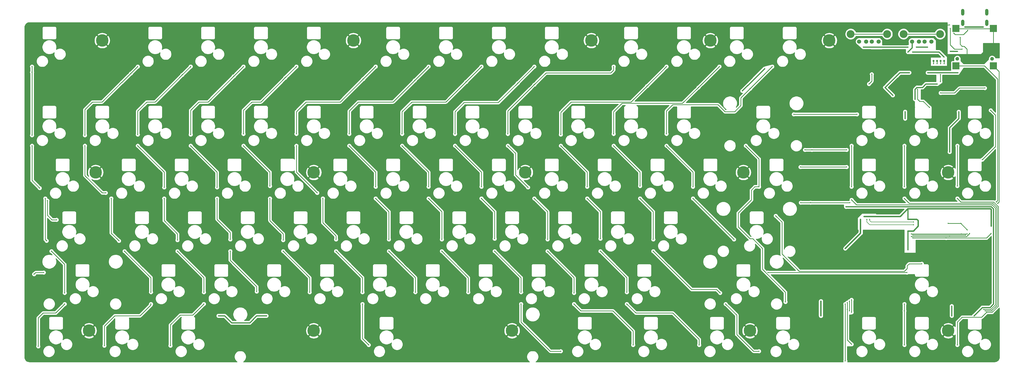
<source format=gtl>
G04 #@! TF.GenerationSoftware,KiCad,Pcbnew,5.1.10-88a1d61d58~90~ubuntu21.04.1*
G04 #@! TF.CreationDate,2021-09-24T17:06:43+02:00*
G04 #@! TF.ProjectId,Keyboard_80_with_USB_HUB_V3,4b657962-6f61-4726-945f-3830255f7769,rev?*
G04 #@! TF.SameCoordinates,Original*
G04 #@! TF.FileFunction,Copper,L1,Top*
G04 #@! TF.FilePolarity,Positive*
%FSLAX46Y46*%
G04 Gerber Fmt 4.6, Leading zero omitted, Abs format (unit mm)*
G04 Created by KiCad (PCBNEW 5.1.10-88a1d61d58~90~ubuntu21.04.1) date 2021-09-24 17:06:43*
%MOMM*%
%LPD*%
G01*
G04 APERTURE LIST*
G04 #@! TA.AperFunction,EtchedComponent*
%ADD10C,0.050000*%
G04 #@! TD*
G04 #@! TA.AperFunction,WasherPad*
%ADD11C,0.100000*%
G04 #@! TD*
G04 #@! TA.AperFunction,SMDPad,CuDef*
%ADD12R,2.500000X2.500000*%
G04 #@! TD*
G04 #@! TA.AperFunction,ComponentPad*
%ADD13C,4.500000*%
G04 #@! TD*
G04 #@! TA.AperFunction,ComponentPad*
%ADD14C,2.819400*%
G04 #@! TD*
G04 #@! TA.AperFunction,ComponentPad*
%ADD15C,1.498600*%
G04 #@! TD*
G04 #@! TA.AperFunction,ComponentPad*
%ADD16O,1.200000X2.400000*%
G04 #@! TD*
G04 #@! TA.AperFunction,ComponentPad*
%ADD17O,1.158000X2.316000*%
G04 #@! TD*
G04 #@! TA.AperFunction,SMDPad,CuDef*
%ADD18C,0.750000*%
G04 #@! TD*
G04 #@! TA.AperFunction,ViaPad*
%ADD19C,0.450000*%
G04 #@! TD*
G04 #@! TA.AperFunction,Conductor*
%ADD20C,0.254000*%
G04 #@! TD*
G04 #@! TA.AperFunction,Conductor*
%ADD21C,0.381000*%
G04 #@! TD*
G04 #@! TA.AperFunction,Conductor*
%ADD22C,0.406400*%
G04 #@! TD*
G04 #@! TA.AperFunction,Conductor*
%ADD23C,0.508000*%
G04 #@! TD*
G04 #@! TA.AperFunction,Conductor*
%ADD24C,0.127000*%
G04 #@! TD*
G04 #@! TA.AperFunction,Conductor*
%ADD25C,0.100000*%
G04 #@! TD*
G04 APERTURE END LIST*
D10*
G36*
X338250000Y6500000D02*
G01*
X326750000Y6500000D01*
X326750000Y6750000D01*
X338250000Y6750000D01*
X338250000Y6500000D01*
G37*
X338250000Y6500000D02*
X326750000Y6500000D01*
X326750000Y6750000D01*
X338250000Y6750000D01*
X338250000Y6500000D01*
G04 #@! TA.AperFunction,WasherPad*
D11*
G36*
X338845375Y-3557035D02*
G01*
X338907937Y-3569480D01*
X338968978Y-3587996D01*
X339027911Y-3612407D01*
X339084167Y-3642476D01*
X339137205Y-3677915D01*
X339186513Y-3718382D01*
X339231618Y-3763487D01*
X339272085Y-3812795D01*
X339307524Y-3865833D01*
X339337593Y-3922089D01*
X339362004Y-3981022D01*
X339380520Y-4042063D01*
X339392965Y-4104625D01*
X339399217Y-4168106D01*
X339399217Y-4231894D01*
X339392965Y-4295375D01*
X339380520Y-4357937D01*
X339362004Y-4418978D01*
X339337593Y-4477911D01*
X339307524Y-4534167D01*
X339272085Y-4587205D01*
X339231618Y-4636513D01*
X339186513Y-4681618D01*
X339137205Y-4722085D01*
X339084167Y-4757524D01*
X339027911Y-4787593D01*
X338968978Y-4812004D01*
X338907937Y-4830520D01*
X338845375Y-4842965D01*
X338781894Y-4849217D01*
X338718106Y-4849217D01*
X338654625Y-4842965D01*
X338592063Y-4830520D01*
X338531022Y-4812004D01*
X338472089Y-4787593D01*
X338415833Y-4757524D01*
X338362795Y-4722085D01*
X338313487Y-4681618D01*
X338268382Y-4636513D01*
X338227915Y-4587205D01*
X338192476Y-4534167D01*
X338162407Y-4477911D01*
X338137996Y-4418978D01*
X338119480Y-4357937D01*
X338107035Y-4295375D01*
X338100783Y-4231894D01*
X338100783Y-4168106D01*
X338107035Y-4104625D01*
X338119480Y-4042063D01*
X338137996Y-3981022D01*
X338162407Y-3922089D01*
X338192476Y-3865833D01*
X338227915Y-3812795D01*
X338268382Y-3763487D01*
X338313487Y-3718382D01*
X338362795Y-3677915D01*
X338415833Y-3642476D01*
X338472089Y-3612407D01*
X338531022Y-3587996D01*
X338592063Y-3569480D01*
X338654625Y-3557035D01*
X338718106Y-3550783D01*
X338781894Y-3550783D01*
X338845375Y-3557035D01*
G37*
G04 #@! TD.AperFunction*
G04 #@! TA.AperFunction,WasherPad*
G36*
X326345375Y-3557035D02*
G01*
X326407937Y-3569480D01*
X326468978Y-3587996D01*
X326527911Y-3612407D01*
X326584167Y-3642476D01*
X326637205Y-3677915D01*
X326686513Y-3718382D01*
X326731618Y-3763487D01*
X326772085Y-3812795D01*
X326807524Y-3865833D01*
X326837593Y-3922089D01*
X326862004Y-3981022D01*
X326880520Y-4042063D01*
X326892965Y-4104625D01*
X326899217Y-4168106D01*
X326899217Y-4231894D01*
X326892965Y-4295375D01*
X326880520Y-4357937D01*
X326862004Y-4418978D01*
X326837593Y-4477911D01*
X326807524Y-4534167D01*
X326772085Y-4587205D01*
X326731618Y-4636513D01*
X326686513Y-4681618D01*
X326637205Y-4722085D01*
X326584167Y-4757524D01*
X326527911Y-4787593D01*
X326468978Y-4812004D01*
X326407937Y-4830520D01*
X326345375Y-4842965D01*
X326281894Y-4849217D01*
X326218106Y-4849217D01*
X326154625Y-4842965D01*
X326092063Y-4830520D01*
X326031022Y-4812004D01*
X325972089Y-4787593D01*
X325915833Y-4757524D01*
X325862795Y-4722085D01*
X325813487Y-4681618D01*
X325768382Y-4636513D01*
X325727915Y-4587205D01*
X325692476Y-4534167D01*
X325662407Y-4477911D01*
X325637996Y-4418978D01*
X325619480Y-4357937D01*
X325607035Y-4295375D01*
X325600783Y-4231894D01*
X325600783Y-4168106D01*
X325607035Y-4104625D01*
X325619480Y-4042063D01*
X325637996Y-3981022D01*
X325662407Y-3922089D01*
X325692476Y-3865833D01*
X325727915Y-3812795D01*
X325768382Y-3763487D01*
X325813487Y-3718382D01*
X325862795Y-3677915D01*
X325915833Y-3642476D01*
X325972089Y-3612407D01*
X326031022Y-3587996D01*
X326092063Y-3569480D01*
X326154625Y-3557035D01*
X326218106Y-3550783D01*
X326281894Y-3550783D01*
X326345375Y-3557035D01*
G37*
G04 #@! TD.AperFunction*
D12*
X325750000Y6750000D03*
X325750000Y-6750000D03*
X339250000Y6750000D03*
X339250000Y-6750000D03*
D13*
X19000000Y2375000D03*
X16625000Y-45125000D03*
X14250000Y-102125000D03*
X109250000Y2375000D03*
X95000000Y-45125000D03*
X95000000Y-102125000D03*
X194750000Y2375000D03*
X171000000Y-45125000D03*
X166250000Y-102125000D03*
X237500000Y2375000D03*
X249375000Y-45125000D03*
X251750000Y-102125000D03*
X280250000Y2375000D03*
X323000000Y-45125000D03*
X323000000Y-102125000D03*
D14*
X301070000Y4710000D03*
X287930000Y4710000D03*
D15*
X298000000Y2000000D03*
X295500000Y2000000D03*
X293500000Y2000000D03*
X291000000Y2000000D03*
D14*
X320070000Y4710000D03*
X306930000Y4710000D03*
D15*
X317000000Y2000000D03*
X314500000Y2000000D03*
X312500000Y2000000D03*
X310000000Y2000000D03*
D16*
X336820000Y12575000D03*
X328180000Y12575000D03*
D17*
X336820000Y8750000D03*
X328180000Y8750000D03*
D18*
X319000000Y-5000000D03*
X317750000Y-5000000D03*
X320250000Y-5000000D03*
X321500000Y-5000000D03*
D19*
X271500000Y-37000000D03*
X286500000Y-37000000D03*
X274000000Y-37000000D03*
X270000000Y-56000000D03*
X287650000Y-56000000D03*
X273500000Y-56000000D03*
X286000000Y-113000000D03*
X286000000Y-92500000D03*
X323750000Y6750000D03*
X328000000Y-750000D03*
X290200000Y-24175000D03*
X267475000Y-24175000D03*
X335250000Y-40500000D03*
X338250000Y-22750000D03*
X269900000Y-43175000D03*
X286475000Y-43175000D03*
X2575000Y-62175000D03*
X-750000Y-55250000D03*
X313500000Y-78000000D03*
X261000000Y-60750000D03*
X258170000Y-81170000D03*
X308170000Y-81170000D03*
X-2025000Y-81175000D03*
X-5500000Y-81750000D03*
X-6250000Y-7000000D03*
X-6250000Y-31750000D03*
X-6250000Y-35500000D03*
X-3500000Y-50750000D03*
X-1500000Y-54500000D03*
X-1000000Y-69750000D03*
X750000Y-73500000D03*
X5500000Y-88500000D03*
X5500000Y-92500000D03*
X-4000000Y-107750000D03*
X-6250000Y-9000000D03*
X31750000Y-7000000D03*
X12750000Y-31750000D03*
X12750000Y-35500000D03*
X20250000Y-52500000D03*
X22250000Y-54500000D03*
X25000000Y-69750000D03*
X27000000Y-73500000D03*
X36500000Y-88250000D03*
X36500000Y-92500000D03*
X19750000Y-107500000D03*
X29250000Y-9500000D03*
X50750000Y-7000000D03*
X31750000Y-31500000D03*
X31750000Y-35500000D03*
X41250000Y-50500000D03*
X41250000Y-54500000D03*
X46000000Y-69500000D03*
X46000000Y-73500000D03*
X55500000Y-88250000D03*
X55500000Y-92500000D03*
X43500000Y-107500000D03*
X47750000Y-10000000D03*
X69750000Y-7000000D03*
X50750000Y-31500000D03*
X50750000Y-35500000D03*
X60250000Y-50500000D03*
X60250000Y-54500000D03*
X65000000Y-69250000D03*
X65000000Y-73500000D03*
X74500000Y-88000000D03*
X66250000Y-10500000D03*
X88750000Y-7000000D03*
X69750000Y-31250000D03*
X69750000Y-35500000D03*
X79250000Y-50000000D03*
X79250000Y-54500000D03*
X84000000Y-69500000D03*
X84000000Y-73500000D03*
X93500000Y-88250000D03*
X84750000Y-11000000D03*
X117250000Y-7000000D03*
X88750000Y-31250000D03*
X88750000Y-35500000D03*
X96250000Y-52500000D03*
X98250000Y-54500000D03*
X103000000Y-69250000D03*
X103000000Y-73500000D03*
X112500000Y-88250000D03*
X112500000Y-92500000D03*
X114750000Y-107250000D03*
X112750000Y-11500000D03*
X136250000Y-7000000D03*
X107750000Y-31250000D03*
X107750000Y-35500000D03*
X117250000Y-50250000D03*
X117250000Y-54500000D03*
X122000000Y-69250000D03*
X122000000Y-73500000D03*
X131500000Y-88250000D03*
X131250000Y-12000000D03*
X155250000Y-7000000D03*
X126750000Y-31250000D03*
X126750000Y-35500000D03*
X136250000Y-50250000D03*
X136250000Y-54500000D03*
X141000000Y-69250000D03*
X141000000Y-73500000D03*
X150500000Y-88250000D03*
X149750000Y-12500000D03*
X174250000Y-7000000D03*
X145750000Y-31250000D03*
X145750000Y-35500000D03*
X155250000Y-50250000D03*
X155250000Y-54500000D03*
X160000000Y-69000000D03*
X160000000Y-73500000D03*
X169500000Y-88250000D03*
X169500000Y-92500000D03*
X183750000Y-109500000D03*
X168250000Y-13000000D03*
X202750000Y-7000000D03*
X164750000Y-31250000D03*
X164750000Y-35500000D03*
X172000000Y-50500000D03*
X174250000Y-54500000D03*
X179000000Y-69250000D03*
X179000000Y-73500000D03*
X188500000Y-88500000D03*
X188500000Y-92500000D03*
X209750000Y-107250000D03*
X174250000Y-13500000D03*
X221750000Y-7000000D03*
X183750000Y-31500000D03*
X183750000Y-35500000D03*
X193250000Y-50250000D03*
X193250000Y-54500000D03*
X198000000Y-69000000D03*
X198000000Y-73500000D03*
X207500000Y-88250000D03*
X207500000Y-92500000D03*
X233500000Y-107250000D03*
X214750000Y-14000000D03*
X240750000Y-7000000D03*
X202750000Y-31250000D03*
X202750000Y-35500000D03*
X212250000Y-50000000D03*
X212250000Y-54500000D03*
X217000000Y-69250000D03*
X217000000Y-73500000D03*
X241000000Y-88500000D03*
X243000000Y-92500000D03*
X255000000Y-109500000D03*
X233250000Y-14500000D03*
X259750000Y-7000000D03*
X221750000Y-31250000D03*
X221750000Y-35500000D03*
X231250000Y-50250000D03*
X231250000Y-54500000D03*
X246000000Y-69250000D03*
X251750000Y-15000000D03*
X250250000Y-35500000D03*
X255000000Y-50250000D03*
X264500000Y-91750000D03*
X288250000Y-35500000D03*
X288250000Y-50250000D03*
X288250000Y-55000000D03*
X288250000Y-107000000D03*
X286750000Y-92000000D03*
X286750000Y-94500000D03*
X335750000Y-94500000D03*
X307250000Y-35500000D03*
X307250000Y-50250000D03*
X307250000Y-54500000D03*
X307250000Y-107250000D03*
X307250000Y-92500000D03*
X336250000Y-95000000D03*
X307250000Y-95000000D03*
X287500000Y-91500000D03*
X287500000Y-95000000D03*
X288250000Y-91000000D03*
X288250000Y-95500000D03*
X336750000Y-95500000D03*
X326250000Y-35500000D03*
X326250000Y-50000000D03*
X326250000Y-54500000D03*
X326250000Y-107250000D03*
X60750000Y-96750000D03*
X78000000Y-96750000D03*
X324250000Y-93250000D03*
X324250000Y-96750000D03*
X326750000Y-23250000D03*
X326750000Y-25750000D03*
X307500000Y-23250000D03*
X307500000Y-25750000D03*
X257000000Y-7750000D03*
X249000000Y-15750000D03*
X286250000Y-57500000D03*
X332250000Y-96750000D03*
X277250000Y-91500000D03*
X277250000Y-96750000D03*
X323500000Y-37750000D03*
X291500000Y-62000000D03*
X286000000Y-72500000D03*
X298250000Y-66500000D03*
X303750000Y-66500000D03*
X305500000Y-13000000D03*
X305500000Y-16000000D03*
X308500000Y-16000000D03*
X308500000Y-13000000D03*
X307000000Y-14500000D03*
X298250000Y-69250000D03*
X303750000Y-69250000D03*
X301000000Y-66500000D03*
X233250000Y-98500000D03*
X257250000Y-98500000D03*
X288250000Y-98500000D03*
X305500000Y-98500000D03*
X209500000Y-98500000D03*
X114500000Y-98500000D03*
X42000000Y-98500000D03*
X19750000Y-98500000D03*
X19000000Y-81250000D03*
X50500000Y-81250000D03*
X68500000Y-81750000D03*
X88250000Y-81250000D03*
X107500000Y-81250000D03*
X126500000Y-81250000D03*
X145500000Y-81250000D03*
X164500000Y-81250000D03*
X183250000Y-81250000D03*
X202500000Y-81250000D03*
X221500000Y-81250000D03*
X254000000Y-83000000D03*
X26750000Y-60500000D03*
X46000000Y-60500000D03*
X65000000Y-60500000D03*
X84000000Y-60500000D03*
X103000000Y-60500000D03*
X120250000Y-60500000D03*
X139250000Y-60500000D03*
X158500000Y-60500000D03*
X177250000Y-60500000D03*
X196250000Y-60500000D03*
X215250000Y-60500000D03*
X36250000Y-43250000D03*
X55250000Y-43250000D03*
X74000000Y-43250000D03*
X112250000Y-43250000D03*
X131250000Y-43250000D03*
X150250000Y-43250000D03*
X188250000Y-43250000D03*
X207000000Y-43250000D03*
X226250000Y-43250000D03*
X250000000Y-22500000D03*
X220500000Y-22500000D03*
X201250000Y-22500000D03*
X182250000Y-22500000D03*
X163000000Y-22500000D03*
X144000000Y-22250000D03*
X125250000Y-22500000D03*
X106250000Y-22500000D03*
X87250000Y-22500000D03*
X68250000Y-22500000D03*
X49000000Y-22500000D03*
X30000000Y-22500000D03*
X11000000Y-22500000D03*
X45500000Y4250000D03*
X64750000Y4250000D03*
X83750000Y4250000D03*
X131000000Y4250000D03*
X150250000Y4250000D03*
X169250000Y4250000D03*
X216750000Y4250000D03*
X254500000Y4250000D03*
X186000000Y-98500000D03*
X268250000Y-43250000D03*
X302000000Y-43250000D03*
X320500000Y-24250000D03*
X301250000Y-24250000D03*
X328500000Y-39750000D03*
X299000000Y-27750000D03*
X247000000Y-57000000D03*
X258750000Y-63500000D03*
X133000000Y-63750000D03*
X57250000Y-63250000D03*
X11000000Y-64000000D03*
X326250000Y-96750000D03*
X305000000Y-75500000D03*
X303500000Y-73750000D03*
X299500000Y-58750000D03*
X295500000Y-58750000D03*
X-4500000Y-20000000D03*
X46250000Y-19000000D03*
X107750000Y-19000000D03*
X216750000Y-19000000D03*
X269750000Y8000000D03*
X175250000Y5750000D03*
X-5250000Y5750000D03*
X326950000Y-21650000D03*
X326050000Y-18900000D03*
X332500000Y-16650000D03*
X338250000Y-19000000D03*
X316000000Y-14250000D03*
X329000000Y7250000D03*
X335600000Y7250000D03*
X328000000Y250000D03*
X327250000Y3500000D03*
X273750000Y4250000D03*
X317000000Y-17750000D03*
X339750000Y-750000D03*
X337900000Y650000D03*
X330250000Y-3000000D03*
X334750000Y-3250000D03*
X336000000Y-3250000D03*
X329000000Y-12250000D03*
X331000000Y-12250000D03*
X337500000Y-24250000D03*
X314000000Y-18250000D03*
X302500000Y-9000000D03*
X309000000Y-7000000D03*
X301790000Y-59710000D03*
X312500000Y-70250000D03*
X317250000Y-70250000D03*
X312500000Y-73750000D03*
X317250000Y-74000000D03*
X337750000Y-44750000D03*
X322900000Y-4020000D03*
X320500000Y1500000D03*
X298000000Y-3500000D03*
X298000000Y-9250000D03*
X312000000Y-4250000D03*
X290000000Y-19750000D03*
X323500000Y8000000D03*
X322000000Y-12250000D03*
X340750000Y-56250000D03*
X340250000Y-55750000D03*
X308500000Y-1750000D03*
X310150000Y-1750000D03*
X321450000Y-3500000D03*
X315500000Y0D03*
X311500000Y0D03*
X292500000Y0D03*
X308500000Y0D03*
X308500000Y-62000000D03*
X308500000Y-58250000D03*
X308500000Y-66250000D03*
X308500000Y-73000000D03*
X338500000Y-64500000D03*
X308500000Y-72000000D03*
X292750000Y-61000000D03*
X323000000Y-63500000D03*
X329850000Y-65850000D03*
X327500000Y-63500000D03*
X338350000Y-67150000D03*
X310250000Y-68750000D03*
X322250000Y-68750000D03*
X330700000Y-67150000D03*
X309750000Y-68250000D03*
X323500000Y-68250000D03*
X329200000Y-67750000D03*
X310250000Y-67750000D03*
X329850000Y-67250000D03*
X309750000Y-67250000D03*
X327750000Y-67250000D03*
X320250000Y-16500000D03*
X336150000Y-14750000D03*
X322400000Y-9200000D03*
X326400000Y-9200000D03*
X315600000Y-9200000D03*
X304525000Y-10275000D03*
X309000000Y-9200000D03*
X300250000Y-14500000D03*
X303055200Y-17344800D03*
X311050000Y-18750000D03*
X311750000Y-14500000D03*
X319010000Y-13240000D03*
X317750000Y-6000000D03*
X319000000Y-6000000D03*
X321500000Y-6000000D03*
X320150000Y-12450000D03*
X320150000Y-9900000D03*
X320250000Y-6000000D03*
X316250000Y-21750000D03*
X312000000Y-15250000D03*
X326250000Y-1500000D03*
X323750000Y-1500000D03*
X295500000Y-9750000D03*
X294500000Y-13250000D03*
X294750000Y-62000000D03*
X310500000Y-63000000D03*
X293750000Y-62000000D03*
X310500000Y-64000000D03*
X330000000Y6000000D03*
X325000000Y5000000D03*
D20*
X286250000Y-37000000D02*
X286500000Y-37000000D01*
X278500000Y-37000000D02*
X286250000Y-37000000D01*
X271500000Y-37000000D02*
X274000000Y-37000000D01*
X274000000Y-37000000D02*
X278500000Y-37000000D01*
X270000000Y-56000000D02*
X273500000Y-56000000D01*
X278000000Y-56000000D02*
X287650000Y-56000000D01*
X273500000Y-56000000D02*
X278000000Y-56000000D01*
X286000000Y-107250000D02*
X286000000Y-113000000D01*
X286000000Y-107250000D02*
X286000000Y-92500000D01*
X323750000Y6750000D02*
X323750000Y750000D01*
X323750000Y750000D02*
X325250000Y-750000D01*
X325250000Y-750000D02*
X328000000Y-750000D01*
X290200000Y-24175000D02*
X267475000Y-24175000D01*
X335250000Y-40500000D02*
X340000000Y-35750000D01*
X340000000Y-24500000D02*
X338250000Y-22750000D01*
X340000000Y-35750000D02*
X340000000Y-24500000D01*
X269900000Y-43175000D02*
X286475000Y-43175000D01*
X2575000Y-62175000D02*
X925000Y-62175000D01*
X925000Y-62175000D02*
X-750000Y-60500000D01*
X-750000Y-60500000D02*
X-750000Y-55250000D01*
X313500000Y-78000000D02*
X309000000Y-78000000D01*
X309000000Y-78000000D02*
X308250000Y-78750000D01*
X308250000Y-78750000D02*
X308250000Y-79750000D01*
X308250000Y-79750000D02*
X307250000Y-80750000D01*
X307250000Y-80750000D02*
X269500000Y-80750000D01*
X269500000Y-80750000D02*
X263250000Y-74500000D01*
X263250000Y-74500000D02*
X263250000Y-63000000D01*
X263250000Y-63000000D02*
X261250000Y-61000000D01*
X261250000Y-61000000D02*
X261000000Y-60750000D01*
X258170000Y-81170000D02*
X308170000Y-81170000D01*
X-4925000Y-81175000D02*
X-5500000Y-81750000D01*
X-2025000Y-81175000D02*
X-4925000Y-81175000D01*
X-6250000Y-7000000D02*
X-6250000Y-9000000D01*
X-6250000Y-18000000D02*
X-6250000Y-31750000D01*
X-6250000Y-35500000D02*
X-6250000Y-39250000D01*
X-6250000Y-48000000D02*
X-3500000Y-50750000D01*
X-6250000Y-39250000D02*
X-6250000Y-48000000D01*
X-1500000Y-54500000D02*
X-1500000Y-67250000D01*
X-1500000Y-69250000D02*
X-1000000Y-69750000D01*
X-1500000Y-67250000D02*
X-1500000Y-69250000D01*
X750000Y-73500000D02*
X2000000Y-74750000D01*
X2000000Y-74750000D02*
X5500000Y-78250000D01*
X5500000Y-78250000D02*
X5500000Y-88500000D01*
X5500000Y-92500000D02*
X2250000Y-95750000D01*
X2250000Y-95750000D02*
X-2250000Y-95750000D01*
X-4000000Y-97500000D02*
X-4000000Y-107750000D01*
X-2250000Y-95750000D02*
X-4000000Y-97500000D01*
X-6250000Y-9000000D02*
X-6250000Y-18000000D01*
X12750000Y-35500000D02*
X12750000Y-40750000D01*
X12750000Y-40750000D02*
X12750000Y-46250000D01*
X19000000Y-52500000D02*
X20250000Y-52500000D01*
X12750000Y-46250000D02*
X19000000Y-52500000D01*
X22250000Y-54500000D02*
X22250000Y-67000000D01*
X22250000Y-67000000D02*
X24250000Y-69000000D01*
X24250000Y-69000000D02*
X25000000Y-69750000D01*
X27000000Y-73500000D02*
X36500000Y-83000000D01*
X36500000Y-83000000D02*
X36500000Y-88250000D01*
X36500000Y-92818198D02*
X32568198Y-96750000D01*
X36500000Y-92500000D02*
X36500000Y-92818198D01*
X32568198Y-96750000D02*
X23500000Y-96750000D01*
X19750000Y-100500000D02*
X19750000Y-107500000D01*
X23500000Y-96750000D02*
X19750000Y-100500000D01*
X31750000Y-7000000D02*
X29250000Y-9500000D01*
X25915726Y-12750000D02*
X18915726Y-19750000D01*
X26000000Y-12750000D02*
X25915726Y-12750000D01*
X18915726Y-19750000D02*
X15500000Y-19750000D01*
X12750000Y-22500000D02*
X12750000Y-31750000D01*
X15500000Y-19750000D02*
X12750000Y-22500000D01*
X29250000Y-9500000D02*
X26000000Y-12750000D01*
X50750000Y-7000000D02*
X47750000Y-10000000D01*
X38000000Y-19750000D02*
X35000000Y-19750000D01*
X31750000Y-23000000D02*
X31750000Y-31500000D01*
X35000000Y-19750000D02*
X31750000Y-23000000D01*
X41250000Y-45000000D02*
X41250000Y-50500000D01*
X31750000Y-35500000D02*
X41250000Y-45000000D01*
X41250000Y-54500000D02*
X41250000Y-57750000D01*
X41250000Y-57750000D02*
X41250000Y-62500000D01*
X46000000Y-67250000D02*
X46000000Y-69500000D01*
X41250000Y-62500000D02*
X46000000Y-67250000D01*
X55500000Y-83000000D02*
X55500000Y-88250000D01*
X46000000Y-73500000D02*
X55500000Y-83000000D01*
X55500000Y-92500000D02*
X51500000Y-96500000D01*
X51500000Y-96500000D02*
X47000000Y-96500000D01*
X43500000Y-100000000D02*
X43500000Y-107500000D01*
X47000000Y-96500000D02*
X43500000Y-100000000D01*
X47750000Y-10000000D02*
X38000000Y-19750000D01*
X69750000Y-7000000D02*
X66250000Y-10500000D01*
X57000000Y-19750000D02*
X53750000Y-19750000D01*
X50750000Y-22750000D02*
X50750000Y-31500000D01*
X53750000Y-19750000D02*
X50750000Y-22750000D01*
X60250000Y-45000000D02*
X60250000Y-50500000D01*
X50750000Y-35500000D02*
X60250000Y-45000000D01*
X60250000Y-54500000D02*
X60250000Y-58500000D01*
X60250000Y-58500000D02*
X60250000Y-62000000D01*
X65000000Y-66750000D02*
X65000000Y-69250000D01*
X60250000Y-62000000D02*
X65000000Y-66750000D01*
X65000000Y-73500000D02*
X65000000Y-75750000D01*
X65000000Y-75750000D02*
X65000000Y-76750000D01*
X74500000Y-86250000D02*
X74500000Y-88000000D01*
X65000000Y-76750000D02*
X74500000Y-86250000D01*
X66250000Y-10500000D02*
X57000000Y-19750000D01*
X88750000Y-7000000D02*
X84750000Y-11000000D01*
X76000000Y-19750000D02*
X75915726Y-19750000D01*
X75915726Y-19750000D02*
X72750000Y-19750000D01*
X72750000Y-19750000D02*
X69750000Y-22750000D01*
X69750000Y-22750000D02*
X69750000Y-31250000D01*
X69750000Y-35500000D02*
X79250000Y-45000000D01*
X79250000Y-45000000D02*
X79250000Y-50000000D01*
X79250000Y-54500000D02*
X79250000Y-59000000D01*
X79250000Y-59000000D02*
X79250000Y-62500000D01*
X84000000Y-67250000D02*
X84000000Y-69500000D01*
X79250000Y-62500000D02*
X84000000Y-67250000D01*
X84000000Y-73500000D02*
X93500000Y-83000000D01*
X93500000Y-83000000D02*
X93500000Y-88250000D01*
X84750000Y-11000000D02*
X76000000Y-19750000D01*
X117250000Y-7000000D02*
X112750000Y-11500000D01*
X104500000Y-19750000D02*
X92250000Y-19750000D01*
X88750000Y-23250000D02*
X88750000Y-31250000D01*
X92250000Y-19750000D02*
X88750000Y-23250000D01*
X88750000Y-35500000D02*
X88750000Y-39250000D01*
X88750000Y-39250000D02*
X88750000Y-42500000D01*
X88750000Y-42500000D02*
X88750000Y-45000000D01*
X88750000Y-45000000D02*
X96250000Y-52500000D01*
X98250000Y-54500000D02*
X98250000Y-57500000D01*
X98250000Y-57500000D02*
X98250000Y-63250000D01*
X98250000Y-63250000D02*
X103000000Y-68000000D01*
X103000000Y-68000000D02*
X103000000Y-69250000D01*
X103000000Y-73500000D02*
X112500000Y-83000000D01*
X112500000Y-83000000D02*
X112500000Y-88250000D01*
X112500000Y-92500000D02*
X112500000Y-101750000D01*
X112500000Y-105000000D02*
X114750000Y-107250000D01*
X112500000Y-101750000D02*
X112500000Y-105000000D01*
X112750000Y-11500000D02*
X104500000Y-19750000D01*
X136250000Y-7000000D02*
X131250000Y-12000000D01*
X123500000Y-19750000D02*
X111000000Y-19750000D01*
X107750000Y-23000000D02*
X107750000Y-31250000D01*
X111000000Y-19750000D02*
X107750000Y-23000000D01*
X107750000Y-35500000D02*
X117250000Y-45000000D01*
X117250000Y-45000000D02*
X117250000Y-50250000D01*
X122000000Y-59250000D02*
X122000000Y-69250000D01*
X117250000Y-54500000D02*
X122000000Y-59250000D01*
X131500000Y-83000000D02*
X131500000Y-88250000D01*
X122000000Y-73500000D02*
X131500000Y-83000000D01*
X131250000Y-12000000D02*
X123500000Y-19750000D01*
X155250000Y-7000000D02*
X149750000Y-12500000D01*
X142500000Y-19750000D02*
X130250000Y-19750000D01*
X126750000Y-23250000D02*
X126750000Y-31250000D01*
X130250000Y-19750000D02*
X126750000Y-23250000D01*
X126750000Y-35500000D02*
X136250000Y-45000000D01*
X136250000Y-45000000D02*
X136250000Y-50250000D01*
X141000000Y-59250000D02*
X141000000Y-69250000D01*
X136250000Y-54500000D02*
X141000000Y-59250000D01*
X150500000Y-83000000D02*
X150500000Y-88250000D01*
X141000000Y-73500000D02*
X150500000Y-83000000D01*
X149750000Y-12500000D02*
X142500000Y-19750000D01*
X174250000Y-7000000D02*
X168250000Y-13000000D01*
X161250000Y-20000000D02*
X149000000Y-20000000D01*
X145750000Y-23250000D02*
X145750000Y-31250000D01*
X149000000Y-20000000D02*
X145750000Y-23250000D01*
X145750000Y-35500000D02*
X155250000Y-45000000D01*
X155250000Y-45000000D02*
X155250000Y-50250000D01*
X160000000Y-59250000D02*
X160000000Y-69000000D01*
X155250000Y-54500000D02*
X160000000Y-59250000D01*
X169500000Y-83000000D02*
X169500000Y-88250000D01*
X160000000Y-73500000D02*
X169500000Y-83000000D01*
X169500000Y-92500000D02*
X169500000Y-95750000D01*
X169500000Y-95750000D02*
X169500000Y-99000000D01*
X180000000Y-109500000D02*
X183750000Y-109500000D01*
X169500000Y-99000000D02*
X180000000Y-109500000D01*
X168250000Y-13000000D02*
X161250000Y-20000000D01*
X164750000Y-35500000D02*
X167500000Y-38250000D01*
X167500000Y-46000000D02*
X172000000Y-50500000D01*
X167500000Y-38250000D02*
X167500000Y-46000000D01*
X179000000Y-59250000D02*
X179000000Y-69250000D01*
X174250000Y-54500000D02*
X179000000Y-59250000D01*
X188500000Y-83000000D02*
X188500000Y-88500000D01*
X179000000Y-73500000D02*
X188500000Y-83000000D01*
X188500000Y-92500000D02*
X191000000Y-95000000D01*
X191000000Y-95000000D02*
X202500000Y-95000000D01*
X209750000Y-102250000D02*
X209750000Y-107250000D01*
X202500000Y-95000000D02*
X209750000Y-102250000D01*
X202750000Y-8250000D02*
X202750000Y-7000000D01*
X201750000Y-9250000D02*
X202750000Y-8250000D01*
X178500000Y-9250000D02*
X201750000Y-9250000D01*
X164750000Y-23000000D02*
X174250000Y-13500000D01*
X164750000Y-31250000D02*
X164750000Y-23000000D01*
X174250000Y-13500000D02*
X178500000Y-9250000D01*
X221750000Y-7000000D02*
X214750000Y-14000000D01*
X209000000Y-19750000D02*
X194250000Y-19750000D01*
X194250000Y-19750000D02*
X187500000Y-19750000D01*
X183750000Y-23500000D02*
X183750000Y-31500000D01*
X187500000Y-19750000D02*
X183750000Y-23500000D01*
X183750000Y-35500000D02*
X193250000Y-45000000D01*
X193250000Y-45000000D02*
X193250000Y-50250000D01*
X198000000Y-59250000D02*
X198000000Y-69000000D01*
X193250000Y-54500000D02*
X198000000Y-59250000D01*
X198000000Y-73500000D02*
X207500000Y-83000000D01*
X207500000Y-83000000D02*
X207500000Y-88250000D01*
X207500000Y-92500000D02*
X210750000Y-95750000D01*
X210750000Y-95750000D02*
X224000000Y-95750000D01*
X233500000Y-105250000D02*
X233500000Y-107250000D01*
X224000000Y-95750000D02*
X233500000Y-105250000D01*
X214750000Y-14000000D02*
X209000000Y-19750000D01*
X240750000Y-7000000D02*
X233250000Y-14500000D01*
X227500000Y-20250000D02*
X205750000Y-20250000D01*
X202750000Y-23250000D02*
X202750000Y-31250000D01*
X205750000Y-20250000D02*
X202750000Y-23250000D01*
X212250000Y-45000000D02*
X212250000Y-50000000D01*
X202750000Y-35500000D02*
X212250000Y-45000000D01*
X217000000Y-59250000D02*
X217000000Y-69250000D01*
X212250000Y-54500000D02*
X217000000Y-59250000D01*
X217000000Y-73500000D02*
X230750000Y-87250000D01*
X230750000Y-87250000D02*
X239750000Y-87250000D01*
X239750000Y-87250000D02*
X241000000Y-88500000D01*
X243000000Y-92500000D02*
X247000000Y-96500000D01*
X247000000Y-96500000D02*
X247000000Y-103500000D01*
X253000000Y-109500000D02*
X255000000Y-109500000D01*
X247000000Y-103500000D02*
X253000000Y-109500000D01*
X233250000Y-14500000D02*
X227500000Y-20250000D01*
X259750000Y-7000000D02*
X251750000Y-15000000D01*
X248500000Y-18250000D02*
X248500000Y-21000000D01*
X248500000Y-21000000D02*
X246250000Y-23250000D01*
X246250000Y-23250000D02*
X242750000Y-23250000D01*
X242750000Y-23250000D02*
X240250000Y-20750000D01*
X240250000Y-20750000D02*
X224000000Y-20750000D01*
X221750000Y-23000000D02*
X221750000Y-31250000D01*
X224000000Y-20750000D02*
X221750000Y-23000000D01*
X221750000Y-35500000D02*
X231250000Y-45000000D01*
X231250000Y-45000000D02*
X231250000Y-50250000D01*
X231250000Y-54500000D02*
X246000000Y-69250000D01*
X251750000Y-15000000D02*
X248500000Y-18250000D01*
X255000000Y-40250000D02*
X255000000Y-50250000D01*
X250250000Y-35500000D02*
X255000000Y-40250000D01*
X255000000Y-50250000D02*
X253500000Y-50250000D01*
X253500000Y-50250000D02*
X252250000Y-51500000D01*
X252250000Y-51500000D02*
X252250000Y-55000000D01*
X252250000Y-55000000D02*
X247500000Y-59750000D01*
X247500000Y-59750000D02*
X247500000Y-64750000D01*
X247500000Y-64750000D02*
X251750000Y-69000000D01*
X251750000Y-69000000D02*
X252750000Y-69000000D01*
X252750000Y-69000000D02*
X256250000Y-72500000D01*
X256250000Y-72500000D02*
X256250000Y-80000000D01*
X256250000Y-80000000D02*
X264500000Y-88250000D01*
X264500000Y-88250000D02*
X264500000Y-91750000D01*
X288250000Y-35500000D02*
X288250000Y-45000000D01*
X288250000Y-45000000D02*
X288250000Y-50250000D01*
X286750000Y-92000000D02*
X286750000Y-94500000D01*
X340000000Y-58000000D02*
X340000000Y-92750000D01*
X338750000Y-56750000D02*
X340000000Y-58000000D01*
X290000000Y-56750000D02*
X338750000Y-56750000D01*
X340000000Y-92750000D02*
X338250000Y-94500000D01*
X288250000Y-55000000D02*
X290000000Y-56750000D01*
X338250000Y-94500000D02*
X335750000Y-94500000D01*
X286750000Y-105500000D02*
X288250000Y-107000000D01*
X286750000Y-94500000D02*
X286750000Y-105500000D01*
X307250000Y-35500000D02*
X307250000Y-39500000D01*
X307250000Y-39500000D02*
X307250000Y-50250000D01*
X307250000Y-54500000D02*
X309000000Y-56250000D01*
X309000000Y-56250000D02*
X320250000Y-56250000D01*
X320250000Y-56250000D02*
X331500000Y-56250000D01*
X331500000Y-56250000D02*
X335500000Y-56250000D01*
X335500000Y-56250000D02*
X339000000Y-56250000D01*
X339000000Y-56250000D02*
X340500000Y-57750000D01*
X340500000Y-57750000D02*
X340500000Y-59750000D01*
X307250000Y-99000000D02*
X307250000Y-107250000D01*
X307250000Y-92500000D02*
X307250000Y-99000000D01*
X340500000Y-59750000D02*
X340500000Y-60250000D01*
X340500000Y-60250000D02*
X340500000Y-68500000D01*
X340500000Y-68500000D02*
X340500000Y-68750000D01*
X340500000Y-68750000D02*
X340500000Y-75250000D01*
X340500000Y-75250000D02*
X340500000Y-88000000D01*
X340500000Y-88000000D02*
X340500000Y-92250000D01*
X340500000Y-92250000D02*
X340500000Y-93000000D01*
X340500000Y-93000000D02*
X339750000Y-93750000D01*
X339750000Y-93750000D02*
X339000000Y-94500000D01*
X338500000Y-95000000D02*
X336250000Y-95000000D01*
X339000000Y-94500000D02*
X338500000Y-95000000D01*
X287500000Y-91500000D02*
X287500000Y-95000000D01*
X288250000Y-91000000D02*
X288250000Y-95500000D01*
X326250000Y-35500000D02*
X326250000Y-39500000D01*
X326250000Y-39500000D02*
X326250000Y-50000000D01*
X326250000Y-54500000D02*
X327500000Y-55750000D01*
X327500000Y-55750000D02*
X335500000Y-55750000D01*
X335500000Y-55750000D02*
X339250000Y-55750000D01*
X339250000Y-55750000D02*
X341000000Y-57500000D01*
X341000000Y-57500000D02*
X341000000Y-59750000D01*
X326250000Y-99000000D02*
X326250000Y-107250000D01*
X328000000Y-97250000D02*
X326250000Y-99000000D01*
X338750000Y-95500000D02*
X336750000Y-95500000D01*
X341000000Y-93250000D02*
X338750000Y-95500000D01*
X341000000Y-59750000D02*
X341000000Y-93250000D01*
X335000000Y-97250000D02*
X336750000Y-95500000D01*
X328000000Y-97250000D02*
X335000000Y-97250000D01*
D21*
X60750000Y-96750000D02*
X63000000Y-96750000D01*
X63000000Y-96750000D02*
X65500000Y-99250000D01*
X65500000Y-99250000D02*
X72000000Y-99250000D01*
X74500000Y-96750000D02*
X78000000Y-96750000D01*
X72000000Y-99250000D02*
X74500000Y-96750000D01*
X324250000Y-93250000D02*
X324250000Y-96750000D01*
D22*
X326750000Y-23250000D02*
X326750000Y-25750000D01*
X307500000Y-23250000D02*
X307500000Y-25750000D01*
X257000000Y-7750000D02*
X252750000Y-12000000D01*
X252750000Y-12000000D02*
X249000000Y-15750000D01*
D21*
X286250000Y-57500000D02*
X328000000Y-57500000D01*
X328000000Y-57500000D02*
X338500000Y-57500000D01*
X338500000Y-57500000D02*
X339250000Y-58250000D01*
X339250000Y-58250000D02*
X339250000Y-91750000D01*
X339250000Y-91750000D02*
X339250000Y-92500000D01*
X339250000Y-92500000D02*
X338000000Y-93750000D01*
X338000000Y-93750000D02*
X335250000Y-93750000D01*
X335250000Y-93750000D02*
X332750000Y-96250000D01*
X332750000Y-96250000D02*
X332250000Y-96750000D01*
D23*
X277250000Y-91500000D02*
X277250000Y-96750000D01*
D21*
X323500000Y-29000000D02*
X326750000Y-25750000D01*
X323500000Y-37750000D02*
X323500000Y-29000000D01*
D23*
X291500000Y-67000000D02*
X286000000Y-72500000D01*
X291500000Y-62000000D02*
X291500000Y-67000000D01*
X329000000Y7250000D02*
X335600000Y7250000D01*
D20*
X328000000Y250000D02*
X328750000Y250000D01*
X328750000Y250000D02*
X329750000Y-750000D01*
X329750000Y-750000D02*
X329750000Y-3000000D01*
X339250000Y6750000D02*
X339250000Y1000000D01*
X327250000Y1000000D02*
X328000000Y250000D01*
X327250000Y3500000D02*
X327250000Y1000000D01*
X323500000Y8000000D02*
X322250000Y8000000D01*
X339250000Y-6750000D02*
X341250000Y-8750000D01*
X341250000Y-8750000D02*
X341250000Y-13250000D01*
X341250000Y-13250000D02*
X341250000Y-22500000D01*
X341250000Y-22500000D02*
X341250000Y-26250000D01*
X341250000Y-26250000D02*
X341250000Y-54000000D01*
X341250000Y-54000000D02*
X341250000Y-54250000D01*
X341250000Y-55750000D02*
X340750000Y-56250000D01*
X341250000Y-54250000D02*
X341250000Y-55750000D01*
X325750000Y-6750000D02*
X336000000Y-6750000D01*
X336000000Y-6750000D02*
X340750000Y-11500000D01*
X340750000Y-11500000D02*
X340750000Y-18000000D01*
X340750000Y-18000000D02*
X340750000Y-18250000D01*
X340750000Y-18250000D02*
X340750000Y-24250000D01*
X340750000Y-24250000D02*
X340750000Y-54250000D01*
X340750000Y-55250000D02*
X340250000Y-55750000D01*
X340750000Y-54250000D02*
X340750000Y-55250000D01*
D21*
X310000000Y2000000D02*
X310000000Y-250000D01*
X310000000Y-250000D02*
X308500000Y-1750000D01*
X319700000Y-1750000D02*
X321450000Y-3500000D01*
X310150000Y-1750000D02*
X319700000Y-1750000D01*
D20*
X306930000Y4710000D02*
X320070000Y4710000D01*
X287930000Y4710000D02*
X301070000Y4710000D01*
D21*
X315500000Y0D02*
X311500000Y0D01*
X296500000Y0D02*
X292500000Y0D01*
X296500000Y0D02*
X302500000Y0D01*
X302500000Y0D02*
X308500000Y0D01*
D23*
X305750000Y-61000000D02*
X308500000Y-58250000D01*
X308500000Y-58250000D02*
X318500000Y-58250000D01*
X318500000Y-58250000D02*
X326000000Y-58250000D01*
X326000000Y-58250000D02*
X338250000Y-58250000D01*
X338250000Y-58250000D02*
X338500000Y-58500000D01*
X338500000Y-58500000D02*
X338500000Y-64500000D01*
D21*
X308500000Y-58250000D02*
X308500000Y-62000000D01*
X308500000Y-72000000D02*
X308500000Y-73000000D01*
X308500000Y-66250000D02*
X308500000Y-72000000D01*
D23*
X292750000Y-61000000D02*
X305750000Y-61000000D01*
X308500000Y-62000000D02*
X311750000Y-62000000D01*
X311750000Y-62000000D02*
X312250000Y-62500000D01*
X312250000Y-62500000D02*
X312250000Y-64500000D01*
X310500000Y-66250000D02*
X308500000Y-66250000D01*
X312250000Y-64500000D02*
X310500000Y-66250000D01*
D20*
X327500000Y-63500000D02*
X329850000Y-65850000D01*
X323000000Y-63500000D02*
X327500000Y-63500000D01*
X336750000Y-68750000D02*
X338350000Y-67150000D01*
X322250000Y-68750000D02*
X336750000Y-68750000D01*
X310250000Y-68750000D02*
X322250000Y-68750000D01*
X329600000Y-68250000D02*
X330700000Y-67150000D01*
X323500000Y-68250000D02*
X329600000Y-68250000D01*
X309750000Y-68250000D02*
X323500000Y-68250000D01*
X327500000Y-67750000D02*
X329200000Y-67750000D01*
X310250000Y-67750000D02*
X327500000Y-67750000D01*
X309750000Y-67250000D02*
X327500000Y-67250000D01*
X327750000Y-67250000D02*
X329850000Y-67250000D01*
X327500000Y-67250000D02*
X327750000Y-67250000D01*
X320250000Y-16500000D02*
X325250000Y-16500000D01*
X325250000Y-16500000D02*
X327000000Y-14750000D01*
X327000000Y-14750000D02*
X334750000Y-14750000D01*
X334750000Y-14750000D02*
X336150000Y-14750000D01*
D21*
X322400000Y-9200000D02*
X326400000Y-9200000D01*
X322400000Y-9200000D02*
X315600000Y-9200000D01*
X304475000Y-10275000D02*
X304525000Y-10275000D01*
X300250000Y-14500000D02*
X304475000Y-10275000D01*
X305600000Y-9200000D02*
X304525000Y-10275000D01*
X309000000Y-9200000D02*
X305600000Y-9200000D01*
X303055200Y-17305200D02*
X303055200Y-17344800D01*
X300250000Y-14500000D02*
X303055200Y-17305200D01*
X311050000Y-15200000D02*
X311750000Y-14500000D01*
X311050000Y-18750000D02*
X311050000Y-15200000D01*
X311750000Y-14500000D02*
X313700000Y-14500000D01*
X314960000Y-13240000D02*
X319010000Y-13240000D01*
X313700000Y-14500000D02*
X314960000Y-13240000D01*
D20*
X317750000Y-6000000D02*
X317750000Y-5000000D01*
X319000000Y-6000000D02*
X319000000Y-5000000D01*
X321500000Y-6000000D02*
X321500000Y-5500000D01*
X321500000Y-5500000D02*
X321500000Y-5000000D01*
X320150000Y-12450000D02*
X320150000Y-9900000D01*
X320250000Y-6000000D02*
X320250000Y-5000000D01*
X316250000Y-21750000D02*
X314000000Y-19500000D01*
X314000000Y-19500000D02*
X312750000Y-19500000D01*
X312000000Y-18750000D02*
X312000000Y-15250000D01*
X312750000Y-19500000D02*
X312000000Y-18750000D01*
D21*
X326250000Y-1500000D02*
X323750000Y-1500000D01*
D20*
X295500000Y-12250000D02*
X294500000Y-13250000D01*
X295500000Y-9750000D02*
X295500000Y-12250000D01*
D24*
X294750000Y-62500000D02*
X294750000Y-62000000D01*
X295250000Y-63000000D02*
X294750000Y-62500000D01*
X310500000Y-63000000D02*
X295250000Y-63000000D01*
X293750000Y-63000000D02*
X293750000Y-62000000D01*
X294750000Y-64000000D02*
X293750000Y-63000000D01*
X294750000Y-64000000D02*
X310500000Y-64000000D01*
D20*
X330000000Y6000000D02*
X328500000Y4500000D01*
X325500000Y4500000D02*
X325000000Y5000000D01*
X328500000Y4500000D02*
X325500000Y4500000D01*
X322623000Y-2500000D02*
X322625440Y-2524776D01*
X322632667Y-2548601D01*
X322644403Y-2570557D01*
X322660197Y-2589803D01*
X322679443Y-2605597D01*
X322701399Y-2617333D01*
X322725224Y-2624560D01*
X322750000Y-2627000D01*
X334750000Y-2627000D01*
X334774776Y-2624560D01*
X334798601Y-2617333D01*
X334820557Y-2605597D01*
X334839803Y-2589803D01*
X335589803Y-1839803D01*
X335605597Y-1820557D01*
X335617333Y-1798601D01*
X335624560Y-1774776D01*
X335627000Y-1750000D01*
X335627000Y1373000D01*
X341340001Y1373000D01*
X341340001Y-3873000D01*
X339993627Y-3873000D01*
X339961513Y-3767137D01*
X339912751Y-3649414D01*
X339853787Y-3539099D01*
X339782995Y-3433151D01*
X339703642Y-3336459D01*
X339613541Y-3246358D01*
X339516849Y-3167005D01*
X339410901Y-3096213D01*
X339300586Y-3037249D01*
X339182863Y-2988487D01*
X339063167Y-2952177D01*
X338938193Y-2927318D01*
X338813711Y-2915058D01*
X338686289Y-2915058D01*
X338561807Y-2927318D01*
X338436833Y-2952177D01*
X338317137Y-2988487D01*
X338199414Y-3037249D01*
X338089099Y-3096213D01*
X337983151Y-3167005D01*
X337886459Y-3246358D01*
X337796358Y-3336459D01*
X337717005Y-3433151D01*
X337646213Y-3539099D01*
X337587249Y-3649414D01*
X337538487Y-3767137D01*
X337502177Y-3886833D01*
X337477318Y-4011807D01*
X337465058Y-4136289D01*
X337465058Y-4263711D01*
X337473273Y-4347121D01*
X335832394Y-5988000D01*
X328517606Y-5988000D01*
X327527000Y-4997394D01*
X327527000Y-4344350D01*
X327534942Y-4263711D01*
X327534942Y-4136289D01*
X327527000Y-4055650D01*
X327527000Y-4000000D01*
X327524560Y-3975224D01*
X327517333Y-3951399D01*
X327506715Y-3931534D01*
X327497823Y-3886833D01*
X327461513Y-3767137D01*
X327412751Y-3649414D01*
X327353787Y-3539099D01*
X327282995Y-3433151D01*
X327203642Y-3336459D01*
X327113541Y-3246358D01*
X327016849Y-3167005D01*
X326910901Y-3096213D01*
X326800586Y-3037249D01*
X326682863Y-2988487D01*
X326563167Y-2952177D01*
X326438193Y-2927318D01*
X326313711Y-2915058D01*
X326186289Y-2915058D01*
X326061807Y-2927318D01*
X325936833Y-2952177D01*
X325817137Y-2988487D01*
X325699414Y-3037249D01*
X325589099Y-3096213D01*
X325483151Y-3167005D01*
X325386459Y-3246358D01*
X325296358Y-3336459D01*
X325217005Y-3433151D01*
X325146213Y-3539099D01*
X325087249Y-3649414D01*
X325038487Y-3767137D01*
X325002177Y-3886833D01*
X324993285Y-3931534D01*
X324982667Y-3951399D01*
X324975440Y-3975224D01*
X324973000Y-4000000D01*
X324973000Y-4055650D01*
X324965058Y-4136289D01*
X324965058Y-4263711D01*
X324973000Y-4344350D01*
X324973000Y-4861928D01*
X324500000Y-4861928D01*
X324375518Y-4874188D01*
X324255820Y-4910498D01*
X324145506Y-4969463D01*
X324048815Y-5048815D01*
X323969463Y-5145506D01*
X323910498Y-5255820D01*
X323874188Y-5375518D01*
X323861928Y-5500000D01*
X323861928Y-8000000D01*
X323873000Y-8112420D01*
X323873000Y-8323000D01*
X315600000Y-8323000D01*
X315575224Y-8325440D01*
X315551399Y-8332667D01*
X315537680Y-8340000D01*
X315515297Y-8340000D01*
X315349147Y-8373049D01*
X315192637Y-8437878D01*
X315051782Y-8531995D01*
X314931995Y-8651782D01*
X314837878Y-8792637D01*
X314773049Y-8949147D01*
X314740000Y-9115297D01*
X314740000Y-9284703D01*
X314773049Y-9450853D01*
X314837878Y-9607363D01*
X314931995Y-9748218D01*
X315051782Y-9868005D01*
X315192637Y-9962122D01*
X315349147Y-10026951D01*
X315515297Y-10060000D01*
X315684703Y-10060000D01*
X315850853Y-10026951D01*
X315854356Y-10025500D01*
X318573000Y-10025500D01*
X318573000Y-12414500D01*
X315000550Y-12414500D01*
X314959999Y-12410506D01*
X314919449Y-12414500D01*
X314919447Y-12414500D01*
X314798174Y-12426444D01*
X314692239Y-12458579D01*
X314642566Y-12473647D01*
X314499157Y-12550301D01*
X314457239Y-12584703D01*
X314373459Y-12653459D01*
X314347606Y-12684961D01*
X313358068Y-13674500D01*
X312004356Y-13674500D01*
X312000853Y-13673049D01*
X311834703Y-13640000D01*
X311665297Y-13640000D01*
X311499147Y-13673049D01*
X311342637Y-13737878D01*
X311201782Y-13831995D01*
X311081995Y-13951782D01*
X310987878Y-14092637D01*
X310986427Y-14096140D01*
X310494961Y-14587607D01*
X310463460Y-14613459D01*
X310423766Y-14661826D01*
X310360301Y-14739158D01*
X310283647Y-14882567D01*
X310236445Y-15038174D01*
X310220506Y-15200000D01*
X310224501Y-15240560D01*
X310224500Y-18495644D01*
X310223049Y-18499147D01*
X310190000Y-18665297D01*
X310190000Y-18834703D01*
X310223049Y-19000853D01*
X310287878Y-19157363D01*
X310381995Y-19298218D01*
X310501782Y-19418005D01*
X310642637Y-19512122D01*
X310799147Y-19576951D01*
X310873000Y-19591641D01*
X310873000Y-21500000D01*
X310875440Y-21524776D01*
X310882667Y-21548601D01*
X310894403Y-21570557D01*
X310910197Y-21589803D01*
X310912320Y-21591545D01*
X310901638Y-21700000D01*
X310905000Y-21734135D01*
X310905001Y-25065855D01*
X310901638Y-25100000D01*
X310915057Y-25236244D01*
X310954798Y-25367252D01*
X311019333Y-25487989D01*
X311106183Y-25593817D01*
X311212011Y-25680667D01*
X311332748Y-25745202D01*
X311463756Y-25784943D01*
X311565865Y-25795000D01*
X311565866Y-25795000D01*
X311600000Y-25798362D01*
X311634135Y-25795000D01*
X315365866Y-25795000D01*
X315400000Y-25798362D01*
X315536244Y-25784943D01*
X315572848Y-25773839D01*
X315575224Y-25774560D01*
X315600000Y-25777000D01*
X316800000Y-25777000D01*
X316824776Y-25774560D01*
X316848601Y-25767333D01*
X316870557Y-25755597D01*
X316889803Y-25739803D01*
X317089803Y-25539803D01*
X317105597Y-25520557D01*
X317117333Y-25498601D01*
X317124560Y-25474776D01*
X317127000Y-25450000D01*
X317127000Y-21750000D01*
X317123208Y-21719198D01*
X317118409Y-21700000D01*
X329901638Y-21700000D01*
X329905000Y-21734135D01*
X329905001Y-25065855D01*
X329901638Y-25100000D01*
X329915057Y-25236244D01*
X329954798Y-25367252D01*
X330019333Y-25487989D01*
X330106183Y-25593817D01*
X330212011Y-25680667D01*
X330332748Y-25745202D01*
X330463756Y-25784943D01*
X330565865Y-25795000D01*
X330565866Y-25795000D01*
X330600000Y-25798362D01*
X330634135Y-25795000D01*
X334365866Y-25795000D01*
X334400000Y-25798362D01*
X334536244Y-25784943D01*
X334667252Y-25745202D01*
X334787989Y-25680667D01*
X334893817Y-25593817D01*
X334980667Y-25487989D01*
X335045202Y-25367252D01*
X335084943Y-25236244D01*
X335095000Y-25134135D01*
X335098362Y-25100000D01*
X335095000Y-25065865D01*
X335095000Y-21734135D01*
X335098362Y-21700000D01*
X335084943Y-21563756D01*
X335045202Y-21432748D01*
X334980667Y-21312011D01*
X334893817Y-21206183D01*
X334787989Y-21119333D01*
X334667252Y-21054798D01*
X334536244Y-21015057D01*
X334434135Y-21005000D01*
X334434134Y-21005000D01*
X334400000Y-21001638D01*
X334365865Y-21005000D01*
X330634134Y-21005000D01*
X330600000Y-21001638D01*
X330565865Y-21005000D01*
X330463756Y-21015057D01*
X330332748Y-21054798D01*
X330212011Y-21119333D01*
X330106183Y-21206183D01*
X330019333Y-21312011D01*
X329954798Y-21432748D01*
X329915057Y-21563756D01*
X329901638Y-21700000D01*
X317118409Y-21700000D01*
X317110000Y-21666366D01*
X317110000Y-21665297D01*
X317076951Y-21499147D01*
X317012122Y-21342637D01*
X316918005Y-21201782D01*
X316798218Y-21081995D01*
X316657363Y-20987878D01*
X316500853Y-20923049D01*
X316500636Y-20923006D01*
X314565284Y-18987654D01*
X314541422Y-18958578D01*
X314425392Y-18863355D01*
X314293015Y-18792598D01*
X314149378Y-18749026D01*
X314037426Y-18738000D01*
X314037423Y-18738000D01*
X314000000Y-18734314D01*
X313962577Y-18738000D01*
X313227000Y-18738000D01*
X313227000Y-16415297D01*
X319390000Y-16415297D01*
X319390000Y-16584703D01*
X319423049Y-16750853D01*
X319487878Y-16907363D01*
X319581995Y-17048218D01*
X319701782Y-17168005D01*
X319842637Y-17262122D01*
X319999147Y-17326951D01*
X320165297Y-17360000D01*
X320334703Y-17360000D01*
X320500853Y-17326951D01*
X320657363Y-17262122D01*
X320657546Y-17262000D01*
X325212577Y-17262000D01*
X325250000Y-17265686D01*
X325287423Y-17262000D01*
X325287426Y-17262000D01*
X325399378Y-17250974D01*
X325543015Y-17207402D01*
X325675392Y-17136645D01*
X325791422Y-17041422D01*
X325815284Y-17012346D01*
X327315631Y-15512000D01*
X335742454Y-15512000D01*
X335742637Y-15512122D01*
X335899147Y-15576951D01*
X336065297Y-15610000D01*
X336234703Y-15610000D01*
X336400853Y-15576951D01*
X336557363Y-15512122D01*
X336698218Y-15418005D01*
X336818005Y-15298218D01*
X336912122Y-15157363D01*
X336976951Y-15000853D01*
X337010000Y-14834703D01*
X337010000Y-14665297D01*
X336976951Y-14499147D01*
X336912122Y-14342637D01*
X336818005Y-14201782D01*
X336698218Y-14081995D01*
X336557363Y-13987878D01*
X336400853Y-13923049D01*
X336234703Y-13890000D01*
X336065297Y-13890000D01*
X335899147Y-13923049D01*
X335742637Y-13987878D01*
X335742454Y-13988000D01*
X327037423Y-13988000D01*
X327000000Y-13984314D01*
X326962577Y-13988000D01*
X326962574Y-13988000D01*
X326850622Y-13999026D01*
X326706985Y-14042598D01*
X326661424Y-14066951D01*
X326574607Y-14113355D01*
X326501870Y-14173049D01*
X326458578Y-14208578D01*
X326434721Y-14237648D01*
X324934370Y-15738000D01*
X320657546Y-15738000D01*
X320657363Y-15737878D01*
X320500853Y-15673049D01*
X320334703Y-15640000D01*
X320165297Y-15640000D01*
X319999147Y-15673049D01*
X319842637Y-15737878D01*
X319701782Y-15831995D01*
X319581995Y-15951782D01*
X319487878Y-16092637D01*
X319423049Y-16249147D01*
X319390000Y-16415297D01*
X313227000Y-16415297D01*
X313227000Y-15325500D01*
X313659450Y-15325500D01*
X313700000Y-15329494D01*
X313740550Y-15325500D01*
X313740553Y-15325500D01*
X313861826Y-15313556D01*
X314017434Y-15266353D01*
X314160842Y-15189699D01*
X314286541Y-15086541D01*
X314312398Y-15055034D01*
X315301933Y-14065500D01*
X318755644Y-14065500D01*
X318759147Y-14066951D01*
X318925297Y-14100000D01*
X319094703Y-14100000D01*
X319260853Y-14066951D01*
X319417363Y-14002122D01*
X319540865Y-13919600D01*
X319552237Y-13915759D01*
X319573817Y-13903344D01*
X320519669Y-13227736D01*
X320557363Y-13212122D01*
X320698218Y-13118005D01*
X320818005Y-12998218D01*
X320912122Y-12857363D01*
X320976951Y-12700853D01*
X321010000Y-12534703D01*
X321010000Y-12365297D01*
X320976951Y-12199147D01*
X320912122Y-12042637D01*
X320912000Y-12042454D01*
X320912000Y-10307546D01*
X320912122Y-10307363D01*
X320976951Y-10150853D01*
X321001885Y-10025500D01*
X322145644Y-10025500D01*
X322149147Y-10026951D01*
X322315297Y-10060000D01*
X322484703Y-10060000D01*
X322650853Y-10026951D01*
X322654356Y-10025500D01*
X326134769Y-10025500D01*
X326149036Y-10026905D01*
X326149147Y-10026951D01*
X326315297Y-10060000D01*
X326484703Y-10060000D01*
X326650607Y-10027000D01*
X326800000Y-10027000D01*
X326824907Y-10024534D01*
X326848724Y-10017282D01*
X326870668Y-10005523D01*
X326889896Y-9989709D01*
X326905670Y-9970447D01*
X327025458Y-9790765D01*
X327068005Y-9748218D01*
X327162122Y-9607363D01*
X327185743Y-9550338D01*
X328544635Y-7512000D01*
X335684370Y-7512000D01*
X339988000Y-11815631D01*
X339988001Y-17962565D01*
X339988000Y-17962575D01*
X339988000Y-18212575D01*
X339988001Y-23410370D01*
X339076994Y-22499364D01*
X339076951Y-22499147D01*
X339012122Y-22342637D01*
X338918005Y-22201782D01*
X338798218Y-22081995D01*
X338657363Y-21987878D01*
X338500853Y-21923049D01*
X338334703Y-21890000D01*
X338165297Y-21890000D01*
X337999147Y-21923049D01*
X337842637Y-21987878D01*
X337701782Y-22081995D01*
X337581995Y-22201782D01*
X337487878Y-22342637D01*
X337423049Y-22499147D01*
X337390000Y-22665297D01*
X337390000Y-22834703D01*
X337423049Y-23000853D01*
X337487878Y-23157363D01*
X337581995Y-23298218D01*
X337701782Y-23418005D01*
X337842637Y-23512122D01*
X337999147Y-23576951D01*
X337999364Y-23576994D01*
X339238001Y-24815632D01*
X339238000Y-35434369D01*
X334999364Y-39673006D01*
X334999147Y-39673049D01*
X334842637Y-39737878D01*
X334701782Y-39831995D01*
X334581995Y-39951782D01*
X334539131Y-40015933D01*
X334536244Y-40015057D01*
X334434135Y-40005000D01*
X334400000Y-40001638D01*
X334365866Y-40005000D01*
X330634135Y-40005000D01*
X330600000Y-40001638D01*
X330565866Y-40005000D01*
X330565865Y-40005000D01*
X330463756Y-40015057D01*
X330332748Y-40054798D01*
X330212011Y-40119333D01*
X330106183Y-40206183D01*
X330019333Y-40312011D01*
X329954798Y-40432748D01*
X329915057Y-40563756D01*
X329901638Y-40700000D01*
X329905001Y-40734145D01*
X329905000Y-44065865D01*
X329901638Y-44100000D01*
X329915057Y-44236244D01*
X329954798Y-44367252D01*
X330019333Y-44487989D01*
X330106183Y-44593817D01*
X330212011Y-44680667D01*
X330332748Y-44745202D01*
X330463756Y-44784943D01*
X330600000Y-44798362D01*
X330634134Y-44795000D01*
X334365865Y-44795000D01*
X334400000Y-44798362D01*
X334434134Y-44795000D01*
X334434135Y-44795000D01*
X334536244Y-44784943D01*
X334667252Y-44745202D01*
X334787989Y-44680667D01*
X334893817Y-44593817D01*
X334980667Y-44487989D01*
X335045202Y-44367252D01*
X335084943Y-44236244D01*
X335098362Y-44100000D01*
X335095000Y-44065865D01*
X335095000Y-41346017D01*
X335165297Y-41360000D01*
X335334703Y-41360000D01*
X335500853Y-41326951D01*
X335657363Y-41262122D01*
X335798218Y-41168005D01*
X335918005Y-41048218D01*
X336012122Y-40907363D01*
X336076951Y-40750853D01*
X336076994Y-40750636D01*
X339988000Y-36839630D01*
X339988001Y-54212565D01*
X339988000Y-54212575D01*
X339988001Y-54927666D01*
X339842637Y-54987878D01*
X339701782Y-55081995D01*
X339672153Y-55111624D01*
X339543015Y-55042598D01*
X339399378Y-54999026D01*
X339287426Y-54988000D01*
X339287423Y-54988000D01*
X339250000Y-54984314D01*
X339212577Y-54988000D01*
X327815631Y-54988000D01*
X327076994Y-54249364D01*
X327076951Y-54249147D01*
X327012122Y-54092637D01*
X326918005Y-53951782D01*
X326798218Y-53831995D01*
X326657363Y-53737878D01*
X326500853Y-53673049D01*
X326334703Y-53640000D01*
X326165297Y-53640000D01*
X325999147Y-53673049D01*
X325842637Y-53737878D01*
X325701782Y-53831995D01*
X325581995Y-53951782D01*
X325487878Y-54092637D01*
X325423049Y-54249147D01*
X325390000Y-54415297D01*
X325390000Y-54584703D01*
X325423049Y-54750853D01*
X325487878Y-54907363D01*
X325581995Y-55048218D01*
X325701782Y-55168005D01*
X325842637Y-55262122D01*
X325999147Y-55326951D01*
X325999364Y-55326994D01*
X326160370Y-55488000D01*
X309315631Y-55488000D01*
X308076994Y-54249364D01*
X308076951Y-54249147D01*
X308012122Y-54092637D01*
X307918005Y-53951782D01*
X307798218Y-53831995D01*
X307657363Y-53737878D01*
X307500853Y-53673049D01*
X307334703Y-53640000D01*
X307165297Y-53640000D01*
X306999147Y-53673049D01*
X306842637Y-53737878D01*
X306701782Y-53831995D01*
X306581995Y-53951782D01*
X306487878Y-54092637D01*
X306423049Y-54249147D01*
X306390000Y-54415297D01*
X306390000Y-54584703D01*
X306423049Y-54750853D01*
X306487878Y-54907363D01*
X306581995Y-55048218D01*
X306701782Y-55168005D01*
X306842637Y-55262122D01*
X306999147Y-55326951D01*
X306999364Y-55326994D01*
X307660369Y-55988000D01*
X290315631Y-55988000D01*
X289076994Y-54749364D01*
X289076951Y-54749147D01*
X289012122Y-54592637D01*
X288918005Y-54451782D01*
X288798218Y-54331995D01*
X288657363Y-54237878D01*
X288500853Y-54173049D01*
X288334703Y-54140000D01*
X288165297Y-54140000D01*
X287999147Y-54173049D01*
X287842637Y-54237878D01*
X287701782Y-54331995D01*
X287581995Y-54451782D01*
X287487878Y-54592637D01*
X287423049Y-54749147D01*
X287390000Y-54915297D01*
X287390000Y-55084703D01*
X287407252Y-55171437D01*
X287399147Y-55173049D01*
X287242637Y-55237878D01*
X287242454Y-55238000D01*
X273907546Y-55238000D01*
X273907363Y-55237878D01*
X273750853Y-55173049D01*
X273584703Y-55140000D01*
X273415297Y-55140000D01*
X273249147Y-55173049D01*
X273092637Y-55237878D01*
X273092454Y-55238000D01*
X270407546Y-55238000D01*
X270407363Y-55237878D01*
X270250853Y-55173049D01*
X270084703Y-55140000D01*
X269915297Y-55140000D01*
X269749147Y-55173049D01*
X269592637Y-55237878D01*
X269451782Y-55331995D01*
X269331995Y-55451782D01*
X269237878Y-55592637D01*
X269173049Y-55749147D01*
X269140000Y-55915297D01*
X269140000Y-56084703D01*
X269173049Y-56250853D01*
X269237878Y-56407363D01*
X269331995Y-56548218D01*
X269451782Y-56668005D01*
X269592637Y-56762122D01*
X269749147Y-56826951D01*
X269915297Y-56860000D01*
X270084703Y-56860000D01*
X270250853Y-56826951D01*
X270407363Y-56762122D01*
X270407546Y-56762000D01*
X273092454Y-56762000D01*
X273092637Y-56762122D01*
X273249147Y-56826951D01*
X273415297Y-56860000D01*
X273584703Y-56860000D01*
X273750853Y-56826951D01*
X273907363Y-56762122D01*
X273907546Y-56762000D01*
X285373000Y-56762000D01*
X285373000Y-57500000D01*
X285375440Y-57524776D01*
X285382667Y-57548601D01*
X285390000Y-57562320D01*
X285390000Y-57584703D01*
X285423049Y-57750853D01*
X285487878Y-57907363D01*
X285581995Y-58048218D01*
X285701782Y-58168005D01*
X285842637Y-58262122D01*
X285999147Y-58326951D01*
X286165297Y-58360000D01*
X286334703Y-58360000D01*
X286500853Y-58326951D01*
X286504356Y-58325500D01*
X307167265Y-58325500D01*
X305381765Y-60111000D01*
X297127000Y-60111000D01*
X297127000Y-60000000D01*
X297124560Y-59975224D01*
X297117333Y-59951399D01*
X297105597Y-59929443D01*
X297089803Y-59910197D01*
X297070557Y-59894403D01*
X297048601Y-59882667D01*
X297024776Y-59875440D01*
X297000000Y-59873000D01*
X292000000Y-59873000D01*
X291975224Y-59875440D01*
X291951399Y-59882667D01*
X291929443Y-59894403D01*
X291910197Y-59910197D01*
X290410197Y-61410197D01*
X290394403Y-61429443D01*
X290382667Y-61451399D01*
X290375440Y-61475224D01*
X290373000Y-61500000D01*
X290373000Y-65750000D01*
X290375440Y-65774776D01*
X290382667Y-65798601D01*
X290394403Y-65820557D01*
X290410197Y-65839803D01*
X290429443Y-65855597D01*
X290451399Y-65867333D01*
X290475224Y-65874560D01*
X290500000Y-65877000D01*
X290611001Y-65877000D01*
X290611001Y-66631763D01*
X285340505Y-71902260D01*
X285257248Y-72003709D01*
X285174698Y-72158148D01*
X285123864Y-72325726D01*
X285106700Y-72500000D01*
X285123864Y-72674274D01*
X285174698Y-72841852D01*
X285257248Y-72996291D01*
X285368341Y-73131659D01*
X285503709Y-73242752D01*
X285658148Y-73325302D01*
X285825726Y-73376136D01*
X286000000Y-73393300D01*
X286174274Y-73376136D01*
X286341852Y-73325302D01*
X286496291Y-73242752D01*
X286597740Y-73159495D01*
X292097742Y-67659494D01*
X292131659Y-67631659D01*
X292177836Y-67575393D01*
X292229573Y-67512351D01*
X292242753Y-67496291D01*
X292325303Y-67341851D01*
X292376136Y-67174274D01*
X292389000Y-67043667D01*
X292393301Y-67000000D01*
X292389000Y-66956332D01*
X292389000Y-65877000D01*
X307123000Y-65877000D01*
X307123000Y-74000000D01*
X307125440Y-74024776D01*
X307132667Y-74048601D01*
X307144403Y-74070557D01*
X307160197Y-74089803D01*
X307179443Y-74105597D01*
X307201399Y-74117333D01*
X307225224Y-74124560D01*
X307250000Y-74127000D01*
X311250000Y-74127000D01*
X311274776Y-74124560D01*
X311298601Y-74117333D01*
X311320557Y-74105597D01*
X311339803Y-74089803D01*
X311355597Y-74070557D01*
X311367333Y-74048601D01*
X311374560Y-74024776D01*
X311377000Y-74000000D01*
X311377000Y-69512000D01*
X321842454Y-69512000D01*
X321842637Y-69512122D01*
X321999147Y-69576951D01*
X322165297Y-69610000D01*
X322334703Y-69610000D01*
X322500853Y-69576951D01*
X322657363Y-69512122D01*
X322657546Y-69512000D01*
X336712577Y-69512000D01*
X336750000Y-69515686D01*
X336787423Y-69512000D01*
X336787426Y-69512000D01*
X336899378Y-69500974D01*
X337043015Y-69457402D01*
X337175392Y-69386645D01*
X337291422Y-69291422D01*
X337315284Y-69262346D01*
X338424500Y-68153130D01*
X338424501Y-91709438D01*
X338424500Y-91709448D01*
X338424500Y-92158067D01*
X337658068Y-92924500D01*
X335290550Y-92924500D01*
X335250000Y-92920506D01*
X335209449Y-92924500D01*
X335209447Y-92924500D01*
X335088174Y-92936444D01*
X334932566Y-92983647D01*
X334789157Y-93060301D01*
X334694958Y-93137608D01*
X334694955Y-93137611D01*
X334663459Y-93163459D01*
X334637611Y-93194955D01*
X332194964Y-95637604D01*
X332194959Y-95637608D01*
X331846141Y-95986427D01*
X331842637Y-95987878D01*
X331701782Y-96081995D01*
X331581995Y-96201782D01*
X331487878Y-96342637D01*
X331427666Y-96488000D01*
X328037423Y-96488000D01*
X328000000Y-96484314D01*
X327962577Y-96488000D01*
X327962574Y-96488000D01*
X327850622Y-96499026D01*
X327706985Y-96542598D01*
X327660522Y-96567433D01*
X327574607Y-96613355D01*
X327530712Y-96649379D01*
X327458578Y-96708578D01*
X327434721Y-96737648D01*
X325737654Y-98434716D01*
X325708578Y-98458578D01*
X325652983Y-98526322D01*
X325613355Y-98574608D01*
X325575535Y-98645365D01*
X325542598Y-98706986D01*
X325499026Y-98850623D01*
X325488000Y-98962574D01*
X325484314Y-99000000D01*
X325488000Y-99037423D01*
X325488000Y-100656931D01*
X325417704Y-100525416D01*
X325025340Y-100279265D01*
X323179605Y-102125000D01*
X325025340Y-103970735D01*
X325417704Y-103724584D01*
X325488001Y-103591616D01*
X325488001Y-106842453D01*
X325487878Y-106842637D01*
X325423049Y-106999147D01*
X325390000Y-107165297D01*
X325390000Y-107334703D01*
X325423049Y-107500853D01*
X325487878Y-107657363D01*
X325581995Y-107798218D01*
X325701782Y-107918005D01*
X325842637Y-108012122D01*
X325999147Y-108076951D01*
X326165297Y-108110000D01*
X326334703Y-108110000D01*
X326500853Y-108076951D01*
X326657363Y-108012122D01*
X326798218Y-107918005D01*
X326918005Y-107798218D01*
X327012122Y-107657363D01*
X327076951Y-107500853D01*
X327110000Y-107334703D01*
X327110000Y-107165297D01*
X327076951Y-106999147D01*
X327012122Y-106842637D01*
X327012000Y-106842454D01*
X327012000Y-104241076D01*
X329871100Y-104241076D01*
X329871100Y-104758924D01*
X329972127Y-105266822D01*
X330170299Y-105745251D01*
X330458000Y-106175826D01*
X330824174Y-106542000D01*
X331254749Y-106829701D01*
X331733178Y-107027873D01*
X332241076Y-107128900D01*
X332758924Y-107128900D01*
X333266822Y-107027873D01*
X333745251Y-106829701D01*
X334175826Y-106542000D01*
X334246237Y-106471589D01*
X334175000Y-106829721D01*
X334175000Y-107250279D01*
X334257047Y-107662756D01*
X334417988Y-108051302D01*
X334651637Y-108400983D01*
X334949017Y-108698363D01*
X335298698Y-108932012D01*
X335687244Y-109092953D01*
X336099721Y-109175000D01*
X336520279Y-109175000D01*
X336932756Y-109092953D01*
X337321302Y-108932012D01*
X337670983Y-108698363D01*
X337968363Y-108400983D01*
X338202012Y-108051302D01*
X338362953Y-107662756D01*
X338445000Y-107250279D01*
X338445000Y-106829721D01*
X338362953Y-106417244D01*
X338202012Y-106028698D01*
X337968363Y-105679017D01*
X337670983Y-105381637D01*
X337321302Y-105147988D01*
X336932756Y-104987047D01*
X336520279Y-104905000D01*
X336099721Y-104905000D01*
X335687244Y-104987047D01*
X335298698Y-105147988D01*
X334992292Y-105352721D01*
X335027873Y-105266822D01*
X335128900Y-104758924D01*
X335128900Y-104241076D01*
X335027873Y-103733178D01*
X334829701Y-103254749D01*
X334542000Y-102824174D01*
X334175826Y-102458000D01*
X333745251Y-102170299D01*
X333266822Y-101972127D01*
X332758924Y-101871100D01*
X332241076Y-101871100D01*
X331733178Y-101972127D01*
X331254749Y-102170299D01*
X330824174Y-102458000D01*
X330458000Y-102824174D01*
X330170299Y-103254749D01*
X329972127Y-103733178D01*
X329871100Y-104241076D01*
X327012000Y-104241076D01*
X327012000Y-99315630D01*
X328315631Y-98012000D01*
X329905000Y-98012000D01*
X329905001Y-101065855D01*
X329901638Y-101100000D01*
X329915057Y-101236244D01*
X329954798Y-101367252D01*
X330019333Y-101487989D01*
X330106183Y-101593817D01*
X330212011Y-101680667D01*
X330332748Y-101745202D01*
X330463756Y-101784943D01*
X330565865Y-101795000D01*
X330565866Y-101795000D01*
X330600000Y-101798362D01*
X330634135Y-101795000D01*
X334365866Y-101795000D01*
X334400000Y-101798362D01*
X334536244Y-101784943D01*
X334667252Y-101745202D01*
X334787989Y-101680667D01*
X334893817Y-101593817D01*
X334980667Y-101487989D01*
X335045202Y-101367252D01*
X335084943Y-101236244D01*
X335095000Y-101134135D01*
X335098362Y-101100000D01*
X335095000Y-101065865D01*
X335095000Y-98006330D01*
X335149378Y-98000974D01*
X335293015Y-97957402D01*
X335425392Y-97886645D01*
X335541422Y-97791422D01*
X335565284Y-97762346D01*
X337000637Y-96326994D01*
X337000853Y-96326951D01*
X337157363Y-96262122D01*
X337157546Y-96262000D01*
X338712577Y-96262000D01*
X338750000Y-96265686D01*
X338787423Y-96262000D01*
X338787426Y-96262000D01*
X338899378Y-96250974D01*
X339043015Y-96207402D01*
X339175392Y-96136645D01*
X339291422Y-96041422D01*
X339315284Y-96012346D01*
X341340000Y-93987630D01*
X341340000Y-109282418D01*
X341340001Y-109282428D01*
X341340000Y-111592721D01*
X341304233Y-111957498D01*
X341207670Y-112277331D01*
X341050826Y-112572312D01*
X340839668Y-112831216D01*
X340582246Y-113044175D01*
X340288362Y-113203078D01*
X339969209Y-113301872D01*
X339606443Y-113340000D01*
X286790025Y-113340000D01*
X286826951Y-113250853D01*
X286860000Y-113084703D01*
X286860000Y-112915297D01*
X286826951Y-112749147D01*
X286762122Y-112592637D01*
X286762000Y-112592454D01*
X286762000Y-109369721D01*
X289825000Y-109369721D01*
X289825000Y-109790279D01*
X289907047Y-110202756D01*
X290067988Y-110591302D01*
X290301637Y-110940983D01*
X290599017Y-111238363D01*
X290948698Y-111472012D01*
X291337244Y-111632953D01*
X291749721Y-111715000D01*
X292170279Y-111715000D01*
X292582756Y-111632953D01*
X292971302Y-111472012D01*
X293320983Y-111238363D01*
X293618363Y-110940983D01*
X293852012Y-110591302D01*
X294012953Y-110202756D01*
X294095000Y-109790279D01*
X294095000Y-109369721D01*
X308825000Y-109369721D01*
X308825000Y-109790279D01*
X308907047Y-110202756D01*
X309067988Y-110591302D01*
X309301637Y-110940983D01*
X309599017Y-111238363D01*
X309948698Y-111472012D01*
X310337244Y-111632953D01*
X310749721Y-111715000D01*
X311170279Y-111715000D01*
X311582756Y-111632953D01*
X311971302Y-111472012D01*
X312320983Y-111238363D01*
X312618363Y-110940983D01*
X312852012Y-110591302D01*
X313012953Y-110202756D01*
X313095000Y-109790279D01*
X313095000Y-109369721D01*
X327825000Y-109369721D01*
X327825000Y-109790279D01*
X327907047Y-110202756D01*
X328067988Y-110591302D01*
X328301637Y-110940983D01*
X328599017Y-111238363D01*
X328948698Y-111472012D01*
X329337244Y-111632953D01*
X329749721Y-111715000D01*
X330170279Y-111715000D01*
X330582756Y-111632953D01*
X330971302Y-111472012D01*
X331320983Y-111238363D01*
X331618363Y-110940983D01*
X331852012Y-110591302D01*
X332012953Y-110202756D01*
X332095000Y-109790279D01*
X332095000Y-109369721D01*
X332012953Y-108957244D01*
X331852012Y-108568698D01*
X331618363Y-108219017D01*
X331320983Y-107921637D01*
X330971302Y-107687988D01*
X330582756Y-107527047D01*
X330170279Y-107445000D01*
X329749721Y-107445000D01*
X329337244Y-107527047D01*
X328948698Y-107687988D01*
X328599017Y-107921637D01*
X328301637Y-108219017D01*
X328067988Y-108568698D01*
X327907047Y-108957244D01*
X327825000Y-109369721D01*
X313095000Y-109369721D01*
X313012953Y-108957244D01*
X312852012Y-108568698D01*
X312618363Y-108219017D01*
X312320983Y-107921637D01*
X311971302Y-107687988D01*
X311582756Y-107527047D01*
X311170279Y-107445000D01*
X310749721Y-107445000D01*
X310337244Y-107527047D01*
X309948698Y-107687988D01*
X309599017Y-107921637D01*
X309301637Y-108219017D01*
X309067988Y-108568698D01*
X308907047Y-108957244D01*
X308825000Y-109369721D01*
X294095000Y-109369721D01*
X294012953Y-108957244D01*
X293852012Y-108568698D01*
X293618363Y-108219017D01*
X293320983Y-107921637D01*
X292971302Y-107687988D01*
X292582756Y-107527047D01*
X292170279Y-107445000D01*
X291749721Y-107445000D01*
X291337244Y-107527047D01*
X290948698Y-107687988D01*
X290599017Y-107921637D01*
X290301637Y-108219017D01*
X290067988Y-108568698D01*
X289907047Y-108957244D01*
X289825000Y-109369721D01*
X286762000Y-109369721D01*
X286762000Y-107877000D01*
X288250000Y-107877000D01*
X288270879Y-107875272D01*
X288294917Y-107868792D01*
X288312676Y-107860000D01*
X288334703Y-107860000D01*
X288500853Y-107826951D01*
X288657363Y-107762122D01*
X288798218Y-107668005D01*
X288918005Y-107548218D01*
X289012122Y-107407363D01*
X289076951Y-107250853D01*
X289110000Y-107084703D01*
X289110000Y-106915297D01*
X289076951Y-106749147D01*
X289012122Y-106592637D01*
X288918005Y-106451782D01*
X288798218Y-106331995D01*
X288657363Y-106237878D01*
X288500853Y-106173049D01*
X288500637Y-106173006D01*
X287512000Y-105184370D01*
X287512000Y-104241076D01*
X291871100Y-104241076D01*
X291871100Y-104758924D01*
X291972127Y-105266822D01*
X292170299Y-105745251D01*
X292458000Y-106175826D01*
X292824174Y-106542000D01*
X293254749Y-106829701D01*
X293733178Y-107027873D01*
X294241076Y-107128900D01*
X294758924Y-107128900D01*
X295266822Y-107027873D01*
X295745251Y-106829701D01*
X296175826Y-106542000D01*
X296246237Y-106471589D01*
X296175000Y-106829721D01*
X296175000Y-107250279D01*
X296257047Y-107662756D01*
X296417988Y-108051302D01*
X296651637Y-108400983D01*
X296949017Y-108698363D01*
X297298698Y-108932012D01*
X297687244Y-109092953D01*
X298099721Y-109175000D01*
X298520279Y-109175000D01*
X298932756Y-109092953D01*
X299321302Y-108932012D01*
X299670983Y-108698363D01*
X299968363Y-108400983D01*
X300202012Y-108051302D01*
X300362953Y-107662756D01*
X300445000Y-107250279D01*
X300445000Y-106829721D01*
X300362953Y-106417244D01*
X300202012Y-106028698D01*
X299968363Y-105679017D01*
X299670983Y-105381637D01*
X299321302Y-105147988D01*
X298932756Y-104987047D01*
X298520279Y-104905000D01*
X298099721Y-104905000D01*
X297687244Y-104987047D01*
X297298698Y-105147988D01*
X296992292Y-105352721D01*
X297027873Y-105266822D01*
X297128900Y-104758924D01*
X297128900Y-104241076D01*
X297027873Y-103733178D01*
X296829701Y-103254749D01*
X296542000Y-102824174D01*
X296175826Y-102458000D01*
X295745251Y-102170299D01*
X295266822Y-101972127D01*
X294758924Y-101871100D01*
X294241076Y-101871100D01*
X293733178Y-101972127D01*
X293254749Y-102170299D01*
X292824174Y-102458000D01*
X292458000Y-102824174D01*
X292170299Y-103254749D01*
X291972127Y-103733178D01*
X291871100Y-104241076D01*
X287512000Y-104241076D01*
X287512000Y-97700000D01*
X291901638Y-97700000D01*
X291905000Y-97734135D01*
X291905001Y-101065855D01*
X291901638Y-101100000D01*
X291915057Y-101236244D01*
X291954798Y-101367252D01*
X292019333Y-101487989D01*
X292106183Y-101593817D01*
X292212011Y-101680667D01*
X292332748Y-101745202D01*
X292463756Y-101784943D01*
X292565865Y-101795000D01*
X292565866Y-101795000D01*
X292600000Y-101798362D01*
X292634135Y-101795000D01*
X296365866Y-101795000D01*
X296400000Y-101798362D01*
X296536244Y-101784943D01*
X296667252Y-101745202D01*
X296787989Y-101680667D01*
X296893817Y-101593817D01*
X296980667Y-101487989D01*
X297045202Y-101367252D01*
X297084943Y-101236244D01*
X297095000Y-101134135D01*
X297098362Y-101100000D01*
X297095000Y-101065865D01*
X297095000Y-97734135D01*
X297098362Y-97700000D01*
X297084943Y-97563756D01*
X297045202Y-97432748D01*
X296980667Y-97312011D01*
X296893817Y-97206183D01*
X296787989Y-97119333D01*
X296667252Y-97054798D01*
X296536244Y-97015057D01*
X296434135Y-97005000D01*
X296434134Y-97005000D01*
X296400000Y-97001638D01*
X296365865Y-97005000D01*
X292634134Y-97005000D01*
X292600000Y-97001638D01*
X292565865Y-97005000D01*
X292463756Y-97015057D01*
X292332748Y-97054798D01*
X292212011Y-97119333D01*
X292106183Y-97206183D01*
X292019333Y-97312011D01*
X291954798Y-97432748D01*
X291915057Y-97563756D01*
X291901638Y-97700000D01*
X287512000Y-97700000D01*
X287512000Y-96377000D01*
X288250000Y-96377000D01*
X288274776Y-96374560D01*
X288298601Y-96367333D01*
X288312320Y-96360000D01*
X288334703Y-96360000D01*
X288500853Y-96326951D01*
X288657363Y-96262122D01*
X288798218Y-96168005D01*
X288918005Y-96048218D01*
X289012122Y-95907363D01*
X289076951Y-95750853D01*
X289110000Y-95584703D01*
X289110000Y-95415297D01*
X289076951Y-95249147D01*
X289012122Y-95092637D01*
X289012000Y-95092454D01*
X289012000Y-92415297D01*
X306390000Y-92415297D01*
X306390000Y-92584703D01*
X306423049Y-92750853D01*
X306487878Y-92907363D01*
X306488000Y-92907546D01*
X306488000Y-94592454D01*
X306487878Y-94592637D01*
X306423049Y-94749147D01*
X306390000Y-94915297D01*
X306390000Y-95084703D01*
X306423049Y-95250853D01*
X306487878Y-95407363D01*
X306488000Y-95407546D01*
X306488001Y-98962565D01*
X306488000Y-98962575D01*
X306488001Y-106842453D01*
X306487878Y-106842637D01*
X306423049Y-106999147D01*
X306390000Y-107165297D01*
X306390000Y-107334703D01*
X306423049Y-107500853D01*
X306487878Y-107657363D01*
X306581995Y-107798218D01*
X306701782Y-107918005D01*
X306842637Y-108012122D01*
X306999147Y-108076951D01*
X307165297Y-108110000D01*
X307334703Y-108110000D01*
X307500853Y-108076951D01*
X307657363Y-108012122D01*
X307798218Y-107918005D01*
X307918005Y-107798218D01*
X308012122Y-107657363D01*
X308076951Y-107500853D01*
X308110000Y-107334703D01*
X308110000Y-107165297D01*
X308076951Y-106999147D01*
X308012122Y-106842637D01*
X308012000Y-106842454D01*
X308012000Y-104241076D01*
X310871100Y-104241076D01*
X310871100Y-104758924D01*
X310972127Y-105266822D01*
X311170299Y-105745251D01*
X311458000Y-106175826D01*
X311824174Y-106542000D01*
X312254749Y-106829701D01*
X312733178Y-107027873D01*
X313241076Y-107128900D01*
X313758924Y-107128900D01*
X314266822Y-107027873D01*
X314745251Y-106829701D01*
X315175826Y-106542000D01*
X315246237Y-106471589D01*
X315175000Y-106829721D01*
X315175000Y-107250279D01*
X315257047Y-107662756D01*
X315417988Y-108051302D01*
X315651637Y-108400983D01*
X315949017Y-108698363D01*
X316298698Y-108932012D01*
X316687244Y-109092953D01*
X317099721Y-109175000D01*
X317520279Y-109175000D01*
X317932756Y-109092953D01*
X318321302Y-108932012D01*
X318670983Y-108698363D01*
X318968363Y-108400983D01*
X319202012Y-108051302D01*
X319362953Y-107662756D01*
X319445000Y-107250279D01*
X319445000Y-106829721D01*
X319362953Y-106417244D01*
X319202012Y-106028698D01*
X318968363Y-105679017D01*
X318670983Y-105381637D01*
X318321302Y-105147988D01*
X317932756Y-104987047D01*
X317520279Y-104905000D01*
X317099721Y-104905000D01*
X316687244Y-104987047D01*
X316298698Y-105147988D01*
X315992292Y-105352721D01*
X316027873Y-105266822D01*
X316128900Y-104758924D01*
X316128900Y-104241076D01*
X316110852Y-104150340D01*
X321154265Y-104150340D01*
X321400416Y-104542704D01*
X321902822Y-104808312D01*
X322447393Y-104970801D01*
X323013199Y-105023928D01*
X323578498Y-104965652D01*
X324121566Y-104798210D01*
X324599584Y-104542704D01*
X324845735Y-104150340D01*
X323000000Y-102304605D01*
X321154265Y-104150340D01*
X316110852Y-104150340D01*
X316027873Y-103733178D01*
X315829701Y-103254749D01*
X315542000Y-102824174D01*
X315175826Y-102458000D01*
X314745251Y-102170299D01*
X314667755Y-102138199D01*
X320101072Y-102138199D01*
X320159348Y-102703498D01*
X320326790Y-103246566D01*
X320582296Y-103724584D01*
X320974660Y-103970735D01*
X322820395Y-102125000D01*
X320974660Y-100279265D01*
X320582296Y-100525416D01*
X320316688Y-101027822D01*
X320154199Y-101572393D01*
X320101072Y-102138199D01*
X314667755Y-102138199D01*
X314266822Y-101972127D01*
X313758924Y-101871100D01*
X313241076Y-101871100D01*
X312733178Y-101972127D01*
X312254749Y-102170299D01*
X311824174Y-102458000D01*
X311458000Y-102824174D01*
X311170299Y-103254749D01*
X310972127Y-103733178D01*
X310871100Y-104241076D01*
X308012000Y-104241076D01*
X308012000Y-97700000D01*
X310901638Y-97700000D01*
X310905000Y-97734135D01*
X310905001Y-101065855D01*
X310901638Y-101100000D01*
X310915057Y-101236244D01*
X310954798Y-101367252D01*
X311019333Y-101487989D01*
X311106183Y-101593817D01*
X311212011Y-101680667D01*
X311332748Y-101745202D01*
X311463756Y-101784943D01*
X311565865Y-101795000D01*
X311565866Y-101795000D01*
X311600000Y-101798362D01*
X311634135Y-101795000D01*
X315365866Y-101795000D01*
X315400000Y-101798362D01*
X315536244Y-101784943D01*
X315667252Y-101745202D01*
X315787989Y-101680667D01*
X315893817Y-101593817D01*
X315980667Y-101487989D01*
X316045202Y-101367252D01*
X316084943Y-101236244D01*
X316095000Y-101134135D01*
X316098362Y-101100000D01*
X316095000Y-101065865D01*
X316095000Y-100099660D01*
X321154265Y-100099660D01*
X323000000Y-101945395D01*
X324845735Y-100099660D01*
X324599584Y-99707296D01*
X324097178Y-99441688D01*
X323552607Y-99279199D01*
X322986801Y-99226072D01*
X322421502Y-99284348D01*
X321878434Y-99451790D01*
X321400416Y-99707296D01*
X321154265Y-100099660D01*
X316095000Y-100099660D01*
X316095000Y-97734135D01*
X316098362Y-97700000D01*
X316084943Y-97563756D01*
X316045202Y-97432748D01*
X315980667Y-97312011D01*
X315893817Y-97206183D01*
X315787989Y-97119333D01*
X315667252Y-97054798D01*
X315536244Y-97015057D01*
X315434135Y-97005000D01*
X315434134Y-97005000D01*
X315400000Y-97001638D01*
X315365865Y-97005000D01*
X311634134Y-97005000D01*
X311600000Y-97001638D01*
X311565865Y-97005000D01*
X311463756Y-97015057D01*
X311332748Y-97054798D01*
X311212011Y-97119333D01*
X311106183Y-97206183D01*
X311019333Y-97312011D01*
X310954798Y-97432748D01*
X310915057Y-97563756D01*
X310901638Y-97700000D01*
X308012000Y-97700000D01*
X308012000Y-95407546D01*
X308012122Y-95407363D01*
X308076951Y-95250853D01*
X308110000Y-95084703D01*
X308110000Y-94915297D01*
X308076951Y-94749147D01*
X308012122Y-94592637D01*
X308012000Y-94592454D01*
X308012000Y-93165297D01*
X323390000Y-93165297D01*
X323390000Y-93334703D01*
X323423049Y-93500853D01*
X323424500Y-93504356D01*
X323424501Y-96495642D01*
X323423049Y-96499147D01*
X323390000Y-96665297D01*
X323390000Y-96834703D01*
X323423049Y-97000853D01*
X323487878Y-97157363D01*
X323581995Y-97298218D01*
X323701782Y-97418005D01*
X323842637Y-97512122D01*
X323999147Y-97576951D01*
X324165297Y-97610000D01*
X324334703Y-97610000D01*
X324500853Y-97576951D01*
X324657363Y-97512122D01*
X324798218Y-97418005D01*
X324918005Y-97298218D01*
X325012122Y-97157363D01*
X325076951Y-97000853D01*
X325110000Y-96834703D01*
X325110000Y-96665297D01*
X325076951Y-96499147D01*
X325075500Y-96495644D01*
X325075500Y-93504356D01*
X325076951Y-93500853D01*
X325110000Y-93334703D01*
X325110000Y-93165297D01*
X325076951Y-92999147D01*
X325012122Y-92842637D01*
X324918005Y-92701782D01*
X324798218Y-92581995D01*
X324657363Y-92487878D01*
X324500853Y-92423049D01*
X324334703Y-92390000D01*
X324165297Y-92390000D01*
X323999147Y-92423049D01*
X323842637Y-92487878D01*
X323701782Y-92581995D01*
X323581995Y-92701782D01*
X323487878Y-92842637D01*
X323423049Y-92999147D01*
X323390000Y-93165297D01*
X308012000Y-93165297D01*
X308012000Y-92907546D01*
X308012122Y-92907363D01*
X308076951Y-92750853D01*
X308110000Y-92584703D01*
X308110000Y-92415297D01*
X308076951Y-92249147D01*
X308012122Y-92092637D01*
X307918005Y-91951782D01*
X307798218Y-91831995D01*
X307657363Y-91737878D01*
X307500853Y-91673049D01*
X307334703Y-91640000D01*
X307165297Y-91640000D01*
X306999147Y-91673049D01*
X306842637Y-91737878D01*
X306701782Y-91831995D01*
X306581995Y-91951782D01*
X306487878Y-92092637D01*
X306423049Y-92249147D01*
X306390000Y-92415297D01*
X289012000Y-92415297D01*
X289012000Y-91407546D01*
X289012122Y-91407363D01*
X289076951Y-91250853D01*
X289110000Y-91084703D01*
X289110000Y-90915297D01*
X289076951Y-90749147D01*
X289012122Y-90592637D01*
X288918005Y-90451782D01*
X288835944Y-90369721D01*
X308825000Y-90369721D01*
X308825000Y-90790279D01*
X308907047Y-91202756D01*
X309067988Y-91591302D01*
X309301637Y-91940983D01*
X309599017Y-92238363D01*
X309948698Y-92472012D01*
X310337244Y-92632953D01*
X310749721Y-92715000D01*
X311170279Y-92715000D01*
X311582756Y-92632953D01*
X311971302Y-92472012D01*
X312320983Y-92238363D01*
X312618363Y-91940983D01*
X312852012Y-91591302D01*
X313012953Y-91202756D01*
X313095000Y-90790279D01*
X313095000Y-90369721D01*
X313012953Y-89957244D01*
X312852012Y-89568698D01*
X312618363Y-89219017D01*
X312320983Y-88921637D01*
X311971302Y-88687988D01*
X311582756Y-88527047D01*
X311170279Y-88445000D01*
X310749721Y-88445000D01*
X310337244Y-88527047D01*
X309948698Y-88687988D01*
X309599017Y-88921637D01*
X309301637Y-89219017D01*
X309067988Y-89568698D01*
X308907047Y-89957244D01*
X308825000Y-90369721D01*
X288835944Y-90369721D01*
X288798218Y-90331995D01*
X288657363Y-90237878D01*
X288500853Y-90173049D01*
X288334703Y-90140000D01*
X288165297Y-90140000D01*
X287999147Y-90173049D01*
X287842637Y-90237878D01*
X287701782Y-90331995D01*
X287581995Y-90451782D01*
X287487878Y-90592637D01*
X287468259Y-90640000D01*
X287415297Y-90640000D01*
X287249147Y-90673049D01*
X287092637Y-90737878D01*
X286951782Y-90831995D01*
X286831995Y-90951782D01*
X286737878Y-91092637D01*
X286718259Y-91140000D01*
X286665297Y-91140000D01*
X286499147Y-91173049D01*
X286342637Y-91237878D01*
X286201782Y-91331995D01*
X286081995Y-91451782D01*
X285987878Y-91592637D01*
X285968259Y-91640000D01*
X285915297Y-91640000D01*
X285749147Y-91673049D01*
X285592637Y-91737878D01*
X285451782Y-91831995D01*
X285331995Y-91951782D01*
X285237878Y-92092637D01*
X285173049Y-92249147D01*
X285140000Y-92415297D01*
X285140000Y-92584703D01*
X285173049Y-92750853D01*
X285237878Y-92907363D01*
X285238001Y-92907547D01*
X285238000Y-107212574D01*
X285238000Y-107212575D01*
X285238001Y-112592453D01*
X285237878Y-112592637D01*
X285173049Y-112749147D01*
X285140000Y-112915297D01*
X285140000Y-113084703D01*
X285173049Y-113250853D01*
X285209975Y-113340000D01*
X174774893Y-113340000D01*
X175041282Y-113162004D01*
X175342004Y-112861282D01*
X175578281Y-112507670D01*
X175741030Y-112114757D01*
X175824000Y-111697643D01*
X175824000Y-111272357D01*
X175741030Y-110855243D01*
X175578281Y-110462330D01*
X175342004Y-110108718D01*
X175041282Y-109807996D01*
X174687670Y-109571719D01*
X174294757Y-109408970D01*
X173877643Y-109326000D01*
X173452357Y-109326000D01*
X173035243Y-109408970D01*
X172642330Y-109571719D01*
X172288718Y-109807996D01*
X171987996Y-110108718D01*
X171751719Y-110462330D01*
X171588970Y-110855243D01*
X171506000Y-111272357D01*
X171506000Y-111697643D01*
X171588970Y-112114757D01*
X171751719Y-112507670D01*
X171987996Y-112861282D01*
X172288718Y-113162004D01*
X172555107Y-113340000D01*
X69694893Y-113340000D01*
X69961282Y-113162004D01*
X70262004Y-112861282D01*
X70498281Y-112507670D01*
X70661030Y-112114757D01*
X70744000Y-111697643D01*
X70744000Y-111272357D01*
X70661030Y-110855243D01*
X70498281Y-110462330D01*
X70262004Y-110108718D01*
X69961282Y-109807996D01*
X69607670Y-109571719D01*
X69214757Y-109408970D01*
X69017442Y-109369721D01*
X116450000Y-109369721D01*
X116450000Y-109790279D01*
X116532047Y-110202756D01*
X116692988Y-110591302D01*
X116926637Y-110940983D01*
X117224017Y-111238363D01*
X117573698Y-111472012D01*
X117962244Y-111632953D01*
X118374721Y-111715000D01*
X118795279Y-111715000D01*
X119207756Y-111632953D01*
X119596302Y-111472012D01*
X119945983Y-111238363D01*
X120243363Y-110940983D01*
X120477012Y-110591302D01*
X120637953Y-110202756D01*
X120720000Y-109790279D01*
X120720000Y-109369721D01*
X120637953Y-108957244D01*
X120477012Y-108568698D01*
X120243363Y-108219017D01*
X119945983Y-107921637D01*
X119596302Y-107687988D01*
X119207756Y-107527047D01*
X118795279Y-107445000D01*
X118374721Y-107445000D01*
X117962244Y-107527047D01*
X117573698Y-107687988D01*
X117224017Y-107921637D01*
X116926637Y-108219017D01*
X116692988Y-108568698D01*
X116532047Y-108957244D01*
X116450000Y-109369721D01*
X69017442Y-109369721D01*
X68797643Y-109326000D01*
X68372357Y-109326000D01*
X67955243Y-109408970D01*
X67562330Y-109571719D01*
X67208718Y-109807996D01*
X66907996Y-110108718D01*
X66671719Y-110462330D01*
X66508970Y-110855243D01*
X66426000Y-111272357D01*
X66426000Y-111697643D01*
X66508970Y-112114757D01*
X66671719Y-112507670D01*
X66907996Y-112861282D01*
X67208718Y-113162004D01*
X67475107Y-113340000D01*
X-7092721Y-113340000D01*
X-7457498Y-113304233D01*
X-7777331Y-113207670D01*
X-8072312Y-113050826D01*
X-8331216Y-112839668D01*
X-8544175Y-112582246D01*
X-8703078Y-112288362D01*
X-8801872Y-111969209D01*
X-8840000Y-111606443D01*
X-8840000Y-109369721D01*
X-2300000Y-109369721D01*
X-2300000Y-109790279D01*
X-2217953Y-110202756D01*
X-2057012Y-110591302D01*
X-1823363Y-110940983D01*
X-1525983Y-111238363D01*
X-1176302Y-111472012D01*
X-787756Y-111632953D01*
X-375279Y-111715000D01*
X45279Y-111715000D01*
X457756Y-111632953D01*
X846302Y-111472012D01*
X1195983Y-111238363D01*
X1493363Y-110940983D01*
X1727012Y-110591302D01*
X1887953Y-110202756D01*
X1970000Y-109790279D01*
X1970000Y-109369721D01*
X21450000Y-109369721D01*
X21450000Y-109790279D01*
X21532047Y-110202756D01*
X21692988Y-110591302D01*
X21926637Y-110940983D01*
X22224017Y-111238363D01*
X22573698Y-111472012D01*
X22962244Y-111632953D01*
X23374721Y-111715000D01*
X23795279Y-111715000D01*
X24207756Y-111632953D01*
X24596302Y-111472012D01*
X24945983Y-111238363D01*
X25243363Y-110940983D01*
X25477012Y-110591302D01*
X25637953Y-110202756D01*
X25720000Y-109790279D01*
X25720000Y-109369721D01*
X45200000Y-109369721D01*
X45200000Y-109790279D01*
X45282047Y-110202756D01*
X45442988Y-110591302D01*
X45676637Y-110940983D01*
X45974017Y-111238363D01*
X46323698Y-111472012D01*
X46712244Y-111632953D01*
X47124721Y-111715000D01*
X47545279Y-111715000D01*
X47957756Y-111632953D01*
X48346302Y-111472012D01*
X48695983Y-111238363D01*
X48993363Y-110940983D01*
X49227012Y-110591302D01*
X49387953Y-110202756D01*
X49470000Y-109790279D01*
X49470000Y-109369721D01*
X49387953Y-108957244D01*
X49227012Y-108568698D01*
X48993363Y-108219017D01*
X48695983Y-107921637D01*
X48346302Y-107687988D01*
X47957756Y-107527047D01*
X47545279Y-107445000D01*
X47124721Y-107445000D01*
X46712244Y-107527047D01*
X46323698Y-107687988D01*
X45974017Y-107921637D01*
X45676637Y-108219017D01*
X45442988Y-108568698D01*
X45282047Y-108957244D01*
X45200000Y-109369721D01*
X25720000Y-109369721D01*
X25637953Y-108957244D01*
X25477012Y-108568698D01*
X25243363Y-108219017D01*
X24945983Y-107921637D01*
X24596302Y-107687988D01*
X24207756Y-107527047D01*
X23795279Y-107445000D01*
X23374721Y-107445000D01*
X22962244Y-107527047D01*
X22573698Y-107687988D01*
X22224017Y-107921637D01*
X21926637Y-108219017D01*
X21692988Y-108568698D01*
X21532047Y-108957244D01*
X21450000Y-109369721D01*
X1970000Y-109369721D01*
X1887953Y-108957244D01*
X1727012Y-108568698D01*
X1493363Y-108219017D01*
X1195983Y-107921637D01*
X846302Y-107687988D01*
X457756Y-107527047D01*
X45279Y-107445000D01*
X-375279Y-107445000D01*
X-787756Y-107527047D01*
X-1176302Y-107687988D01*
X-1525983Y-107921637D01*
X-1823363Y-108219017D01*
X-2057012Y-108568698D01*
X-2217953Y-108957244D01*
X-2300000Y-109369721D01*
X-8840000Y-109369721D01*
X-8840000Y-107665297D01*
X-4860000Y-107665297D01*
X-4860000Y-107834703D01*
X-4826951Y-108000853D01*
X-4762122Y-108157363D01*
X-4668005Y-108298218D01*
X-4548218Y-108418005D01*
X-4407363Y-108512122D01*
X-4250853Y-108576951D01*
X-4084703Y-108610000D01*
X-3915297Y-108610000D01*
X-3749147Y-108576951D01*
X-3592637Y-108512122D01*
X-3451782Y-108418005D01*
X-3331995Y-108298218D01*
X-3237878Y-108157363D01*
X-3173049Y-108000853D01*
X-3140000Y-107834703D01*
X-3140000Y-107665297D01*
X-3173049Y-107499147D01*
X-3237878Y-107342637D01*
X-3238000Y-107342454D01*
X-3238000Y-104241076D01*
X-253900Y-104241076D01*
X-253900Y-104758924D01*
X-152873Y-105266822D01*
X45299Y-105745251D01*
X333000Y-106175826D01*
X699174Y-106542000D01*
X1129749Y-106829701D01*
X1608178Y-107027873D01*
X2116076Y-107128900D01*
X2633924Y-107128900D01*
X3141822Y-107027873D01*
X3620251Y-106829701D01*
X4050826Y-106542000D01*
X4121237Y-106471589D01*
X4050000Y-106829721D01*
X4050000Y-107250279D01*
X4132047Y-107662756D01*
X4292988Y-108051302D01*
X4526637Y-108400983D01*
X4824017Y-108698363D01*
X5173698Y-108932012D01*
X5562244Y-109092953D01*
X5974721Y-109175000D01*
X6395279Y-109175000D01*
X6807756Y-109092953D01*
X7196302Y-108932012D01*
X7545983Y-108698363D01*
X7843363Y-108400983D01*
X8077012Y-108051302D01*
X8237953Y-107662756D01*
X8287175Y-107415297D01*
X18890000Y-107415297D01*
X18890000Y-107584703D01*
X18923049Y-107750853D01*
X18987878Y-107907363D01*
X19081995Y-108048218D01*
X19201782Y-108168005D01*
X19342637Y-108262122D01*
X19499147Y-108326951D01*
X19665297Y-108360000D01*
X19834703Y-108360000D01*
X20000853Y-108326951D01*
X20157363Y-108262122D01*
X20298218Y-108168005D01*
X20418005Y-108048218D01*
X20512122Y-107907363D01*
X20576951Y-107750853D01*
X20610000Y-107584703D01*
X20610000Y-107415297D01*
X20576951Y-107249147D01*
X20512122Y-107092637D01*
X20512000Y-107092454D01*
X20512000Y-104241076D01*
X23496100Y-104241076D01*
X23496100Y-104758924D01*
X23597127Y-105266822D01*
X23795299Y-105745251D01*
X24083000Y-106175826D01*
X24449174Y-106542000D01*
X24879749Y-106829701D01*
X25358178Y-107027873D01*
X25866076Y-107128900D01*
X26383924Y-107128900D01*
X26891822Y-107027873D01*
X27370251Y-106829701D01*
X27800826Y-106542000D01*
X27871237Y-106471589D01*
X27800000Y-106829721D01*
X27800000Y-107250279D01*
X27882047Y-107662756D01*
X28042988Y-108051302D01*
X28276637Y-108400983D01*
X28574017Y-108698363D01*
X28923698Y-108932012D01*
X29312244Y-109092953D01*
X29724721Y-109175000D01*
X30145279Y-109175000D01*
X30557756Y-109092953D01*
X30946302Y-108932012D01*
X31295983Y-108698363D01*
X31593363Y-108400983D01*
X31827012Y-108051302D01*
X31987953Y-107662756D01*
X32037175Y-107415297D01*
X42640000Y-107415297D01*
X42640000Y-107584703D01*
X42673049Y-107750853D01*
X42737878Y-107907363D01*
X42831995Y-108048218D01*
X42951782Y-108168005D01*
X43092637Y-108262122D01*
X43249147Y-108326951D01*
X43415297Y-108360000D01*
X43584703Y-108360000D01*
X43750853Y-108326951D01*
X43907363Y-108262122D01*
X44048218Y-108168005D01*
X44168005Y-108048218D01*
X44262122Y-107907363D01*
X44326951Y-107750853D01*
X44360000Y-107584703D01*
X44360000Y-107415297D01*
X44326951Y-107249147D01*
X44262122Y-107092637D01*
X44262000Y-107092454D01*
X44262000Y-104241076D01*
X47246100Y-104241076D01*
X47246100Y-104758924D01*
X47347127Y-105266822D01*
X47545299Y-105745251D01*
X47833000Y-106175826D01*
X48199174Y-106542000D01*
X48629749Y-106829701D01*
X49108178Y-107027873D01*
X49616076Y-107128900D01*
X50133924Y-107128900D01*
X50641822Y-107027873D01*
X51120251Y-106829701D01*
X51550826Y-106542000D01*
X51621237Y-106471589D01*
X51550000Y-106829721D01*
X51550000Y-107250279D01*
X51632047Y-107662756D01*
X51792988Y-108051302D01*
X52026637Y-108400983D01*
X52324017Y-108698363D01*
X52673698Y-108932012D01*
X53062244Y-109092953D01*
X53474721Y-109175000D01*
X53895279Y-109175000D01*
X54307756Y-109092953D01*
X54696302Y-108932012D01*
X55045983Y-108698363D01*
X55343363Y-108400983D01*
X55577012Y-108051302D01*
X55737953Y-107662756D01*
X55820000Y-107250279D01*
X55820000Y-106829721D01*
X55737953Y-106417244D01*
X55577012Y-106028698D01*
X55343363Y-105679017D01*
X55045983Y-105381637D01*
X54696302Y-105147988D01*
X54307756Y-104987047D01*
X53895279Y-104905000D01*
X53474721Y-104905000D01*
X53062244Y-104987047D01*
X52673698Y-105147988D01*
X52367292Y-105352721D01*
X52402873Y-105266822D01*
X52503900Y-104758924D01*
X52503900Y-104241076D01*
X52485852Y-104150340D01*
X93154265Y-104150340D01*
X93400416Y-104542704D01*
X93902822Y-104808312D01*
X94447393Y-104970801D01*
X95013199Y-105023928D01*
X95578498Y-104965652D01*
X96121566Y-104798210D01*
X96599584Y-104542704D01*
X96845735Y-104150340D01*
X95000000Y-102304605D01*
X93154265Y-104150340D01*
X52485852Y-104150340D01*
X52402873Y-103733178D01*
X52204701Y-103254749D01*
X51917000Y-102824174D01*
X51550826Y-102458000D01*
X51120251Y-102170299D01*
X51042755Y-102138199D01*
X92101072Y-102138199D01*
X92159348Y-102703498D01*
X92326790Y-103246566D01*
X92582296Y-103724584D01*
X92974660Y-103970735D01*
X94820395Y-102125000D01*
X95179605Y-102125000D01*
X97025340Y-103970735D01*
X97417704Y-103724584D01*
X97683312Y-103222178D01*
X97845801Y-102677607D01*
X97898928Y-102111801D01*
X97840652Y-101546502D01*
X97673210Y-101003434D01*
X97417704Y-100525416D01*
X97025340Y-100279265D01*
X95179605Y-102125000D01*
X94820395Y-102125000D01*
X92974660Y-100279265D01*
X92582296Y-100525416D01*
X92316688Y-101027822D01*
X92154199Y-101572393D01*
X92101072Y-102138199D01*
X51042755Y-102138199D01*
X50641822Y-101972127D01*
X50133924Y-101871100D01*
X49616076Y-101871100D01*
X49108178Y-101972127D01*
X48629749Y-102170299D01*
X48199174Y-102458000D01*
X47833000Y-102824174D01*
X47545299Y-103254749D01*
X47347127Y-103733178D01*
X47246100Y-104241076D01*
X44262000Y-104241076D01*
X44262000Y-100315630D01*
X47315631Y-97262000D01*
X47435376Y-97262000D01*
X47394333Y-97312011D01*
X47329798Y-97432748D01*
X47290057Y-97563756D01*
X47276638Y-97700000D01*
X47280000Y-97734135D01*
X47280001Y-101065855D01*
X47276638Y-101100000D01*
X47290057Y-101236244D01*
X47329798Y-101367252D01*
X47394333Y-101487989D01*
X47481183Y-101593817D01*
X47587011Y-101680667D01*
X47707748Y-101745202D01*
X47838756Y-101784943D01*
X47940865Y-101795000D01*
X47940866Y-101795000D01*
X47975000Y-101798362D01*
X48009135Y-101795000D01*
X51740866Y-101795000D01*
X51775000Y-101798362D01*
X51911244Y-101784943D01*
X52042252Y-101745202D01*
X52162989Y-101680667D01*
X52268817Y-101593817D01*
X52355667Y-101487989D01*
X52420202Y-101367252D01*
X52459943Y-101236244D01*
X52470000Y-101134135D01*
X52473362Y-101100000D01*
X52470000Y-101065865D01*
X52470000Y-100099660D01*
X93154265Y-100099660D01*
X95000000Y-101945395D01*
X96845735Y-100099660D01*
X96599584Y-99707296D01*
X96097178Y-99441688D01*
X95552607Y-99279199D01*
X94986801Y-99226072D01*
X94421502Y-99284348D01*
X93878434Y-99451790D01*
X93400416Y-99707296D01*
X93154265Y-100099660D01*
X52470000Y-100099660D01*
X52470000Y-97734135D01*
X52473362Y-97700000D01*
X52459943Y-97563756D01*
X52420202Y-97432748D01*
X52355667Y-97312011D01*
X52268817Y-97206183D01*
X52162989Y-97119333D01*
X52042252Y-97054798D01*
X52029746Y-97051004D01*
X52041422Y-97041422D01*
X52065284Y-97012346D01*
X52412333Y-96665297D01*
X59890000Y-96665297D01*
X59890000Y-96834703D01*
X59923049Y-97000853D01*
X59987878Y-97157363D01*
X60081995Y-97298218D01*
X60201782Y-97418005D01*
X60342637Y-97512122D01*
X60499147Y-97576951D01*
X60665297Y-97610000D01*
X60834703Y-97610000D01*
X61000853Y-97576951D01*
X61004356Y-97575500D01*
X62658068Y-97575500D01*
X64887611Y-99805045D01*
X64913459Y-99836541D01*
X64944955Y-99862389D01*
X64944958Y-99862392D01*
X65039157Y-99939699D01*
X65128865Y-99987649D01*
X65182566Y-100016353D01*
X65338174Y-100063556D01*
X65459447Y-100075500D01*
X65459449Y-100075500D01*
X65500000Y-100079494D01*
X65540550Y-100075500D01*
X71959450Y-100075500D01*
X72000000Y-100079494D01*
X72040550Y-100075500D01*
X72040553Y-100075500D01*
X72161826Y-100063556D01*
X72317434Y-100016353D01*
X72460842Y-99939699D01*
X72586541Y-99836541D01*
X72612398Y-99805034D01*
X74841934Y-97575500D01*
X77745644Y-97575500D01*
X77749147Y-97576951D01*
X77915297Y-97610000D01*
X78084703Y-97610000D01*
X78250853Y-97576951D01*
X78407363Y-97512122D01*
X78548218Y-97418005D01*
X78668005Y-97298218D01*
X78762122Y-97157363D01*
X78826951Y-97000853D01*
X78860000Y-96834703D01*
X78860000Y-96665297D01*
X78826951Y-96499147D01*
X78762122Y-96342637D01*
X78668005Y-96201782D01*
X78548218Y-96081995D01*
X78407363Y-95987878D01*
X78250853Y-95923049D01*
X78084703Y-95890000D01*
X77915297Y-95890000D01*
X77749147Y-95923049D01*
X77745644Y-95924500D01*
X74540550Y-95924500D01*
X74500000Y-95920506D01*
X74459449Y-95924500D01*
X74459447Y-95924500D01*
X74338174Y-95936444D01*
X74182566Y-95983647D01*
X74039157Y-96060301D01*
X73944958Y-96137608D01*
X73944957Y-96137609D01*
X73913459Y-96163459D01*
X73887611Y-96194955D01*
X71658068Y-98424500D01*
X70055043Y-98424500D01*
X70260826Y-98287000D01*
X70627000Y-97920826D01*
X70914701Y-97490251D01*
X71112873Y-97011822D01*
X71213900Y-96503924D01*
X71213900Y-95986076D01*
X71112873Y-95478178D01*
X70914701Y-94999749D01*
X70627000Y-94569174D01*
X70260826Y-94203000D01*
X69830251Y-93915299D01*
X69351822Y-93717127D01*
X68843924Y-93616100D01*
X68326076Y-93616100D01*
X67818178Y-93717127D01*
X67339749Y-93915299D01*
X66909174Y-94203000D01*
X66543000Y-94569174D01*
X66255299Y-94999749D01*
X66057127Y-95478178D01*
X65956100Y-95986076D01*
X65956100Y-96503924D01*
X66057127Y-97011822D01*
X66255299Y-97490251D01*
X66543000Y-97920826D01*
X66909174Y-98287000D01*
X67114957Y-98424500D01*
X65841934Y-98424500D01*
X63612398Y-96194966D01*
X63586541Y-96163459D01*
X63460842Y-96060301D01*
X63317434Y-95983647D01*
X63161826Y-95936444D01*
X63040553Y-95924500D01*
X63040550Y-95924500D01*
X63000000Y-95920506D01*
X62959450Y-95924500D01*
X61004356Y-95924500D01*
X61000853Y-95923049D01*
X60834703Y-95890000D01*
X60665297Y-95890000D01*
X60499147Y-95923049D01*
X60342637Y-95987878D01*
X60201782Y-96081995D01*
X60081995Y-96201782D01*
X59987878Y-96342637D01*
X59923049Y-96499147D01*
X59890000Y-96665297D01*
X52412333Y-96665297D01*
X55750637Y-93326994D01*
X55750853Y-93326951D01*
X55907363Y-93262122D01*
X56048218Y-93168005D01*
X56168005Y-93048218D01*
X56262122Y-92907363D01*
X56326951Y-92750853D01*
X56360000Y-92584703D01*
X56360000Y-92415297D01*
X56326951Y-92249147D01*
X56262122Y-92092637D01*
X56168005Y-91951782D01*
X56048218Y-91831995D01*
X55907363Y-91737878D01*
X55750853Y-91673049D01*
X55584703Y-91640000D01*
X55415297Y-91640000D01*
X55249147Y-91673049D01*
X55092637Y-91737878D01*
X54951782Y-91831995D01*
X54831995Y-91951782D01*
X54737878Y-92092637D01*
X54673049Y-92249147D01*
X54673006Y-92249363D01*
X51184370Y-95738000D01*
X47037422Y-95738000D01*
X46999999Y-95734314D01*
X46962576Y-95738000D01*
X46962574Y-95738000D01*
X46850622Y-95749026D01*
X46706985Y-95792598D01*
X46574608Y-95863355D01*
X46458578Y-95958578D01*
X46434721Y-95987648D01*
X42987654Y-99434716D01*
X42958578Y-99458578D01*
X42914448Y-99512351D01*
X42863355Y-99574608D01*
X42830196Y-99636645D01*
X42792598Y-99706986D01*
X42749026Y-99850623D01*
X42740253Y-99939699D01*
X42734314Y-100000000D01*
X42738000Y-100037423D01*
X42738001Y-107092453D01*
X42737878Y-107092637D01*
X42673049Y-107249147D01*
X42640000Y-107415297D01*
X32037175Y-107415297D01*
X32070000Y-107250279D01*
X32070000Y-106829721D01*
X31987953Y-106417244D01*
X31827012Y-106028698D01*
X31593363Y-105679017D01*
X31295983Y-105381637D01*
X30946302Y-105147988D01*
X30557756Y-104987047D01*
X30145279Y-104905000D01*
X29724721Y-104905000D01*
X29312244Y-104987047D01*
X28923698Y-105147988D01*
X28617292Y-105352721D01*
X28652873Y-105266822D01*
X28753900Y-104758924D01*
X28753900Y-104241076D01*
X28652873Y-103733178D01*
X28454701Y-103254749D01*
X28167000Y-102824174D01*
X27800826Y-102458000D01*
X27370251Y-102170299D01*
X26891822Y-101972127D01*
X26383924Y-101871100D01*
X25866076Y-101871100D01*
X25358178Y-101972127D01*
X24879749Y-102170299D01*
X24449174Y-102458000D01*
X24083000Y-102824174D01*
X23795299Y-103254749D01*
X23597127Y-103733178D01*
X23496100Y-104241076D01*
X20512000Y-104241076D01*
X20512000Y-100815630D01*
X23530000Y-97797631D01*
X23530001Y-101065855D01*
X23526638Y-101100000D01*
X23540057Y-101236244D01*
X23579798Y-101367252D01*
X23644333Y-101487989D01*
X23731183Y-101593817D01*
X23837011Y-101680667D01*
X23957748Y-101745202D01*
X24088756Y-101784943D01*
X24190865Y-101795000D01*
X24190866Y-101795000D01*
X24225000Y-101798362D01*
X24259135Y-101795000D01*
X27990866Y-101795000D01*
X28025000Y-101798362D01*
X28161244Y-101784943D01*
X28292252Y-101745202D01*
X28412989Y-101680667D01*
X28518817Y-101593817D01*
X28605667Y-101487989D01*
X28670202Y-101367252D01*
X28709943Y-101236244D01*
X28720000Y-101134135D01*
X28723362Y-101100000D01*
X28720000Y-101065865D01*
X28720000Y-97734135D01*
X28723362Y-97700000D01*
X28709943Y-97563756D01*
X28694243Y-97512000D01*
X32530775Y-97512000D01*
X32568198Y-97515686D01*
X32605621Y-97512000D01*
X32605624Y-97512000D01*
X32717576Y-97500974D01*
X32861213Y-97457402D01*
X32993590Y-97386645D01*
X33109620Y-97291422D01*
X33133482Y-97262346D01*
X37012346Y-93383482D01*
X37041422Y-93359620D01*
X37117964Y-93266353D01*
X37136645Y-93243591D01*
X37187002Y-93149378D01*
X37207402Y-93111213D01*
X37250974Y-92967575D01*
X37256002Y-92916522D01*
X37262122Y-92907363D01*
X37326951Y-92750853D01*
X37360000Y-92584703D01*
X37360000Y-92415297D01*
X37326951Y-92249147D01*
X37262122Y-92092637D01*
X37168005Y-91951782D01*
X37048218Y-91831995D01*
X36907363Y-91737878D01*
X36750853Y-91673049D01*
X36584703Y-91640000D01*
X36415297Y-91640000D01*
X36249147Y-91673049D01*
X36092637Y-91737878D01*
X35951782Y-91831995D01*
X35831995Y-91951782D01*
X35737878Y-92092637D01*
X35673049Y-92249147D01*
X35640000Y-92415297D01*
X35640000Y-92584703D01*
X35642632Y-92597936D01*
X32252568Y-95988000D01*
X23537423Y-95988000D01*
X23500000Y-95984314D01*
X23462577Y-95988000D01*
X23462574Y-95988000D01*
X23350622Y-95999026D01*
X23206985Y-96042598D01*
X23196471Y-96048218D01*
X23074607Y-96113355D01*
X22999015Y-96175392D01*
X22958578Y-96208578D01*
X22934721Y-96237648D01*
X19237654Y-99934716D01*
X19208578Y-99958578D01*
X19161164Y-100016353D01*
X19113355Y-100074608D01*
X19099965Y-100099660D01*
X19042598Y-100206986D01*
X18999026Y-100350623D01*
X18988766Y-100454798D01*
X18984314Y-100500000D01*
X18988000Y-100537423D01*
X18988001Y-107092453D01*
X18987878Y-107092637D01*
X18923049Y-107249147D01*
X18890000Y-107415297D01*
X8287175Y-107415297D01*
X8320000Y-107250279D01*
X8320000Y-106829721D01*
X8237953Y-106417244D01*
X8077012Y-106028698D01*
X7843363Y-105679017D01*
X7545983Y-105381637D01*
X7196302Y-105147988D01*
X6807756Y-104987047D01*
X6395279Y-104905000D01*
X5974721Y-104905000D01*
X5562244Y-104987047D01*
X5173698Y-105147988D01*
X4867292Y-105352721D01*
X4902873Y-105266822D01*
X5003900Y-104758924D01*
X5003900Y-104241076D01*
X4985852Y-104150340D01*
X12404265Y-104150340D01*
X12650416Y-104542704D01*
X13152822Y-104808312D01*
X13697393Y-104970801D01*
X14263199Y-105023928D01*
X14828498Y-104965652D01*
X15371566Y-104798210D01*
X15849584Y-104542704D01*
X16095735Y-104150340D01*
X14250000Y-102304605D01*
X12404265Y-104150340D01*
X4985852Y-104150340D01*
X4902873Y-103733178D01*
X4704701Y-103254749D01*
X4417000Y-102824174D01*
X4050826Y-102458000D01*
X3620251Y-102170299D01*
X3542755Y-102138199D01*
X11351072Y-102138199D01*
X11409348Y-102703498D01*
X11576790Y-103246566D01*
X11832296Y-103724584D01*
X12224660Y-103970735D01*
X14070395Y-102125000D01*
X14429605Y-102125000D01*
X16275340Y-103970735D01*
X16667704Y-103724584D01*
X16933312Y-103222178D01*
X17095801Y-102677607D01*
X17148928Y-102111801D01*
X17090652Y-101546502D01*
X16923210Y-101003434D01*
X16667704Y-100525416D01*
X16275340Y-100279265D01*
X14429605Y-102125000D01*
X14070395Y-102125000D01*
X12224660Y-100279265D01*
X11832296Y-100525416D01*
X11566688Y-101027822D01*
X11404199Y-101572393D01*
X11351072Y-102138199D01*
X3542755Y-102138199D01*
X3141822Y-101972127D01*
X2633924Y-101871100D01*
X2116076Y-101871100D01*
X1608178Y-101972127D01*
X1129749Y-102170299D01*
X699174Y-102458000D01*
X333000Y-102824174D01*
X45299Y-103254749D01*
X-152873Y-103733178D01*
X-253900Y-104241076D01*
X-3238000Y-104241076D01*
X-3238000Y-97815630D01*
X-3122370Y-97700000D01*
X-223362Y-97700000D01*
X-220000Y-97734135D01*
X-219999Y-101065855D01*
X-223362Y-101100000D01*
X-209943Y-101236244D01*
X-170202Y-101367252D01*
X-105667Y-101487989D01*
X-18817Y-101593817D01*
X87011Y-101680667D01*
X207748Y-101745202D01*
X338756Y-101784943D01*
X440865Y-101795000D01*
X440866Y-101795000D01*
X475000Y-101798362D01*
X509135Y-101795000D01*
X4240866Y-101795000D01*
X4275000Y-101798362D01*
X4411244Y-101784943D01*
X4542252Y-101745202D01*
X4662989Y-101680667D01*
X4768817Y-101593817D01*
X4855667Y-101487989D01*
X4920202Y-101367252D01*
X4959943Y-101236244D01*
X4970000Y-101134135D01*
X4973362Y-101100000D01*
X4970000Y-101065865D01*
X4970000Y-100099660D01*
X12404265Y-100099660D01*
X14250000Y-101945395D01*
X16095735Y-100099660D01*
X15849584Y-99707296D01*
X15347178Y-99441688D01*
X14802607Y-99279199D01*
X14236801Y-99226072D01*
X13671502Y-99284348D01*
X13128434Y-99451790D01*
X12650416Y-99707296D01*
X12404265Y-100099660D01*
X4970000Y-100099660D01*
X4970000Y-97734135D01*
X4973362Y-97700000D01*
X4959943Y-97563756D01*
X4920202Y-97432748D01*
X4855667Y-97312011D01*
X4768817Y-97206183D01*
X4662989Y-97119333D01*
X4542252Y-97054798D01*
X4411244Y-97015057D01*
X4309135Y-97005000D01*
X4309134Y-97005000D01*
X4275000Y-97001638D01*
X4240865Y-97005000D01*
X509134Y-97005000D01*
X475000Y-97001638D01*
X440865Y-97005000D01*
X338756Y-97015057D01*
X207748Y-97054798D01*
X87011Y-97119333D01*
X-18817Y-97206183D01*
X-105667Y-97312011D01*
X-170202Y-97432748D01*
X-209943Y-97563756D01*
X-223362Y-97700000D01*
X-3122370Y-97700000D01*
X-1934369Y-96512000D01*
X2212577Y-96512000D01*
X2250000Y-96515686D01*
X2287423Y-96512000D01*
X2287426Y-96512000D01*
X2399378Y-96500974D01*
X2543015Y-96457402D01*
X2675392Y-96386645D01*
X2791422Y-96291422D01*
X2815284Y-96262346D01*
X5750637Y-93326994D01*
X5750853Y-93326951D01*
X5907363Y-93262122D01*
X6048218Y-93168005D01*
X6168005Y-93048218D01*
X6262122Y-92907363D01*
X6326951Y-92750853D01*
X6360000Y-92584703D01*
X6360000Y-92415297D01*
X6326951Y-92249147D01*
X6262122Y-92092637D01*
X6168005Y-91951782D01*
X6048218Y-91831995D01*
X5907363Y-91737878D01*
X5750853Y-91673049D01*
X5584703Y-91640000D01*
X5415297Y-91640000D01*
X5249147Y-91673049D01*
X5092637Y-91737878D01*
X4951782Y-91831995D01*
X4831995Y-91951782D01*
X4737878Y-92092637D01*
X4673049Y-92249147D01*
X4673006Y-92249363D01*
X1934370Y-94988000D01*
X-2212577Y-94988000D01*
X-2250000Y-94984314D01*
X-2287423Y-94988000D01*
X-2287426Y-94988000D01*
X-2399378Y-94999026D01*
X-2543015Y-95042598D01*
X-2553529Y-95048218D01*
X-2675393Y-95113355D01*
X-2758096Y-95181228D01*
X-2791422Y-95208578D01*
X-2815279Y-95237648D01*
X-4512346Y-96934716D01*
X-4541422Y-96958578D01*
X-4588836Y-97016353D01*
X-4636645Y-97074608D01*
X-4669803Y-97136644D01*
X-4707402Y-97206986D01*
X-4750974Y-97350623D01*
X-4762000Y-97462574D01*
X-4765686Y-97500000D01*
X-4762000Y-97537423D01*
X-4761999Y-107342453D01*
X-4762122Y-107342637D01*
X-4826951Y-107499147D01*
X-4860000Y-107665297D01*
X-8840000Y-107665297D01*
X-8840000Y-92272357D01*
X-2222000Y-92272357D01*
X-2222000Y-92697643D01*
X-2139030Y-93114757D01*
X-1976281Y-93507670D01*
X-1740004Y-93861282D01*
X-1439282Y-94162004D01*
X-1085670Y-94398281D01*
X-692757Y-94561030D01*
X-275643Y-94644000D01*
X149643Y-94644000D01*
X566757Y-94561030D01*
X959670Y-94398281D01*
X1313282Y-94162004D01*
X1614004Y-93861282D01*
X1850281Y-93507670D01*
X2013030Y-93114757D01*
X2096000Y-92697643D01*
X2096000Y-92272357D01*
X2013030Y-91855243D01*
X1850281Y-91462330D01*
X1614004Y-91108718D01*
X1313282Y-90807996D01*
X959670Y-90571719D01*
X566757Y-90408970D01*
X369442Y-90369721D01*
X7200000Y-90369721D01*
X7200000Y-90790279D01*
X7282047Y-91202756D01*
X7442988Y-91591302D01*
X7676637Y-91940983D01*
X7974017Y-92238363D01*
X8323698Y-92472012D01*
X8712244Y-92632953D01*
X9124721Y-92715000D01*
X9545279Y-92715000D01*
X9957756Y-92632953D01*
X10346302Y-92472012D01*
X10645107Y-92272357D01*
X21654000Y-92272357D01*
X21654000Y-92697643D01*
X21736970Y-93114757D01*
X21899719Y-93507670D01*
X22135996Y-93861282D01*
X22436718Y-94162004D01*
X22790330Y-94398281D01*
X23183243Y-94561030D01*
X23600357Y-94644000D01*
X24025643Y-94644000D01*
X24442757Y-94561030D01*
X24835670Y-94398281D01*
X25189282Y-94162004D01*
X25490004Y-93861282D01*
X25726281Y-93507670D01*
X25889030Y-93114757D01*
X25972000Y-92697643D01*
X25972000Y-92272357D01*
X25889030Y-91855243D01*
X25726281Y-91462330D01*
X25490004Y-91108718D01*
X25189282Y-90807996D01*
X24835670Y-90571719D01*
X24442757Y-90408970D01*
X24245442Y-90369721D01*
X38075000Y-90369721D01*
X38075000Y-90790279D01*
X38157047Y-91202756D01*
X38317988Y-91591302D01*
X38551637Y-91940983D01*
X38849017Y-92238363D01*
X39198698Y-92472012D01*
X39587244Y-92632953D01*
X39999721Y-92715000D01*
X40420279Y-92715000D01*
X40832756Y-92632953D01*
X41221302Y-92472012D01*
X41570983Y-92238363D01*
X41868363Y-91940983D01*
X42102012Y-91591302D01*
X42262953Y-91202756D01*
X42345000Y-90790279D01*
X42345000Y-90369721D01*
X57075000Y-90369721D01*
X57075000Y-90790279D01*
X57157047Y-91202756D01*
X57317988Y-91591302D01*
X57551637Y-91940983D01*
X57849017Y-92238363D01*
X58198698Y-92472012D01*
X58587244Y-92632953D01*
X58999721Y-92715000D01*
X59420279Y-92715000D01*
X59832756Y-92632953D01*
X60221302Y-92472012D01*
X60570983Y-92238363D01*
X60868363Y-91940983D01*
X61102012Y-91591302D01*
X61262953Y-91202756D01*
X61345000Y-90790279D01*
X61345000Y-90369721D01*
X76075000Y-90369721D01*
X76075000Y-90790279D01*
X76157047Y-91202756D01*
X76317988Y-91591302D01*
X76551637Y-91940983D01*
X76849017Y-92238363D01*
X77198698Y-92472012D01*
X77587244Y-92632953D01*
X77999721Y-92715000D01*
X78420279Y-92715000D01*
X78832756Y-92632953D01*
X79221302Y-92472012D01*
X79570983Y-92238363D01*
X79868363Y-91940983D01*
X80102012Y-91591302D01*
X80262953Y-91202756D01*
X80345000Y-90790279D01*
X80345000Y-90369721D01*
X95075000Y-90369721D01*
X95075000Y-90790279D01*
X95157047Y-91202756D01*
X95317988Y-91591302D01*
X95551637Y-91940983D01*
X95849017Y-92238363D01*
X96198698Y-92472012D01*
X96587244Y-92632953D01*
X96999721Y-92715000D01*
X97420279Y-92715000D01*
X97832756Y-92632953D01*
X98221302Y-92472012D01*
X98306182Y-92415297D01*
X111640000Y-92415297D01*
X111640000Y-92584703D01*
X111673049Y-92750853D01*
X111737878Y-92907363D01*
X111738000Y-92907546D01*
X111738001Y-101712565D01*
X111738000Y-101712575D01*
X111738001Y-104962567D01*
X111734314Y-105000000D01*
X111749027Y-105149378D01*
X111792599Y-105293015D01*
X111863355Y-105425392D01*
X111924585Y-105500000D01*
X111958579Y-105541422D01*
X111987649Y-105565279D01*
X113923006Y-107500636D01*
X113923049Y-107500853D01*
X113987878Y-107657363D01*
X114081995Y-107798218D01*
X114201782Y-107918005D01*
X114342637Y-108012122D01*
X114499147Y-108076951D01*
X114665297Y-108110000D01*
X114834703Y-108110000D01*
X115000853Y-108076951D01*
X115157363Y-108012122D01*
X115298218Y-107918005D01*
X115418005Y-107798218D01*
X115512122Y-107657363D01*
X115576951Y-107500853D01*
X115610000Y-107334703D01*
X115610000Y-107165297D01*
X115576951Y-106999147D01*
X115512122Y-106842637D01*
X115418005Y-106701782D01*
X115298218Y-106581995D01*
X115157363Y-106487878D01*
X115000853Y-106423049D01*
X115000636Y-106423006D01*
X113262000Y-104684370D01*
X113262000Y-104241076D01*
X118496100Y-104241076D01*
X118496100Y-104758924D01*
X118597127Y-105266822D01*
X118795299Y-105745251D01*
X119083000Y-106175826D01*
X119449174Y-106542000D01*
X119879749Y-106829701D01*
X120358178Y-107027873D01*
X120866076Y-107128900D01*
X121383924Y-107128900D01*
X121891822Y-107027873D01*
X122370251Y-106829701D01*
X122800826Y-106542000D01*
X122871237Y-106471589D01*
X122800000Y-106829721D01*
X122800000Y-107250279D01*
X122882047Y-107662756D01*
X123042988Y-108051302D01*
X123276637Y-108400983D01*
X123574017Y-108698363D01*
X123923698Y-108932012D01*
X124312244Y-109092953D01*
X124724721Y-109175000D01*
X125145279Y-109175000D01*
X125557756Y-109092953D01*
X125946302Y-108932012D01*
X126295983Y-108698363D01*
X126593363Y-108400983D01*
X126827012Y-108051302D01*
X126987953Y-107662756D01*
X127070000Y-107250279D01*
X127070000Y-106829721D01*
X126987953Y-106417244D01*
X126827012Y-106028698D01*
X126593363Y-105679017D01*
X126295983Y-105381637D01*
X125946302Y-105147988D01*
X125557756Y-104987047D01*
X125145279Y-104905000D01*
X124724721Y-104905000D01*
X124312244Y-104987047D01*
X123923698Y-105147988D01*
X123617292Y-105352721D01*
X123652873Y-105266822D01*
X123753900Y-104758924D01*
X123753900Y-104241076D01*
X123735852Y-104150340D01*
X164404265Y-104150340D01*
X164650416Y-104542704D01*
X165152822Y-104808312D01*
X165697393Y-104970801D01*
X166263199Y-105023928D01*
X166828498Y-104965652D01*
X167371566Y-104798210D01*
X167849584Y-104542704D01*
X168095735Y-104150340D01*
X166250000Y-102304605D01*
X164404265Y-104150340D01*
X123735852Y-104150340D01*
X123652873Y-103733178D01*
X123454701Y-103254749D01*
X123167000Y-102824174D01*
X122800826Y-102458000D01*
X122370251Y-102170299D01*
X122292755Y-102138199D01*
X163351072Y-102138199D01*
X163409348Y-102703498D01*
X163576790Y-103246566D01*
X163832296Y-103724584D01*
X164224660Y-103970735D01*
X166070395Y-102125000D01*
X166429605Y-102125000D01*
X168275340Y-103970735D01*
X168667704Y-103724584D01*
X168933312Y-103222178D01*
X169095801Y-102677607D01*
X169148928Y-102111801D01*
X169090652Y-101546502D01*
X168923210Y-101003434D01*
X168667704Y-100525416D01*
X168275340Y-100279265D01*
X166429605Y-102125000D01*
X166070395Y-102125000D01*
X164224660Y-100279265D01*
X163832296Y-100525416D01*
X163566688Y-101027822D01*
X163404199Y-101572393D01*
X163351072Y-102138199D01*
X122292755Y-102138199D01*
X121891822Y-101972127D01*
X121383924Y-101871100D01*
X120866076Y-101871100D01*
X120358178Y-101972127D01*
X119879749Y-102170299D01*
X119449174Y-102458000D01*
X119083000Y-102824174D01*
X118795299Y-103254749D01*
X118597127Y-103733178D01*
X118496100Y-104241076D01*
X113262000Y-104241076D01*
X113262000Y-97700000D01*
X118526638Y-97700000D01*
X118530000Y-97734135D01*
X118530001Y-101065855D01*
X118526638Y-101100000D01*
X118540057Y-101236244D01*
X118579798Y-101367252D01*
X118644333Y-101487989D01*
X118731183Y-101593817D01*
X118837011Y-101680667D01*
X118957748Y-101745202D01*
X119088756Y-101784943D01*
X119190865Y-101795000D01*
X119190866Y-101795000D01*
X119225000Y-101798362D01*
X119259135Y-101795000D01*
X122990866Y-101795000D01*
X123025000Y-101798362D01*
X123161244Y-101784943D01*
X123292252Y-101745202D01*
X123412989Y-101680667D01*
X123518817Y-101593817D01*
X123605667Y-101487989D01*
X123670202Y-101367252D01*
X123709943Y-101236244D01*
X123720000Y-101134135D01*
X123723362Y-101100000D01*
X123720000Y-101065865D01*
X123720000Y-100099660D01*
X164404265Y-100099660D01*
X166250000Y-101945395D01*
X168095735Y-100099660D01*
X167849584Y-99707296D01*
X167347178Y-99441688D01*
X166802607Y-99279199D01*
X166236801Y-99226072D01*
X165671502Y-99284348D01*
X165128434Y-99451790D01*
X164650416Y-99707296D01*
X164404265Y-100099660D01*
X123720000Y-100099660D01*
X123720000Y-97734135D01*
X123723362Y-97700000D01*
X123709943Y-97563756D01*
X123670202Y-97432748D01*
X123605667Y-97312011D01*
X123518817Y-97206183D01*
X123412989Y-97119333D01*
X123292252Y-97054798D01*
X123161244Y-97015057D01*
X123059135Y-97005000D01*
X123059134Y-97005000D01*
X123025000Y-97001638D01*
X122990865Y-97005000D01*
X119259134Y-97005000D01*
X119225000Y-97001638D01*
X119190865Y-97005000D01*
X119088756Y-97015057D01*
X118957748Y-97054798D01*
X118837011Y-97119333D01*
X118731183Y-97206183D01*
X118644333Y-97312011D01*
X118579798Y-97432748D01*
X118540057Y-97563756D01*
X118526638Y-97700000D01*
X113262000Y-97700000D01*
X113262000Y-92907546D01*
X113262122Y-92907363D01*
X113326951Y-92750853D01*
X113360000Y-92584703D01*
X113360000Y-92415297D01*
X113326951Y-92249147D01*
X113262122Y-92092637D01*
X113168005Y-91951782D01*
X113048218Y-91831995D01*
X112907363Y-91737878D01*
X112750853Y-91673049D01*
X112584703Y-91640000D01*
X112415297Y-91640000D01*
X112249147Y-91673049D01*
X112092637Y-91737878D01*
X111951782Y-91831995D01*
X111831995Y-91951782D01*
X111737878Y-92092637D01*
X111673049Y-92249147D01*
X111640000Y-92415297D01*
X98306182Y-92415297D01*
X98570983Y-92238363D01*
X98868363Y-91940983D01*
X99102012Y-91591302D01*
X99262953Y-91202756D01*
X99345000Y-90790279D01*
X99345000Y-90369721D01*
X114075000Y-90369721D01*
X114075000Y-90790279D01*
X114157047Y-91202756D01*
X114317988Y-91591302D01*
X114551637Y-91940983D01*
X114849017Y-92238363D01*
X115198698Y-92472012D01*
X115587244Y-92632953D01*
X115999721Y-92715000D01*
X116420279Y-92715000D01*
X116832756Y-92632953D01*
X117221302Y-92472012D01*
X117570983Y-92238363D01*
X117868363Y-91940983D01*
X118102012Y-91591302D01*
X118262953Y-91202756D01*
X118345000Y-90790279D01*
X118345000Y-90369721D01*
X133075000Y-90369721D01*
X133075000Y-90790279D01*
X133157047Y-91202756D01*
X133317988Y-91591302D01*
X133551637Y-91940983D01*
X133849017Y-92238363D01*
X134198698Y-92472012D01*
X134587244Y-92632953D01*
X134999721Y-92715000D01*
X135420279Y-92715000D01*
X135832756Y-92632953D01*
X136221302Y-92472012D01*
X136570983Y-92238363D01*
X136868363Y-91940983D01*
X137102012Y-91591302D01*
X137262953Y-91202756D01*
X137345000Y-90790279D01*
X137345000Y-90369721D01*
X152075000Y-90369721D01*
X152075000Y-90790279D01*
X152157047Y-91202756D01*
X152317988Y-91591302D01*
X152551637Y-91940983D01*
X152849017Y-92238363D01*
X153198698Y-92472012D01*
X153587244Y-92632953D01*
X153999721Y-92715000D01*
X154420279Y-92715000D01*
X154832756Y-92632953D01*
X155221302Y-92472012D01*
X155306182Y-92415297D01*
X168640000Y-92415297D01*
X168640000Y-92584703D01*
X168673049Y-92750853D01*
X168737878Y-92907363D01*
X168738000Y-92907546D01*
X168738001Y-95712565D01*
X168738000Y-95712575D01*
X168738001Y-98962567D01*
X168734314Y-99000000D01*
X168749027Y-99149378D01*
X168792599Y-99293015D01*
X168863355Y-99425392D01*
X168934721Y-99512351D01*
X168958579Y-99541422D01*
X168987649Y-99565279D01*
X179434721Y-110012352D01*
X179458578Y-110041422D01*
X179574608Y-110136645D01*
X179706985Y-110207402D01*
X179850622Y-110250974D01*
X179962574Y-110262000D01*
X179962576Y-110262000D01*
X179999999Y-110265686D01*
X180037422Y-110262000D01*
X183342454Y-110262000D01*
X183342637Y-110262122D01*
X183499147Y-110326951D01*
X183665297Y-110360000D01*
X183834703Y-110360000D01*
X184000853Y-110326951D01*
X184157363Y-110262122D01*
X184298218Y-110168005D01*
X184418005Y-110048218D01*
X184512122Y-109907363D01*
X184576951Y-109750853D01*
X184610000Y-109584703D01*
X184610000Y-109415297D01*
X184600935Y-109369721D01*
X187700000Y-109369721D01*
X187700000Y-109790279D01*
X187782047Y-110202756D01*
X187942988Y-110591302D01*
X188176637Y-110940983D01*
X188474017Y-111238363D01*
X188823698Y-111472012D01*
X189212244Y-111632953D01*
X189624721Y-111715000D01*
X190045279Y-111715000D01*
X190457756Y-111632953D01*
X190846302Y-111472012D01*
X191195983Y-111238363D01*
X191493363Y-110940983D01*
X191727012Y-110591302D01*
X191887953Y-110202756D01*
X191970000Y-109790279D01*
X191970000Y-109369721D01*
X211450000Y-109369721D01*
X211450000Y-109790279D01*
X211532047Y-110202756D01*
X211692988Y-110591302D01*
X211926637Y-110940983D01*
X212224017Y-111238363D01*
X212573698Y-111472012D01*
X212962244Y-111632953D01*
X213374721Y-111715000D01*
X213795279Y-111715000D01*
X214207756Y-111632953D01*
X214596302Y-111472012D01*
X214945983Y-111238363D01*
X215243363Y-110940983D01*
X215477012Y-110591302D01*
X215637953Y-110202756D01*
X215720000Y-109790279D01*
X215720000Y-109369721D01*
X235200000Y-109369721D01*
X235200000Y-109790279D01*
X235282047Y-110202756D01*
X235442988Y-110591302D01*
X235676637Y-110940983D01*
X235974017Y-111238363D01*
X236323698Y-111472012D01*
X236712244Y-111632953D01*
X237124721Y-111715000D01*
X237545279Y-111715000D01*
X237957756Y-111632953D01*
X238346302Y-111472012D01*
X238695983Y-111238363D01*
X238993363Y-110940983D01*
X239227012Y-110591302D01*
X239387953Y-110202756D01*
X239470000Y-109790279D01*
X239470000Y-109369721D01*
X239387953Y-108957244D01*
X239227012Y-108568698D01*
X238993363Y-108219017D01*
X238695983Y-107921637D01*
X238346302Y-107687988D01*
X237957756Y-107527047D01*
X237545279Y-107445000D01*
X237124721Y-107445000D01*
X236712244Y-107527047D01*
X236323698Y-107687988D01*
X235974017Y-107921637D01*
X235676637Y-108219017D01*
X235442988Y-108568698D01*
X235282047Y-108957244D01*
X235200000Y-109369721D01*
X215720000Y-109369721D01*
X215637953Y-108957244D01*
X215477012Y-108568698D01*
X215243363Y-108219017D01*
X214945983Y-107921637D01*
X214596302Y-107687988D01*
X214207756Y-107527047D01*
X213795279Y-107445000D01*
X213374721Y-107445000D01*
X212962244Y-107527047D01*
X212573698Y-107687988D01*
X212224017Y-107921637D01*
X211926637Y-108219017D01*
X211692988Y-108568698D01*
X211532047Y-108957244D01*
X211450000Y-109369721D01*
X191970000Y-109369721D01*
X191887953Y-108957244D01*
X191727012Y-108568698D01*
X191493363Y-108219017D01*
X191195983Y-107921637D01*
X190846302Y-107687988D01*
X190457756Y-107527047D01*
X190045279Y-107445000D01*
X189624721Y-107445000D01*
X189212244Y-107527047D01*
X188823698Y-107687988D01*
X188474017Y-107921637D01*
X188176637Y-108219017D01*
X187942988Y-108568698D01*
X187782047Y-108957244D01*
X187700000Y-109369721D01*
X184600935Y-109369721D01*
X184576951Y-109249147D01*
X184512122Y-109092637D01*
X184418005Y-108951782D01*
X184298218Y-108831995D01*
X184157363Y-108737878D01*
X184000853Y-108673049D01*
X183834703Y-108640000D01*
X183665297Y-108640000D01*
X183499147Y-108673049D01*
X183342637Y-108737878D01*
X183342454Y-108738000D01*
X180315631Y-108738000D01*
X175818707Y-104241076D01*
X189746100Y-104241076D01*
X189746100Y-104758924D01*
X189847127Y-105266822D01*
X190045299Y-105745251D01*
X190333000Y-106175826D01*
X190699174Y-106542000D01*
X191129749Y-106829701D01*
X191608178Y-107027873D01*
X192116076Y-107128900D01*
X192633924Y-107128900D01*
X193141822Y-107027873D01*
X193620251Y-106829701D01*
X194050826Y-106542000D01*
X194121237Y-106471589D01*
X194050000Y-106829721D01*
X194050000Y-107250279D01*
X194132047Y-107662756D01*
X194292988Y-108051302D01*
X194526637Y-108400983D01*
X194824017Y-108698363D01*
X195173698Y-108932012D01*
X195562244Y-109092953D01*
X195974721Y-109175000D01*
X196395279Y-109175000D01*
X196807756Y-109092953D01*
X197196302Y-108932012D01*
X197545983Y-108698363D01*
X197843363Y-108400983D01*
X198077012Y-108051302D01*
X198237953Y-107662756D01*
X198320000Y-107250279D01*
X198320000Y-106829721D01*
X198237953Y-106417244D01*
X198077012Y-106028698D01*
X197843363Y-105679017D01*
X197545983Y-105381637D01*
X197196302Y-105147988D01*
X196807756Y-104987047D01*
X196395279Y-104905000D01*
X195974721Y-104905000D01*
X195562244Y-104987047D01*
X195173698Y-105147988D01*
X194867292Y-105352721D01*
X194902873Y-105266822D01*
X195003900Y-104758924D01*
X195003900Y-104241076D01*
X194902873Y-103733178D01*
X194704701Y-103254749D01*
X194417000Y-102824174D01*
X194050826Y-102458000D01*
X193620251Y-102170299D01*
X193141822Y-101972127D01*
X192633924Y-101871100D01*
X192116076Y-101871100D01*
X191608178Y-101972127D01*
X191129749Y-102170299D01*
X190699174Y-102458000D01*
X190333000Y-102824174D01*
X190045299Y-103254749D01*
X189847127Y-103733178D01*
X189746100Y-104241076D01*
X175818707Y-104241076D01*
X170262000Y-98684370D01*
X170262000Y-95986076D01*
X171036100Y-95986076D01*
X171036100Y-96503924D01*
X171137127Y-97011822D01*
X171335299Y-97490251D01*
X171623000Y-97920826D01*
X171989174Y-98287000D01*
X172419749Y-98574701D01*
X172898178Y-98772873D01*
X173406076Y-98873900D01*
X173923924Y-98873900D01*
X174431822Y-98772873D01*
X174910251Y-98574701D01*
X175340826Y-98287000D01*
X175707000Y-97920826D01*
X175854551Y-97700000D01*
X189776638Y-97700000D01*
X189780000Y-97734135D01*
X189780001Y-101065855D01*
X189776638Y-101100000D01*
X189790057Y-101236244D01*
X189829798Y-101367252D01*
X189894333Y-101487989D01*
X189981183Y-101593817D01*
X190087011Y-101680667D01*
X190207748Y-101745202D01*
X190338756Y-101784943D01*
X190440865Y-101795000D01*
X190440866Y-101795000D01*
X190475000Y-101798362D01*
X190509135Y-101795000D01*
X194240866Y-101795000D01*
X194275000Y-101798362D01*
X194411244Y-101784943D01*
X194542252Y-101745202D01*
X194662989Y-101680667D01*
X194768817Y-101593817D01*
X194855667Y-101487989D01*
X194920202Y-101367252D01*
X194959943Y-101236244D01*
X194970000Y-101134135D01*
X194973362Y-101100000D01*
X194970000Y-101065865D01*
X194970000Y-97734135D01*
X194973362Y-97700000D01*
X194959943Y-97563756D01*
X194920202Y-97432748D01*
X194855667Y-97312011D01*
X194768817Y-97206183D01*
X194662989Y-97119333D01*
X194542252Y-97054798D01*
X194411244Y-97015057D01*
X194309135Y-97005000D01*
X194309134Y-97005000D01*
X194275000Y-97001638D01*
X194240865Y-97005000D01*
X190509134Y-97005000D01*
X190475000Y-97001638D01*
X190440865Y-97005000D01*
X190338756Y-97015057D01*
X190207748Y-97054798D01*
X190087011Y-97119333D01*
X189981183Y-97206183D01*
X189894333Y-97312011D01*
X189829798Y-97432748D01*
X189790057Y-97563756D01*
X189776638Y-97700000D01*
X175854551Y-97700000D01*
X175994701Y-97490251D01*
X176192873Y-97011822D01*
X176293900Y-96503924D01*
X176293900Y-95986076D01*
X176192873Y-95478178D01*
X175994701Y-94999749D01*
X175707000Y-94569174D01*
X175340826Y-94203000D01*
X174910251Y-93915299D01*
X174431822Y-93717127D01*
X173923924Y-93616100D01*
X173406076Y-93616100D01*
X172898178Y-93717127D01*
X172419749Y-93915299D01*
X171989174Y-94203000D01*
X171623000Y-94569174D01*
X171335299Y-94999749D01*
X171137127Y-95478178D01*
X171036100Y-95986076D01*
X170262000Y-95986076D01*
X170262000Y-92907546D01*
X170262122Y-92907363D01*
X170326951Y-92750853D01*
X170360000Y-92584703D01*
X170360000Y-92415297D01*
X170326951Y-92249147D01*
X170262122Y-92092637D01*
X170168005Y-91951782D01*
X170048218Y-91831995D01*
X169907363Y-91737878D01*
X169750853Y-91673049D01*
X169584703Y-91640000D01*
X169415297Y-91640000D01*
X169249147Y-91673049D01*
X169092637Y-91737878D01*
X168951782Y-91831995D01*
X168831995Y-91951782D01*
X168737878Y-92092637D01*
X168673049Y-92249147D01*
X168640000Y-92415297D01*
X155306182Y-92415297D01*
X155570983Y-92238363D01*
X155868363Y-91940983D01*
X156102012Y-91591302D01*
X156262953Y-91202756D01*
X156345000Y-90790279D01*
X156345000Y-90369721D01*
X171075000Y-90369721D01*
X171075000Y-90790279D01*
X171157047Y-91202756D01*
X171317988Y-91591302D01*
X171551637Y-91940983D01*
X171849017Y-92238363D01*
X172198698Y-92472012D01*
X172587244Y-92632953D01*
X172999721Y-92715000D01*
X173420279Y-92715000D01*
X173832756Y-92632953D01*
X174221302Y-92472012D01*
X174306182Y-92415297D01*
X187640000Y-92415297D01*
X187640000Y-92584703D01*
X187673049Y-92750853D01*
X187737878Y-92907363D01*
X187831995Y-93048218D01*
X187951782Y-93168005D01*
X188092637Y-93262122D01*
X188249147Y-93326951D01*
X188249364Y-93326994D01*
X190434720Y-95512351D01*
X190458578Y-95541422D01*
X190487648Y-95565279D01*
X190574607Y-95636645D01*
X190624775Y-95663460D01*
X190706985Y-95707402D01*
X190850622Y-95750974D01*
X190962574Y-95762000D01*
X190962577Y-95762000D01*
X191000000Y-95765686D01*
X191037423Y-95762000D01*
X202184370Y-95762000D01*
X208988000Y-102565631D01*
X208988001Y-106842453D01*
X208987878Y-106842637D01*
X208923049Y-106999147D01*
X208890000Y-107165297D01*
X208890000Y-107334703D01*
X208923049Y-107500853D01*
X208987878Y-107657363D01*
X209081995Y-107798218D01*
X209201782Y-107918005D01*
X209342637Y-108012122D01*
X209499147Y-108076951D01*
X209665297Y-108110000D01*
X209834703Y-108110000D01*
X210000853Y-108076951D01*
X210157363Y-108012122D01*
X210298218Y-107918005D01*
X210418005Y-107798218D01*
X210512122Y-107657363D01*
X210576951Y-107500853D01*
X210610000Y-107334703D01*
X210610000Y-107165297D01*
X210576951Y-106999147D01*
X210512122Y-106842637D01*
X210512000Y-106842454D01*
X210512000Y-104241076D01*
X213496100Y-104241076D01*
X213496100Y-104758924D01*
X213597127Y-105266822D01*
X213795299Y-105745251D01*
X214083000Y-106175826D01*
X214449174Y-106542000D01*
X214879749Y-106829701D01*
X215358178Y-107027873D01*
X215866076Y-107128900D01*
X216383924Y-107128900D01*
X216891822Y-107027873D01*
X217370251Y-106829701D01*
X217800826Y-106542000D01*
X217871237Y-106471589D01*
X217800000Y-106829721D01*
X217800000Y-107250279D01*
X217882047Y-107662756D01*
X218042988Y-108051302D01*
X218276637Y-108400983D01*
X218574017Y-108698363D01*
X218923698Y-108932012D01*
X219312244Y-109092953D01*
X219724721Y-109175000D01*
X220145279Y-109175000D01*
X220557756Y-109092953D01*
X220946302Y-108932012D01*
X221295983Y-108698363D01*
X221593363Y-108400983D01*
X221827012Y-108051302D01*
X221987953Y-107662756D01*
X222070000Y-107250279D01*
X222070000Y-106829721D01*
X221987953Y-106417244D01*
X221827012Y-106028698D01*
X221593363Y-105679017D01*
X221295983Y-105381637D01*
X220946302Y-105147988D01*
X220557756Y-104987047D01*
X220145279Y-104905000D01*
X219724721Y-104905000D01*
X219312244Y-104987047D01*
X218923698Y-105147988D01*
X218617292Y-105352721D01*
X218652873Y-105266822D01*
X218753900Y-104758924D01*
X218753900Y-104241076D01*
X218652873Y-103733178D01*
X218454701Y-103254749D01*
X218167000Y-102824174D01*
X217800826Y-102458000D01*
X217370251Y-102170299D01*
X216891822Y-101972127D01*
X216383924Y-101871100D01*
X215866076Y-101871100D01*
X215358178Y-101972127D01*
X214879749Y-102170299D01*
X214449174Y-102458000D01*
X214083000Y-102824174D01*
X213795299Y-103254749D01*
X213597127Y-103733178D01*
X213496100Y-104241076D01*
X210512000Y-104241076D01*
X210512000Y-102287422D01*
X210515686Y-102249999D01*
X210507836Y-102170299D01*
X210500974Y-102100622D01*
X210457402Y-101956985D01*
X210386645Y-101824608D01*
X210291422Y-101708578D01*
X210262353Y-101684722D01*
X206277631Y-97700000D01*
X213526638Y-97700000D01*
X213530000Y-97734135D01*
X213530001Y-101065855D01*
X213526638Y-101100000D01*
X213540057Y-101236244D01*
X213579798Y-101367252D01*
X213644333Y-101487989D01*
X213731183Y-101593817D01*
X213837011Y-101680667D01*
X213957748Y-101745202D01*
X214088756Y-101784943D01*
X214190865Y-101795000D01*
X214190866Y-101795000D01*
X214225000Y-101798362D01*
X214259135Y-101795000D01*
X217990866Y-101795000D01*
X218025000Y-101798362D01*
X218161244Y-101784943D01*
X218292252Y-101745202D01*
X218412989Y-101680667D01*
X218518817Y-101593817D01*
X218605667Y-101487989D01*
X218670202Y-101367252D01*
X218709943Y-101236244D01*
X218720000Y-101134135D01*
X218723362Y-101100000D01*
X218720000Y-101065865D01*
X218720000Y-97734135D01*
X218723362Y-97700000D01*
X218709943Y-97563756D01*
X218670202Y-97432748D01*
X218605667Y-97312011D01*
X218518817Y-97206183D01*
X218412989Y-97119333D01*
X218292252Y-97054798D01*
X218161244Y-97015057D01*
X218059135Y-97005000D01*
X218059134Y-97005000D01*
X218025000Y-97001638D01*
X217990865Y-97005000D01*
X214259134Y-97005000D01*
X214225000Y-97001638D01*
X214190865Y-97005000D01*
X214088756Y-97015057D01*
X213957748Y-97054798D01*
X213837011Y-97119333D01*
X213731183Y-97206183D01*
X213644333Y-97312011D01*
X213579798Y-97432748D01*
X213540057Y-97563756D01*
X213526638Y-97700000D01*
X206277631Y-97700000D01*
X203065284Y-94487654D01*
X203041422Y-94458578D01*
X202925392Y-94363355D01*
X202793015Y-94292598D01*
X202649378Y-94249026D01*
X202537426Y-94238000D01*
X202537423Y-94238000D01*
X202500000Y-94234314D01*
X202462577Y-94238000D01*
X191315631Y-94238000D01*
X189326994Y-92249364D01*
X189326951Y-92249147D01*
X189262122Y-92092637D01*
X189168005Y-91951782D01*
X189048218Y-91831995D01*
X188907363Y-91737878D01*
X188750853Y-91673049D01*
X188584703Y-91640000D01*
X188415297Y-91640000D01*
X188249147Y-91673049D01*
X188092637Y-91737878D01*
X187951782Y-91831995D01*
X187831995Y-91951782D01*
X187737878Y-92092637D01*
X187673049Y-92249147D01*
X187640000Y-92415297D01*
X174306182Y-92415297D01*
X174570983Y-92238363D01*
X174868363Y-91940983D01*
X175102012Y-91591302D01*
X175262953Y-91202756D01*
X175345000Y-90790279D01*
X175345000Y-90369721D01*
X190075000Y-90369721D01*
X190075000Y-90790279D01*
X190157047Y-91202756D01*
X190317988Y-91591302D01*
X190551637Y-91940983D01*
X190849017Y-92238363D01*
X191198698Y-92472012D01*
X191587244Y-92632953D01*
X191999721Y-92715000D01*
X192420279Y-92715000D01*
X192832756Y-92632953D01*
X193221302Y-92472012D01*
X193306182Y-92415297D01*
X206640000Y-92415297D01*
X206640000Y-92584703D01*
X206673049Y-92750853D01*
X206737878Y-92907363D01*
X206831995Y-93048218D01*
X206951782Y-93168005D01*
X207092637Y-93262122D01*
X207249147Y-93326951D01*
X207249364Y-93326994D01*
X210184720Y-96262351D01*
X210208578Y-96291422D01*
X210324608Y-96386645D01*
X210456985Y-96457402D01*
X210600622Y-96500974D01*
X210712574Y-96512000D01*
X210712576Y-96512000D01*
X210749999Y-96515686D01*
X210787422Y-96512000D01*
X223684370Y-96512000D01*
X232738000Y-105565631D01*
X232738001Y-106842453D01*
X232737878Y-106842637D01*
X232673049Y-106999147D01*
X232640000Y-107165297D01*
X232640000Y-107334703D01*
X232673049Y-107500853D01*
X232737878Y-107657363D01*
X232831995Y-107798218D01*
X232951782Y-107918005D01*
X233092637Y-108012122D01*
X233249147Y-108076951D01*
X233415297Y-108110000D01*
X233584703Y-108110000D01*
X233750853Y-108076951D01*
X233907363Y-108012122D01*
X234048218Y-107918005D01*
X234168005Y-107798218D01*
X234262122Y-107657363D01*
X234326951Y-107500853D01*
X234360000Y-107334703D01*
X234360000Y-107165297D01*
X234326951Y-106999147D01*
X234262122Y-106842637D01*
X234262000Y-106842454D01*
X234262000Y-105287423D01*
X234265686Y-105250000D01*
X234262000Y-105212574D01*
X234250974Y-105100622D01*
X234207402Y-104956985D01*
X234136646Y-104824609D01*
X234136645Y-104824607D01*
X234065279Y-104737648D01*
X234041422Y-104708578D01*
X234012353Y-104684722D01*
X233568707Y-104241076D01*
X237246100Y-104241076D01*
X237246100Y-104758924D01*
X237347127Y-105266822D01*
X237545299Y-105745251D01*
X237833000Y-106175826D01*
X238199174Y-106542000D01*
X238629749Y-106829701D01*
X239108178Y-107027873D01*
X239616076Y-107128900D01*
X240133924Y-107128900D01*
X240641822Y-107027873D01*
X241120251Y-106829701D01*
X241550826Y-106542000D01*
X241621237Y-106471589D01*
X241550000Y-106829721D01*
X241550000Y-107250279D01*
X241632047Y-107662756D01*
X241792988Y-108051302D01*
X242026637Y-108400983D01*
X242324017Y-108698363D01*
X242673698Y-108932012D01*
X243062244Y-109092953D01*
X243474721Y-109175000D01*
X243895279Y-109175000D01*
X244307756Y-109092953D01*
X244696302Y-108932012D01*
X245045983Y-108698363D01*
X245343363Y-108400983D01*
X245577012Y-108051302D01*
X245737953Y-107662756D01*
X245820000Y-107250279D01*
X245820000Y-106829721D01*
X245737953Y-106417244D01*
X245577012Y-106028698D01*
X245343363Y-105679017D01*
X245045983Y-105381637D01*
X244696302Y-105147988D01*
X244307756Y-104987047D01*
X243895279Y-104905000D01*
X243474721Y-104905000D01*
X243062244Y-104987047D01*
X242673698Y-105147988D01*
X242367292Y-105352721D01*
X242402873Y-105266822D01*
X242503900Y-104758924D01*
X242503900Y-104241076D01*
X242402873Y-103733178D01*
X242204701Y-103254749D01*
X241917000Y-102824174D01*
X241550826Y-102458000D01*
X241120251Y-102170299D01*
X240641822Y-101972127D01*
X240133924Y-101871100D01*
X239616076Y-101871100D01*
X239108178Y-101972127D01*
X238629749Y-102170299D01*
X238199174Y-102458000D01*
X237833000Y-102824174D01*
X237545299Y-103254749D01*
X237347127Y-103733178D01*
X237246100Y-104241076D01*
X233568707Y-104241076D01*
X227027631Y-97700000D01*
X237276638Y-97700000D01*
X237280000Y-97734135D01*
X237280001Y-101065855D01*
X237276638Y-101100000D01*
X237290057Y-101236244D01*
X237329798Y-101367252D01*
X237394333Y-101487989D01*
X237481183Y-101593817D01*
X237587011Y-101680667D01*
X237707748Y-101745202D01*
X237838756Y-101784943D01*
X237940865Y-101795000D01*
X237940866Y-101795000D01*
X237975000Y-101798362D01*
X238009135Y-101795000D01*
X241740866Y-101795000D01*
X241775000Y-101798362D01*
X241911244Y-101784943D01*
X242042252Y-101745202D01*
X242162989Y-101680667D01*
X242268817Y-101593817D01*
X242355667Y-101487989D01*
X242420202Y-101367252D01*
X242459943Y-101236244D01*
X242470000Y-101134135D01*
X242473362Y-101100000D01*
X242470000Y-101065865D01*
X242470000Y-97734135D01*
X242473362Y-97700000D01*
X242459943Y-97563756D01*
X242420202Y-97432748D01*
X242355667Y-97312011D01*
X242268817Y-97206183D01*
X242162989Y-97119333D01*
X242042252Y-97054798D01*
X241911244Y-97015057D01*
X241809135Y-97005000D01*
X241809134Y-97005000D01*
X241775000Y-97001638D01*
X241740865Y-97005000D01*
X238009134Y-97005000D01*
X237975000Y-97001638D01*
X237940865Y-97005000D01*
X237838756Y-97015057D01*
X237707748Y-97054798D01*
X237587011Y-97119333D01*
X237481183Y-97206183D01*
X237394333Y-97312011D01*
X237329798Y-97432748D01*
X237290057Y-97563756D01*
X237276638Y-97700000D01*
X227027631Y-97700000D01*
X224565284Y-95237654D01*
X224541422Y-95208578D01*
X224425392Y-95113355D01*
X224293015Y-95042598D01*
X224149378Y-94999026D01*
X224037426Y-94988000D01*
X224037423Y-94988000D01*
X224000000Y-94984314D01*
X223962577Y-94988000D01*
X211065631Y-94988000D01*
X208326994Y-92249364D01*
X208326951Y-92249147D01*
X208262122Y-92092637D01*
X208168005Y-91951782D01*
X208048218Y-91831995D01*
X207907363Y-91737878D01*
X207750853Y-91673049D01*
X207584703Y-91640000D01*
X207415297Y-91640000D01*
X207249147Y-91673049D01*
X207092637Y-91737878D01*
X206951782Y-91831995D01*
X206831995Y-91951782D01*
X206737878Y-92092637D01*
X206673049Y-92249147D01*
X206640000Y-92415297D01*
X193306182Y-92415297D01*
X193570983Y-92238363D01*
X193868363Y-91940983D01*
X194102012Y-91591302D01*
X194262953Y-91202756D01*
X194345000Y-90790279D01*
X194345000Y-90369721D01*
X209075000Y-90369721D01*
X209075000Y-90790279D01*
X209157047Y-91202756D01*
X209317988Y-91591302D01*
X209551637Y-91940983D01*
X209849017Y-92238363D01*
X210198698Y-92472012D01*
X210587244Y-92632953D01*
X210999721Y-92715000D01*
X211420279Y-92715000D01*
X211832756Y-92632953D01*
X212221302Y-92472012D01*
X212520107Y-92272357D01*
X235278000Y-92272357D01*
X235278000Y-92697643D01*
X235360970Y-93114757D01*
X235523719Y-93507670D01*
X235759996Y-93861282D01*
X236060718Y-94162004D01*
X236414330Y-94398281D01*
X236807243Y-94561030D01*
X237224357Y-94644000D01*
X237649643Y-94644000D01*
X238066757Y-94561030D01*
X238459670Y-94398281D01*
X238813282Y-94162004D01*
X239114004Y-93861282D01*
X239350281Y-93507670D01*
X239513030Y-93114757D01*
X239596000Y-92697643D01*
X239596000Y-92415297D01*
X242140000Y-92415297D01*
X242140000Y-92584703D01*
X242173049Y-92750853D01*
X242237878Y-92907363D01*
X242331995Y-93048218D01*
X242451782Y-93168005D01*
X242592637Y-93262122D01*
X242749147Y-93326951D01*
X242749364Y-93326994D01*
X246238000Y-96815631D01*
X246238001Y-103462567D01*
X246234314Y-103500000D01*
X246249027Y-103649378D01*
X246292599Y-103793015D01*
X246363355Y-103925392D01*
X246434721Y-104012351D01*
X246458579Y-104041422D01*
X246487649Y-104065279D01*
X252434721Y-110012352D01*
X252458578Y-110041422D01*
X252574608Y-110136645D01*
X252706985Y-110207402D01*
X252850622Y-110250974D01*
X252962574Y-110262000D01*
X252962576Y-110262000D01*
X252999999Y-110265686D01*
X253037422Y-110262000D01*
X254592454Y-110262000D01*
X254592637Y-110262122D01*
X254749147Y-110326951D01*
X254915297Y-110360000D01*
X255084703Y-110360000D01*
X255250853Y-110326951D01*
X255407363Y-110262122D01*
X255548218Y-110168005D01*
X255668005Y-110048218D01*
X255762122Y-109907363D01*
X255826951Y-109750853D01*
X255860000Y-109584703D01*
X255860000Y-109415297D01*
X255850935Y-109369721D01*
X258950000Y-109369721D01*
X258950000Y-109790279D01*
X259032047Y-110202756D01*
X259192988Y-110591302D01*
X259426637Y-110940983D01*
X259724017Y-111238363D01*
X260073698Y-111472012D01*
X260462244Y-111632953D01*
X260874721Y-111715000D01*
X261295279Y-111715000D01*
X261707756Y-111632953D01*
X262096302Y-111472012D01*
X262445983Y-111238363D01*
X262743363Y-110940983D01*
X262977012Y-110591302D01*
X263137953Y-110202756D01*
X263220000Y-109790279D01*
X263220000Y-109369721D01*
X263137953Y-108957244D01*
X262977012Y-108568698D01*
X262743363Y-108219017D01*
X262445983Y-107921637D01*
X262096302Y-107687988D01*
X261707756Y-107527047D01*
X261295279Y-107445000D01*
X260874721Y-107445000D01*
X260462244Y-107527047D01*
X260073698Y-107687988D01*
X259724017Y-107921637D01*
X259426637Y-108219017D01*
X259192988Y-108568698D01*
X259032047Y-108957244D01*
X258950000Y-109369721D01*
X255850935Y-109369721D01*
X255826951Y-109249147D01*
X255762122Y-109092637D01*
X255668005Y-108951782D01*
X255548218Y-108831995D01*
X255407363Y-108737878D01*
X255250853Y-108673049D01*
X255084703Y-108640000D01*
X254915297Y-108640000D01*
X254749147Y-108673049D01*
X254592637Y-108737878D01*
X254592454Y-108738000D01*
X253315631Y-108738000D01*
X248727971Y-104150340D01*
X249904265Y-104150340D01*
X250150416Y-104542704D01*
X250652822Y-104808312D01*
X251197393Y-104970801D01*
X251763199Y-105023928D01*
X252328498Y-104965652D01*
X252871566Y-104798210D01*
X253349584Y-104542704D01*
X253538811Y-104241076D01*
X260996100Y-104241076D01*
X260996100Y-104758924D01*
X261097127Y-105266822D01*
X261295299Y-105745251D01*
X261583000Y-106175826D01*
X261949174Y-106542000D01*
X262379749Y-106829701D01*
X262858178Y-107027873D01*
X263366076Y-107128900D01*
X263883924Y-107128900D01*
X264391822Y-107027873D01*
X264870251Y-106829701D01*
X265300826Y-106542000D01*
X265371237Y-106471589D01*
X265300000Y-106829721D01*
X265300000Y-107250279D01*
X265382047Y-107662756D01*
X265542988Y-108051302D01*
X265776637Y-108400983D01*
X266074017Y-108698363D01*
X266423698Y-108932012D01*
X266812244Y-109092953D01*
X267224721Y-109175000D01*
X267645279Y-109175000D01*
X268057756Y-109092953D01*
X268446302Y-108932012D01*
X268795983Y-108698363D01*
X269093363Y-108400983D01*
X269327012Y-108051302D01*
X269487953Y-107662756D01*
X269570000Y-107250279D01*
X269570000Y-106829721D01*
X269487953Y-106417244D01*
X269327012Y-106028698D01*
X269093363Y-105679017D01*
X268795983Y-105381637D01*
X268446302Y-105147988D01*
X268057756Y-104987047D01*
X267645279Y-104905000D01*
X267224721Y-104905000D01*
X266812244Y-104987047D01*
X266423698Y-105147988D01*
X266117292Y-105352721D01*
X266152873Y-105266822D01*
X266253900Y-104758924D01*
X266253900Y-104241076D01*
X266152873Y-103733178D01*
X265954701Y-103254749D01*
X265667000Y-102824174D01*
X265300826Y-102458000D01*
X264870251Y-102170299D01*
X264391822Y-101972127D01*
X263883924Y-101871100D01*
X263366076Y-101871100D01*
X262858178Y-101972127D01*
X262379749Y-102170299D01*
X261949174Y-102458000D01*
X261583000Y-102824174D01*
X261295299Y-103254749D01*
X261097127Y-103733178D01*
X260996100Y-104241076D01*
X253538811Y-104241076D01*
X253595735Y-104150340D01*
X251750000Y-102304605D01*
X249904265Y-104150340D01*
X248727971Y-104150340D01*
X247762000Y-103184370D01*
X247762000Y-102138199D01*
X248851072Y-102138199D01*
X248909348Y-102703498D01*
X249076790Y-103246566D01*
X249332296Y-103724584D01*
X249724660Y-103970735D01*
X251570395Y-102125000D01*
X251929605Y-102125000D01*
X253775340Y-103970735D01*
X254167704Y-103724584D01*
X254433312Y-103222178D01*
X254595801Y-102677607D01*
X254648928Y-102111801D01*
X254590652Y-101546502D01*
X254423210Y-101003434D01*
X254167704Y-100525416D01*
X253775340Y-100279265D01*
X251929605Y-102125000D01*
X251570395Y-102125000D01*
X249724660Y-100279265D01*
X249332296Y-100525416D01*
X249066688Y-101027822D01*
X248904199Y-101572393D01*
X248851072Y-102138199D01*
X247762000Y-102138199D01*
X247762000Y-100099660D01*
X249904265Y-100099660D01*
X251750000Y-101945395D01*
X253595735Y-100099660D01*
X253349584Y-99707296D01*
X252847178Y-99441688D01*
X252302607Y-99279199D01*
X251736801Y-99226072D01*
X251171502Y-99284348D01*
X250628434Y-99451790D01*
X250150416Y-99707296D01*
X249904265Y-100099660D01*
X247762000Y-100099660D01*
X247762000Y-97700000D01*
X261026638Y-97700000D01*
X261030000Y-97734135D01*
X261030001Y-101065855D01*
X261026638Y-101100000D01*
X261040057Y-101236244D01*
X261079798Y-101367252D01*
X261144333Y-101487989D01*
X261231183Y-101593817D01*
X261337011Y-101680667D01*
X261457748Y-101745202D01*
X261588756Y-101784943D01*
X261690865Y-101795000D01*
X261690866Y-101795000D01*
X261725000Y-101798362D01*
X261759135Y-101795000D01*
X265490866Y-101795000D01*
X265525000Y-101798362D01*
X265661244Y-101784943D01*
X265792252Y-101745202D01*
X265912989Y-101680667D01*
X266018817Y-101593817D01*
X266105667Y-101487989D01*
X266170202Y-101367252D01*
X266209943Y-101236244D01*
X266220000Y-101134135D01*
X266223362Y-101100000D01*
X266220000Y-101065865D01*
X266220000Y-97734135D01*
X266223362Y-97700000D01*
X266209943Y-97563756D01*
X266170202Y-97432748D01*
X266105667Y-97312011D01*
X266018817Y-97206183D01*
X265912989Y-97119333D01*
X265792252Y-97054798D01*
X265661244Y-97015057D01*
X265559135Y-97005000D01*
X265559134Y-97005000D01*
X265525000Y-97001638D01*
X265490865Y-97005000D01*
X261759134Y-97005000D01*
X261725000Y-97001638D01*
X261690865Y-97005000D01*
X261588756Y-97015057D01*
X261457748Y-97054798D01*
X261337011Y-97119333D01*
X261231183Y-97206183D01*
X261144333Y-97312011D01*
X261079798Y-97432748D01*
X261040057Y-97563756D01*
X261026638Y-97700000D01*
X247762000Y-97700000D01*
X247762000Y-96537422D01*
X247765686Y-96499999D01*
X247762000Y-96462574D01*
X247750974Y-96350622D01*
X247707402Y-96206985D01*
X247636645Y-96074608D01*
X247541422Y-95958578D01*
X247512352Y-95934721D01*
X243826994Y-92249364D01*
X243826951Y-92249147D01*
X243762122Y-92092637D01*
X243668005Y-91951782D01*
X243548218Y-91831995D01*
X243407363Y-91737878D01*
X243250853Y-91673049D01*
X243084703Y-91640000D01*
X242915297Y-91640000D01*
X242749147Y-91673049D01*
X242592637Y-91737878D01*
X242451782Y-91831995D01*
X242331995Y-91951782D01*
X242237878Y-92092637D01*
X242173049Y-92249147D01*
X242140000Y-92415297D01*
X239596000Y-92415297D01*
X239596000Y-92272357D01*
X239513030Y-91855243D01*
X239350281Y-91462330D01*
X239114004Y-91108718D01*
X238813282Y-90807996D01*
X238459670Y-90571719D01*
X238066757Y-90408970D01*
X237869442Y-90369721D01*
X244700000Y-90369721D01*
X244700000Y-90790279D01*
X244782047Y-91202756D01*
X244942988Y-91591302D01*
X245176637Y-91940983D01*
X245474017Y-92238363D01*
X245823698Y-92472012D01*
X246212244Y-92632953D01*
X246624721Y-92715000D01*
X247045279Y-92715000D01*
X247457756Y-92632953D01*
X247846302Y-92472012D01*
X248145107Y-92272357D01*
X259154000Y-92272357D01*
X259154000Y-92697643D01*
X259236970Y-93114757D01*
X259399719Y-93507670D01*
X259635996Y-93861282D01*
X259936718Y-94162004D01*
X260290330Y-94398281D01*
X260683243Y-94561030D01*
X261100357Y-94644000D01*
X261525643Y-94644000D01*
X261942757Y-94561030D01*
X262335670Y-94398281D01*
X262689282Y-94162004D01*
X262990004Y-93861282D01*
X263226281Y-93507670D01*
X263389030Y-93114757D01*
X263472000Y-92697643D01*
X263472000Y-92272357D01*
X263389030Y-91855243D01*
X263226281Y-91462330D01*
X262990004Y-91108718D01*
X262689282Y-90807996D01*
X262335670Y-90571719D01*
X261942757Y-90408970D01*
X261525643Y-90326000D01*
X261100357Y-90326000D01*
X260683243Y-90408970D01*
X260290330Y-90571719D01*
X259936718Y-90807996D01*
X259635996Y-91108718D01*
X259399719Y-91462330D01*
X259236970Y-91855243D01*
X259154000Y-92272357D01*
X248145107Y-92272357D01*
X248195983Y-92238363D01*
X248493363Y-91940983D01*
X248727012Y-91591302D01*
X248887953Y-91202756D01*
X248970000Y-90790279D01*
X248970000Y-90369721D01*
X248887953Y-89957244D01*
X248727012Y-89568698D01*
X248493363Y-89219017D01*
X248195983Y-88921637D01*
X247846302Y-88687988D01*
X247457756Y-88527047D01*
X247045279Y-88445000D01*
X246624721Y-88445000D01*
X246212244Y-88527047D01*
X245823698Y-88687988D01*
X245474017Y-88921637D01*
X245176637Y-89219017D01*
X244942988Y-89568698D01*
X244782047Y-89957244D01*
X244700000Y-90369721D01*
X237869442Y-90369721D01*
X237649643Y-90326000D01*
X237224357Y-90326000D01*
X236807243Y-90408970D01*
X236414330Y-90571719D01*
X236060718Y-90807996D01*
X235759996Y-91108718D01*
X235523719Y-91462330D01*
X235360970Y-91855243D01*
X235278000Y-92272357D01*
X212520107Y-92272357D01*
X212570983Y-92238363D01*
X212868363Y-91940983D01*
X213102012Y-91591302D01*
X213262953Y-91202756D01*
X213345000Y-90790279D01*
X213345000Y-90369721D01*
X213262953Y-89957244D01*
X213102012Y-89568698D01*
X212868363Y-89219017D01*
X212570983Y-88921637D01*
X212221302Y-88687988D01*
X211832756Y-88527047D01*
X211420279Y-88445000D01*
X210999721Y-88445000D01*
X210587244Y-88527047D01*
X210198698Y-88687988D01*
X209849017Y-88921637D01*
X209551637Y-89219017D01*
X209317988Y-89568698D01*
X209157047Y-89957244D01*
X209075000Y-90369721D01*
X194345000Y-90369721D01*
X194262953Y-89957244D01*
X194102012Y-89568698D01*
X193868363Y-89219017D01*
X193570983Y-88921637D01*
X193221302Y-88687988D01*
X192832756Y-88527047D01*
X192420279Y-88445000D01*
X191999721Y-88445000D01*
X191587244Y-88527047D01*
X191198698Y-88687988D01*
X190849017Y-88921637D01*
X190551637Y-89219017D01*
X190317988Y-89568698D01*
X190157047Y-89957244D01*
X190075000Y-90369721D01*
X175345000Y-90369721D01*
X175262953Y-89957244D01*
X175102012Y-89568698D01*
X174868363Y-89219017D01*
X174570983Y-88921637D01*
X174221302Y-88687988D01*
X173832756Y-88527047D01*
X173420279Y-88445000D01*
X172999721Y-88445000D01*
X172587244Y-88527047D01*
X172198698Y-88687988D01*
X171849017Y-88921637D01*
X171551637Y-89219017D01*
X171317988Y-89568698D01*
X171157047Y-89957244D01*
X171075000Y-90369721D01*
X156345000Y-90369721D01*
X156262953Y-89957244D01*
X156102012Y-89568698D01*
X155868363Y-89219017D01*
X155570983Y-88921637D01*
X155221302Y-88687988D01*
X154832756Y-88527047D01*
X154420279Y-88445000D01*
X153999721Y-88445000D01*
X153587244Y-88527047D01*
X153198698Y-88687988D01*
X152849017Y-88921637D01*
X152551637Y-89219017D01*
X152317988Y-89568698D01*
X152157047Y-89957244D01*
X152075000Y-90369721D01*
X137345000Y-90369721D01*
X137262953Y-89957244D01*
X137102012Y-89568698D01*
X136868363Y-89219017D01*
X136570983Y-88921637D01*
X136221302Y-88687988D01*
X135832756Y-88527047D01*
X135420279Y-88445000D01*
X134999721Y-88445000D01*
X134587244Y-88527047D01*
X134198698Y-88687988D01*
X133849017Y-88921637D01*
X133551637Y-89219017D01*
X133317988Y-89568698D01*
X133157047Y-89957244D01*
X133075000Y-90369721D01*
X118345000Y-90369721D01*
X118262953Y-89957244D01*
X118102012Y-89568698D01*
X117868363Y-89219017D01*
X117570983Y-88921637D01*
X117221302Y-88687988D01*
X116832756Y-88527047D01*
X116420279Y-88445000D01*
X115999721Y-88445000D01*
X115587244Y-88527047D01*
X115198698Y-88687988D01*
X114849017Y-88921637D01*
X114551637Y-89219017D01*
X114317988Y-89568698D01*
X114157047Y-89957244D01*
X114075000Y-90369721D01*
X99345000Y-90369721D01*
X99262953Y-89957244D01*
X99102012Y-89568698D01*
X98868363Y-89219017D01*
X98570983Y-88921637D01*
X98221302Y-88687988D01*
X97832756Y-88527047D01*
X97420279Y-88445000D01*
X96999721Y-88445000D01*
X96587244Y-88527047D01*
X96198698Y-88687988D01*
X95849017Y-88921637D01*
X95551637Y-89219017D01*
X95317988Y-89568698D01*
X95157047Y-89957244D01*
X95075000Y-90369721D01*
X80345000Y-90369721D01*
X80262953Y-89957244D01*
X80102012Y-89568698D01*
X79868363Y-89219017D01*
X79570983Y-88921637D01*
X79221302Y-88687988D01*
X78832756Y-88527047D01*
X78420279Y-88445000D01*
X77999721Y-88445000D01*
X77587244Y-88527047D01*
X77198698Y-88687988D01*
X76849017Y-88921637D01*
X76551637Y-89219017D01*
X76317988Y-89568698D01*
X76157047Y-89957244D01*
X76075000Y-90369721D01*
X61345000Y-90369721D01*
X61262953Y-89957244D01*
X61102012Y-89568698D01*
X60868363Y-89219017D01*
X60570983Y-88921637D01*
X60221302Y-88687988D01*
X59832756Y-88527047D01*
X59420279Y-88445000D01*
X58999721Y-88445000D01*
X58587244Y-88527047D01*
X58198698Y-88687988D01*
X57849017Y-88921637D01*
X57551637Y-89219017D01*
X57317988Y-89568698D01*
X57157047Y-89957244D01*
X57075000Y-90369721D01*
X42345000Y-90369721D01*
X42262953Y-89957244D01*
X42102012Y-89568698D01*
X41868363Y-89219017D01*
X41570983Y-88921637D01*
X41221302Y-88687988D01*
X40832756Y-88527047D01*
X40420279Y-88445000D01*
X39999721Y-88445000D01*
X39587244Y-88527047D01*
X39198698Y-88687988D01*
X38849017Y-88921637D01*
X38551637Y-89219017D01*
X38317988Y-89568698D01*
X38157047Y-89957244D01*
X38075000Y-90369721D01*
X24245442Y-90369721D01*
X24025643Y-90326000D01*
X23600357Y-90326000D01*
X23183243Y-90408970D01*
X22790330Y-90571719D01*
X22436718Y-90807996D01*
X22135996Y-91108718D01*
X21899719Y-91462330D01*
X21736970Y-91855243D01*
X21654000Y-92272357D01*
X10645107Y-92272357D01*
X10695983Y-92238363D01*
X10993363Y-91940983D01*
X11227012Y-91591302D01*
X11387953Y-91202756D01*
X11470000Y-90790279D01*
X11470000Y-90369721D01*
X11387953Y-89957244D01*
X11227012Y-89568698D01*
X10993363Y-89219017D01*
X10695983Y-88921637D01*
X10346302Y-88687988D01*
X9957756Y-88527047D01*
X9545279Y-88445000D01*
X9124721Y-88445000D01*
X8712244Y-88527047D01*
X8323698Y-88687988D01*
X7974017Y-88921637D01*
X7676637Y-89219017D01*
X7442988Y-89568698D01*
X7282047Y-89957244D01*
X7200000Y-90369721D01*
X369442Y-90369721D01*
X149643Y-90326000D01*
X-275643Y-90326000D01*
X-692757Y-90408970D01*
X-1085670Y-90571719D01*
X-1439282Y-90807996D01*
X-1740004Y-91108718D01*
X-1976281Y-91462330D01*
X-2139030Y-91855243D01*
X-2222000Y-92272357D01*
X-8840000Y-92272357D01*
X-8840000Y-81665297D01*
X-6360000Y-81665297D01*
X-6360000Y-81834703D01*
X-6326951Y-82000853D01*
X-6262122Y-82157363D01*
X-6168005Y-82298218D01*
X-6048218Y-82418005D01*
X-5907363Y-82512122D01*
X-5750853Y-82576951D01*
X-5584703Y-82610000D01*
X-5415297Y-82610000D01*
X-5249147Y-82576951D01*
X-5092637Y-82512122D01*
X-4951782Y-82418005D01*
X-4831995Y-82298218D01*
X-4737878Y-82157363D01*
X-4673049Y-82000853D01*
X-4673006Y-82000636D01*
X-4609369Y-81937000D01*
X-2432546Y-81937000D01*
X-2432363Y-81937122D01*
X-2275853Y-82001951D01*
X-2109703Y-82035000D01*
X-1940297Y-82035000D01*
X-1774147Y-82001951D01*
X-1617637Y-81937122D01*
X-1476782Y-81843005D01*
X-1356995Y-81723218D01*
X-1262878Y-81582363D01*
X-1198049Y-81425853D01*
X-1165000Y-81259703D01*
X-1165000Y-81090297D01*
X-1198049Y-80924147D01*
X-1262878Y-80767637D01*
X-1356995Y-80626782D01*
X-1476782Y-80506995D01*
X-1617637Y-80412878D01*
X-1774147Y-80348049D01*
X-1940297Y-80315000D01*
X-2109703Y-80315000D01*
X-2275853Y-80348049D01*
X-2432363Y-80412878D01*
X-2432546Y-80413000D01*
X-4887577Y-80413000D01*
X-4925000Y-80409314D01*
X-4962423Y-80413000D01*
X-4962426Y-80413000D01*
X-5074378Y-80424026D01*
X-5218015Y-80467598D01*
X-5279636Y-80500535D01*
X-5350393Y-80538355D01*
X-5426264Y-80600621D01*
X-5466422Y-80633578D01*
X-5490280Y-80662649D01*
X-5750636Y-80923006D01*
X-5750853Y-80923049D01*
X-5907363Y-80987878D01*
X-6048218Y-81081995D01*
X-6168005Y-81201782D01*
X-6262122Y-81342637D01*
X-6326951Y-81499147D01*
X-6360000Y-81665297D01*
X-8840000Y-81665297D01*
X-8840000Y-76986076D01*
X-2691900Y-76986076D01*
X-2691900Y-77503924D01*
X-2590873Y-78011822D01*
X-2392701Y-78490251D01*
X-2105000Y-78920826D01*
X-1738826Y-79287000D01*
X-1308251Y-79574701D01*
X-829822Y-79772873D01*
X-321924Y-79873900D01*
X195924Y-79873900D01*
X703822Y-79772873D01*
X1182251Y-79574701D01*
X1612826Y-79287000D01*
X1979000Y-78920826D01*
X2266701Y-78490251D01*
X2464873Y-78011822D01*
X2565900Y-77503924D01*
X2565900Y-76986076D01*
X2464873Y-76478178D01*
X2333581Y-76161211D01*
X4738000Y-78565631D01*
X4738001Y-88092453D01*
X4737878Y-88092637D01*
X4673049Y-88249147D01*
X4640000Y-88415297D01*
X4640000Y-88584703D01*
X4673049Y-88750853D01*
X4737878Y-88907363D01*
X4831995Y-89048218D01*
X4951782Y-89168005D01*
X5092637Y-89262122D01*
X5249147Y-89326951D01*
X5415297Y-89360000D01*
X5584703Y-89360000D01*
X5750853Y-89326951D01*
X5907363Y-89262122D01*
X6048218Y-89168005D01*
X6168005Y-89048218D01*
X6262122Y-88907363D01*
X6326951Y-88750853D01*
X6360000Y-88584703D01*
X6360000Y-88415297D01*
X6326951Y-88249147D01*
X6262122Y-88092637D01*
X6262000Y-88092454D01*
X6262000Y-85241076D01*
X9246100Y-85241076D01*
X9246100Y-85758924D01*
X9347127Y-86266822D01*
X9545299Y-86745251D01*
X9833000Y-87175826D01*
X10199174Y-87542000D01*
X10629749Y-87829701D01*
X11108178Y-88027873D01*
X11616076Y-88128900D01*
X12133924Y-88128900D01*
X12641822Y-88027873D01*
X13120251Y-87829701D01*
X13550826Y-87542000D01*
X13621237Y-87471589D01*
X13550000Y-87829721D01*
X13550000Y-88250279D01*
X13632047Y-88662756D01*
X13792988Y-89051302D01*
X14026637Y-89400983D01*
X14324017Y-89698363D01*
X14673698Y-89932012D01*
X15062244Y-90092953D01*
X15474721Y-90175000D01*
X15895279Y-90175000D01*
X16307756Y-90092953D01*
X16696302Y-89932012D01*
X17045983Y-89698363D01*
X17343363Y-89400983D01*
X17577012Y-89051302D01*
X17737953Y-88662756D01*
X17820000Y-88250279D01*
X17820000Y-87829721D01*
X17737953Y-87417244D01*
X17577012Y-87028698D01*
X17343363Y-86679017D01*
X17045983Y-86381637D01*
X16696302Y-86147988D01*
X16307756Y-85987047D01*
X15895279Y-85905000D01*
X15474721Y-85905000D01*
X15062244Y-85987047D01*
X14673698Y-86147988D01*
X14367292Y-86352721D01*
X14402873Y-86266822D01*
X14503900Y-85758924D01*
X14503900Y-85241076D01*
X14402873Y-84733178D01*
X14204701Y-84254749D01*
X13917000Y-83824174D01*
X13550826Y-83458000D01*
X13120251Y-83170299D01*
X12641822Y-82972127D01*
X12133924Y-82871100D01*
X11616076Y-82871100D01*
X11108178Y-82972127D01*
X10629749Y-83170299D01*
X10199174Y-83458000D01*
X9833000Y-83824174D01*
X9545299Y-84254749D01*
X9347127Y-84733178D01*
X9246100Y-85241076D01*
X6262000Y-85241076D01*
X6262000Y-78700000D01*
X9276638Y-78700000D01*
X9280001Y-78734145D01*
X9280000Y-82065865D01*
X9276638Y-82100000D01*
X9290057Y-82236244D01*
X9329798Y-82367252D01*
X9394333Y-82487989D01*
X9481183Y-82593817D01*
X9587011Y-82680667D01*
X9707748Y-82745202D01*
X9838756Y-82784943D01*
X9975000Y-82798362D01*
X10009134Y-82795000D01*
X13740865Y-82795000D01*
X13775000Y-82798362D01*
X13809134Y-82795000D01*
X13809135Y-82795000D01*
X13911244Y-82784943D01*
X14042252Y-82745202D01*
X14162989Y-82680667D01*
X14268817Y-82593817D01*
X14355667Y-82487989D01*
X14420202Y-82367252D01*
X14459943Y-82236244D01*
X14473362Y-82100000D01*
X14470000Y-82065865D01*
X14470000Y-78734135D01*
X14473362Y-78700000D01*
X14459943Y-78563756D01*
X14420202Y-78432748D01*
X14355667Y-78312011D01*
X14268817Y-78206183D01*
X14162989Y-78119333D01*
X14042252Y-78054798D01*
X13911244Y-78015057D01*
X13809135Y-78005000D01*
X13775000Y-78001638D01*
X13740866Y-78005000D01*
X10009135Y-78005000D01*
X9975000Y-78001638D01*
X9940866Y-78005000D01*
X9940865Y-78005000D01*
X9838756Y-78015057D01*
X9707748Y-78054798D01*
X9587011Y-78119333D01*
X9481183Y-78206183D01*
X9394333Y-78312011D01*
X9329798Y-78432748D01*
X9290057Y-78563756D01*
X9276638Y-78700000D01*
X6262000Y-78700000D01*
X6262000Y-78287422D01*
X6265686Y-78249999D01*
X6261606Y-78208578D01*
X6250974Y-78100622D01*
X6207402Y-77956985D01*
X6136645Y-77824608D01*
X6041422Y-77708578D01*
X6012353Y-77684722D01*
X5313707Y-76986076D01*
X21184100Y-76986076D01*
X21184100Y-77503924D01*
X21285127Y-78011822D01*
X21483299Y-78490251D01*
X21771000Y-78920826D01*
X22137174Y-79287000D01*
X22567749Y-79574701D01*
X23046178Y-79772873D01*
X23554076Y-79873900D01*
X24071924Y-79873900D01*
X24579822Y-79772873D01*
X25058251Y-79574701D01*
X25488826Y-79287000D01*
X25855000Y-78920826D01*
X26142701Y-78490251D01*
X26340873Y-78011822D01*
X26441900Y-77503924D01*
X26441900Y-76986076D01*
X26340873Y-76478178D01*
X26142701Y-75999749D01*
X25855000Y-75569174D01*
X25488826Y-75203000D01*
X25058251Y-74915299D01*
X24579822Y-74717127D01*
X24071924Y-74616100D01*
X23554076Y-74616100D01*
X23046178Y-74717127D01*
X22567749Y-74915299D01*
X22137174Y-75203000D01*
X21771000Y-75569174D01*
X21483299Y-75999749D01*
X21285127Y-76478178D01*
X21184100Y-76986076D01*
X5313707Y-76986076D01*
X2565279Y-74237648D01*
X1576994Y-73249364D01*
X1576951Y-73249147D01*
X1512122Y-73092637D01*
X1418005Y-72951782D01*
X1298218Y-72831995D01*
X1157363Y-72737878D01*
X1000853Y-72673049D01*
X834703Y-72640000D01*
X665297Y-72640000D01*
X499147Y-72673049D01*
X342637Y-72737878D01*
X201782Y-72831995D01*
X81995Y-72951782D01*
X-12122Y-73092637D01*
X-76951Y-73249147D01*
X-110000Y-73415297D01*
X-110000Y-73584703D01*
X-76951Y-73750853D01*
X-12122Y-73907363D01*
X81995Y-74048218D01*
X201782Y-74168005D01*
X342637Y-74262122D01*
X499147Y-74326951D01*
X499364Y-74326994D01*
X1020788Y-74848419D01*
X703822Y-74717127D01*
X195924Y-74616100D01*
X-321924Y-74616100D01*
X-829822Y-74717127D01*
X-1308251Y-74915299D01*
X-1738826Y-75203000D01*
X-2105000Y-75569174D01*
X-2392701Y-75999749D01*
X-2590873Y-76478178D01*
X-2691900Y-76986076D01*
X-8840000Y-76986076D01*
X-8840000Y-71369721D01*
X2450000Y-71369721D01*
X2450000Y-71790279D01*
X2532047Y-72202756D01*
X2692988Y-72591302D01*
X2926637Y-72940983D01*
X3224017Y-73238363D01*
X3573698Y-73472012D01*
X3962244Y-73632953D01*
X4374721Y-73715000D01*
X4795279Y-73715000D01*
X5207756Y-73632953D01*
X5596302Y-73472012D01*
X5681182Y-73415297D01*
X26140000Y-73415297D01*
X26140000Y-73584703D01*
X26173049Y-73750853D01*
X26237878Y-73907363D01*
X26331995Y-74048218D01*
X26451782Y-74168005D01*
X26592637Y-74262122D01*
X26749147Y-74326951D01*
X26749364Y-74326994D01*
X35738000Y-83315631D01*
X35738001Y-87842453D01*
X35737878Y-87842637D01*
X35673049Y-87999147D01*
X35640000Y-88165297D01*
X35640000Y-88334703D01*
X35673049Y-88500853D01*
X35737878Y-88657363D01*
X35831995Y-88798218D01*
X35951782Y-88918005D01*
X36092637Y-89012122D01*
X36249147Y-89076951D01*
X36415297Y-89110000D01*
X36584703Y-89110000D01*
X36750853Y-89076951D01*
X36907363Y-89012122D01*
X37048218Y-88918005D01*
X37168005Y-88798218D01*
X37262122Y-88657363D01*
X37326951Y-88500853D01*
X37360000Y-88334703D01*
X37360000Y-88165297D01*
X37326951Y-87999147D01*
X37262122Y-87842637D01*
X37262000Y-87842454D01*
X37262000Y-85241076D01*
X40121100Y-85241076D01*
X40121100Y-85758924D01*
X40222127Y-86266822D01*
X40420299Y-86745251D01*
X40708000Y-87175826D01*
X41074174Y-87542000D01*
X41504749Y-87829701D01*
X41983178Y-88027873D01*
X42491076Y-88128900D01*
X43008924Y-88128900D01*
X43516822Y-88027873D01*
X43995251Y-87829701D01*
X44425826Y-87542000D01*
X44496237Y-87471589D01*
X44425000Y-87829721D01*
X44425000Y-88250279D01*
X44507047Y-88662756D01*
X44667988Y-89051302D01*
X44901637Y-89400983D01*
X45199017Y-89698363D01*
X45548698Y-89932012D01*
X45937244Y-90092953D01*
X46349721Y-90175000D01*
X46770279Y-90175000D01*
X47182756Y-90092953D01*
X47571302Y-89932012D01*
X47920983Y-89698363D01*
X48218363Y-89400983D01*
X48452012Y-89051302D01*
X48612953Y-88662756D01*
X48695000Y-88250279D01*
X48695000Y-87829721D01*
X48612953Y-87417244D01*
X48452012Y-87028698D01*
X48218363Y-86679017D01*
X47920983Y-86381637D01*
X47571302Y-86147988D01*
X47182756Y-85987047D01*
X46770279Y-85905000D01*
X46349721Y-85905000D01*
X45937244Y-85987047D01*
X45548698Y-86147988D01*
X45242292Y-86352721D01*
X45277873Y-86266822D01*
X45378900Y-85758924D01*
X45378900Y-85241076D01*
X45277873Y-84733178D01*
X45079701Y-84254749D01*
X44792000Y-83824174D01*
X44425826Y-83458000D01*
X43995251Y-83170299D01*
X43516822Y-82972127D01*
X43008924Y-82871100D01*
X42491076Y-82871100D01*
X41983178Y-82972127D01*
X41504749Y-83170299D01*
X41074174Y-83458000D01*
X40708000Y-83824174D01*
X40420299Y-84254749D01*
X40222127Y-84733178D01*
X40121100Y-85241076D01*
X37262000Y-85241076D01*
X37262000Y-83037423D01*
X37265686Y-83000000D01*
X37262000Y-82962574D01*
X37250974Y-82850622D01*
X37207402Y-82706985D01*
X37174465Y-82645364D01*
X37136645Y-82574607D01*
X37065279Y-82487648D01*
X37041422Y-82458578D01*
X37012353Y-82434722D01*
X33277631Y-78700000D01*
X40151638Y-78700000D01*
X40155001Y-78734145D01*
X40155000Y-82065865D01*
X40151638Y-82100000D01*
X40165057Y-82236244D01*
X40204798Y-82367252D01*
X40269333Y-82487989D01*
X40356183Y-82593817D01*
X40462011Y-82680667D01*
X40582748Y-82745202D01*
X40713756Y-82784943D01*
X40850000Y-82798362D01*
X40884134Y-82795000D01*
X44615865Y-82795000D01*
X44650000Y-82798362D01*
X44684134Y-82795000D01*
X44684135Y-82795000D01*
X44786244Y-82784943D01*
X44917252Y-82745202D01*
X45037989Y-82680667D01*
X45143817Y-82593817D01*
X45230667Y-82487989D01*
X45295202Y-82367252D01*
X45334943Y-82236244D01*
X45348362Y-82100000D01*
X45345000Y-82065865D01*
X45345000Y-78734135D01*
X45348362Y-78700000D01*
X45334943Y-78563756D01*
X45295202Y-78432748D01*
X45230667Y-78312011D01*
X45143817Y-78206183D01*
X45037989Y-78119333D01*
X44917252Y-78054798D01*
X44786244Y-78015057D01*
X44684135Y-78005000D01*
X44650000Y-78001638D01*
X44615866Y-78005000D01*
X40884135Y-78005000D01*
X40850000Y-78001638D01*
X40815866Y-78005000D01*
X40815865Y-78005000D01*
X40713756Y-78015057D01*
X40582748Y-78054798D01*
X40462011Y-78119333D01*
X40356183Y-78206183D01*
X40269333Y-78312011D01*
X40204798Y-78432748D01*
X40165057Y-78563756D01*
X40151638Y-78700000D01*
X33277631Y-78700000D01*
X27826994Y-73249364D01*
X27826951Y-73249147D01*
X27762122Y-73092637D01*
X27668005Y-72951782D01*
X27548218Y-72831995D01*
X27407363Y-72737878D01*
X27250853Y-72673049D01*
X27084703Y-72640000D01*
X26915297Y-72640000D01*
X26749147Y-72673049D01*
X26592637Y-72737878D01*
X26451782Y-72831995D01*
X26331995Y-72951782D01*
X26237878Y-73092637D01*
X26173049Y-73249147D01*
X26140000Y-73415297D01*
X5681182Y-73415297D01*
X5945983Y-73238363D01*
X6243363Y-72940983D01*
X6477012Y-72591302D01*
X6637953Y-72202756D01*
X6720000Y-71790279D01*
X6720000Y-71369721D01*
X28575000Y-71369721D01*
X28575000Y-71790279D01*
X28657047Y-72202756D01*
X28817988Y-72591302D01*
X29051637Y-72940983D01*
X29349017Y-73238363D01*
X29698698Y-73472012D01*
X30087244Y-73632953D01*
X30499721Y-73715000D01*
X30920279Y-73715000D01*
X31332756Y-73632953D01*
X31721302Y-73472012D01*
X31806182Y-73415297D01*
X45140000Y-73415297D01*
X45140000Y-73584703D01*
X45173049Y-73750853D01*
X45237878Y-73907363D01*
X45331995Y-74048218D01*
X45451782Y-74168005D01*
X45592637Y-74262122D01*
X45749147Y-74326951D01*
X45749364Y-74326994D01*
X54738000Y-83315631D01*
X54738001Y-87842453D01*
X54737878Y-87842637D01*
X54673049Y-87999147D01*
X54640000Y-88165297D01*
X54640000Y-88334703D01*
X54673049Y-88500853D01*
X54737878Y-88657363D01*
X54831995Y-88798218D01*
X54951782Y-88918005D01*
X55092637Y-89012122D01*
X55249147Y-89076951D01*
X55415297Y-89110000D01*
X55584703Y-89110000D01*
X55750853Y-89076951D01*
X55907363Y-89012122D01*
X56048218Y-88918005D01*
X56168005Y-88798218D01*
X56262122Y-88657363D01*
X56326951Y-88500853D01*
X56360000Y-88334703D01*
X56360000Y-88165297D01*
X56326951Y-87999147D01*
X56262122Y-87842637D01*
X56262000Y-87842454D01*
X56262000Y-85241076D01*
X59121100Y-85241076D01*
X59121100Y-85758924D01*
X59222127Y-86266822D01*
X59420299Y-86745251D01*
X59708000Y-87175826D01*
X60074174Y-87542000D01*
X60504749Y-87829701D01*
X60983178Y-88027873D01*
X61491076Y-88128900D01*
X62008924Y-88128900D01*
X62516822Y-88027873D01*
X62995251Y-87829701D01*
X63425826Y-87542000D01*
X63496237Y-87471589D01*
X63425000Y-87829721D01*
X63425000Y-88250279D01*
X63507047Y-88662756D01*
X63667988Y-89051302D01*
X63901637Y-89400983D01*
X64199017Y-89698363D01*
X64548698Y-89932012D01*
X64937244Y-90092953D01*
X65349721Y-90175000D01*
X65770279Y-90175000D01*
X66182756Y-90092953D01*
X66571302Y-89932012D01*
X66920983Y-89698363D01*
X67218363Y-89400983D01*
X67452012Y-89051302D01*
X67612953Y-88662756D01*
X67695000Y-88250279D01*
X67695000Y-87829721D01*
X67612953Y-87417244D01*
X67452012Y-87028698D01*
X67218363Y-86679017D01*
X66920983Y-86381637D01*
X66571302Y-86147988D01*
X66182756Y-85987047D01*
X65770279Y-85905000D01*
X65349721Y-85905000D01*
X64937244Y-85987047D01*
X64548698Y-86147988D01*
X64242292Y-86352721D01*
X64277873Y-86266822D01*
X64378900Y-85758924D01*
X64378900Y-85241076D01*
X64277873Y-84733178D01*
X64079701Y-84254749D01*
X63792000Y-83824174D01*
X63425826Y-83458000D01*
X62995251Y-83170299D01*
X62516822Y-82972127D01*
X62008924Y-82871100D01*
X61491076Y-82871100D01*
X60983178Y-82972127D01*
X60504749Y-83170299D01*
X60074174Y-83458000D01*
X59708000Y-83824174D01*
X59420299Y-84254749D01*
X59222127Y-84733178D01*
X59121100Y-85241076D01*
X56262000Y-85241076D01*
X56262000Y-83037423D01*
X56265686Y-83000000D01*
X56262000Y-82962574D01*
X56250974Y-82850622D01*
X56207402Y-82706985D01*
X56174465Y-82645364D01*
X56136645Y-82574607D01*
X56065279Y-82487648D01*
X56041422Y-82458578D01*
X56012353Y-82434722D01*
X52277631Y-78700000D01*
X59151638Y-78700000D01*
X59155001Y-78734145D01*
X59155000Y-82065865D01*
X59151638Y-82100000D01*
X59165057Y-82236244D01*
X59204798Y-82367252D01*
X59269333Y-82487989D01*
X59356183Y-82593817D01*
X59462011Y-82680667D01*
X59582748Y-82745202D01*
X59713756Y-82784943D01*
X59850000Y-82798362D01*
X59884134Y-82795000D01*
X63615865Y-82795000D01*
X63650000Y-82798362D01*
X63684134Y-82795000D01*
X63684135Y-82795000D01*
X63786244Y-82784943D01*
X63917252Y-82745202D01*
X64037989Y-82680667D01*
X64143817Y-82593817D01*
X64230667Y-82487989D01*
X64295202Y-82367252D01*
X64334943Y-82236244D01*
X64348362Y-82100000D01*
X64345000Y-82065865D01*
X64345000Y-78734135D01*
X64348362Y-78700000D01*
X64334943Y-78563756D01*
X64295202Y-78432748D01*
X64230667Y-78312011D01*
X64143817Y-78206183D01*
X64037989Y-78119333D01*
X63917252Y-78054798D01*
X63786244Y-78015057D01*
X63684135Y-78005000D01*
X63650000Y-78001638D01*
X63615866Y-78005000D01*
X59884135Y-78005000D01*
X59850000Y-78001638D01*
X59815866Y-78005000D01*
X59815865Y-78005000D01*
X59713756Y-78015057D01*
X59582748Y-78054798D01*
X59462011Y-78119333D01*
X59356183Y-78206183D01*
X59269333Y-78312011D01*
X59204798Y-78432748D01*
X59165057Y-78563756D01*
X59151638Y-78700000D01*
X52277631Y-78700000D01*
X46826994Y-73249364D01*
X46826951Y-73249147D01*
X46762122Y-73092637D01*
X46668005Y-72951782D01*
X46548218Y-72831995D01*
X46407363Y-72737878D01*
X46250853Y-72673049D01*
X46084703Y-72640000D01*
X45915297Y-72640000D01*
X45749147Y-72673049D01*
X45592637Y-72737878D01*
X45451782Y-72831995D01*
X45331995Y-72951782D01*
X45237878Y-73092637D01*
X45173049Y-73249147D01*
X45140000Y-73415297D01*
X31806182Y-73415297D01*
X32070983Y-73238363D01*
X32368363Y-72940983D01*
X32602012Y-72591302D01*
X32762953Y-72202756D01*
X32845000Y-71790279D01*
X32845000Y-71369721D01*
X47575000Y-71369721D01*
X47575000Y-71790279D01*
X47657047Y-72202756D01*
X47817988Y-72591302D01*
X48051637Y-72940983D01*
X48349017Y-73238363D01*
X48698698Y-73472012D01*
X49087244Y-73632953D01*
X49499721Y-73715000D01*
X49920279Y-73715000D01*
X50332756Y-73632953D01*
X50721302Y-73472012D01*
X50806182Y-73415297D01*
X64140000Y-73415297D01*
X64140000Y-73584703D01*
X64173049Y-73750853D01*
X64237878Y-73907363D01*
X64238000Y-73907546D01*
X64238001Y-75712565D01*
X64238000Y-75712575D01*
X64238001Y-76712567D01*
X64234314Y-76750000D01*
X64249027Y-76899378D01*
X64292599Y-77043015D01*
X64363355Y-77175392D01*
X64423786Y-77249027D01*
X64458579Y-77291422D01*
X64487649Y-77315279D01*
X73738000Y-86565631D01*
X73738001Y-87592453D01*
X73737878Y-87592637D01*
X73673049Y-87749147D01*
X73640000Y-87915297D01*
X73640000Y-88084703D01*
X73673049Y-88250853D01*
X73737878Y-88407363D01*
X73831995Y-88548218D01*
X73951782Y-88668005D01*
X74092637Y-88762122D01*
X74249147Y-88826951D01*
X74415297Y-88860000D01*
X74584703Y-88860000D01*
X74750853Y-88826951D01*
X74907363Y-88762122D01*
X75048218Y-88668005D01*
X75168005Y-88548218D01*
X75262122Y-88407363D01*
X75326951Y-88250853D01*
X75360000Y-88084703D01*
X75360000Y-87915297D01*
X75326951Y-87749147D01*
X75262122Y-87592637D01*
X75262000Y-87592454D01*
X75262000Y-86287423D01*
X75265686Y-86250000D01*
X75262000Y-86212574D01*
X75250974Y-86100622D01*
X75207402Y-85956985D01*
X75136646Y-85824609D01*
X75136645Y-85824607D01*
X75065279Y-85737648D01*
X75041422Y-85708578D01*
X75012353Y-85684722D01*
X74568707Y-85241076D01*
X78121100Y-85241076D01*
X78121100Y-85758924D01*
X78222127Y-86266822D01*
X78420299Y-86745251D01*
X78708000Y-87175826D01*
X79074174Y-87542000D01*
X79504749Y-87829701D01*
X79983178Y-88027873D01*
X80491076Y-88128900D01*
X81008924Y-88128900D01*
X81516822Y-88027873D01*
X81995251Y-87829701D01*
X82425826Y-87542000D01*
X82496237Y-87471589D01*
X82425000Y-87829721D01*
X82425000Y-88250279D01*
X82507047Y-88662756D01*
X82667988Y-89051302D01*
X82901637Y-89400983D01*
X83199017Y-89698363D01*
X83548698Y-89932012D01*
X83937244Y-90092953D01*
X84349721Y-90175000D01*
X84770279Y-90175000D01*
X85182756Y-90092953D01*
X85571302Y-89932012D01*
X85920983Y-89698363D01*
X86218363Y-89400983D01*
X86452012Y-89051302D01*
X86612953Y-88662756D01*
X86695000Y-88250279D01*
X86695000Y-87829721D01*
X86612953Y-87417244D01*
X86452012Y-87028698D01*
X86218363Y-86679017D01*
X85920983Y-86381637D01*
X85571302Y-86147988D01*
X85182756Y-85987047D01*
X84770279Y-85905000D01*
X84349721Y-85905000D01*
X83937244Y-85987047D01*
X83548698Y-86147988D01*
X83242292Y-86352721D01*
X83277873Y-86266822D01*
X83378900Y-85758924D01*
X83378900Y-85241076D01*
X83277873Y-84733178D01*
X83079701Y-84254749D01*
X82792000Y-83824174D01*
X82425826Y-83458000D01*
X81995251Y-83170299D01*
X81516822Y-82972127D01*
X81008924Y-82871100D01*
X80491076Y-82871100D01*
X79983178Y-82972127D01*
X79504749Y-83170299D01*
X79074174Y-83458000D01*
X78708000Y-83824174D01*
X78420299Y-84254749D01*
X78222127Y-84733178D01*
X78121100Y-85241076D01*
X74568707Y-85241076D01*
X68027631Y-78700000D01*
X78151638Y-78700000D01*
X78155001Y-78734145D01*
X78155000Y-82065865D01*
X78151638Y-82100000D01*
X78165057Y-82236244D01*
X78204798Y-82367252D01*
X78269333Y-82487989D01*
X78356183Y-82593817D01*
X78462011Y-82680667D01*
X78582748Y-82745202D01*
X78713756Y-82784943D01*
X78850000Y-82798362D01*
X78884134Y-82795000D01*
X82615865Y-82795000D01*
X82650000Y-82798362D01*
X82684134Y-82795000D01*
X82684135Y-82795000D01*
X82786244Y-82784943D01*
X82917252Y-82745202D01*
X83037989Y-82680667D01*
X83143817Y-82593817D01*
X83230667Y-82487989D01*
X83295202Y-82367252D01*
X83334943Y-82236244D01*
X83348362Y-82100000D01*
X83345000Y-82065865D01*
X83345000Y-78734135D01*
X83348362Y-78700000D01*
X83334943Y-78563756D01*
X83295202Y-78432748D01*
X83230667Y-78312011D01*
X83143817Y-78206183D01*
X83037989Y-78119333D01*
X82917252Y-78054798D01*
X82786244Y-78015057D01*
X82684135Y-78005000D01*
X82650000Y-78001638D01*
X82615866Y-78005000D01*
X78884135Y-78005000D01*
X78850000Y-78001638D01*
X78815866Y-78005000D01*
X78815865Y-78005000D01*
X78713756Y-78015057D01*
X78582748Y-78054798D01*
X78462011Y-78119333D01*
X78356183Y-78206183D01*
X78269333Y-78312011D01*
X78204798Y-78432748D01*
X78165057Y-78563756D01*
X78151638Y-78700000D01*
X68027631Y-78700000D01*
X65762000Y-76434370D01*
X65762000Y-73907546D01*
X65762122Y-73907363D01*
X65826951Y-73750853D01*
X65860000Y-73584703D01*
X65860000Y-73415297D01*
X65826951Y-73249147D01*
X65762122Y-73092637D01*
X65668005Y-72951782D01*
X65548218Y-72831995D01*
X65407363Y-72737878D01*
X65250853Y-72673049D01*
X65084703Y-72640000D01*
X64915297Y-72640000D01*
X64749147Y-72673049D01*
X64592637Y-72737878D01*
X64451782Y-72831995D01*
X64331995Y-72951782D01*
X64237878Y-73092637D01*
X64173049Y-73249147D01*
X64140000Y-73415297D01*
X50806182Y-73415297D01*
X51070983Y-73238363D01*
X51368363Y-72940983D01*
X51602012Y-72591302D01*
X51762953Y-72202756D01*
X51845000Y-71790279D01*
X51845000Y-71369721D01*
X66575000Y-71369721D01*
X66575000Y-71790279D01*
X66657047Y-72202756D01*
X66817988Y-72591302D01*
X67051637Y-72940983D01*
X67349017Y-73238363D01*
X67698698Y-73472012D01*
X68087244Y-73632953D01*
X68499721Y-73715000D01*
X68920279Y-73715000D01*
X69332756Y-73632953D01*
X69721302Y-73472012D01*
X69806182Y-73415297D01*
X83140000Y-73415297D01*
X83140000Y-73584703D01*
X83173049Y-73750853D01*
X83237878Y-73907363D01*
X83331995Y-74048218D01*
X83451782Y-74168005D01*
X83592637Y-74262122D01*
X83749147Y-74326951D01*
X83749364Y-74326994D01*
X92738000Y-83315631D01*
X92738001Y-87842453D01*
X92737878Y-87842637D01*
X92673049Y-87999147D01*
X92640000Y-88165297D01*
X92640000Y-88334703D01*
X92673049Y-88500853D01*
X92737878Y-88657363D01*
X92831995Y-88798218D01*
X92951782Y-88918005D01*
X93092637Y-89012122D01*
X93249147Y-89076951D01*
X93415297Y-89110000D01*
X93584703Y-89110000D01*
X93750853Y-89076951D01*
X93907363Y-89012122D01*
X94048218Y-88918005D01*
X94168005Y-88798218D01*
X94262122Y-88657363D01*
X94326951Y-88500853D01*
X94360000Y-88334703D01*
X94360000Y-88165297D01*
X94326951Y-87999147D01*
X94262122Y-87842637D01*
X94262000Y-87842454D01*
X94262000Y-85241076D01*
X97121100Y-85241076D01*
X97121100Y-85758924D01*
X97222127Y-86266822D01*
X97420299Y-86745251D01*
X97708000Y-87175826D01*
X98074174Y-87542000D01*
X98504749Y-87829701D01*
X98983178Y-88027873D01*
X99491076Y-88128900D01*
X100008924Y-88128900D01*
X100516822Y-88027873D01*
X100995251Y-87829701D01*
X101425826Y-87542000D01*
X101496237Y-87471589D01*
X101425000Y-87829721D01*
X101425000Y-88250279D01*
X101507047Y-88662756D01*
X101667988Y-89051302D01*
X101901637Y-89400983D01*
X102199017Y-89698363D01*
X102548698Y-89932012D01*
X102937244Y-90092953D01*
X103349721Y-90175000D01*
X103770279Y-90175000D01*
X104182756Y-90092953D01*
X104571302Y-89932012D01*
X104920983Y-89698363D01*
X105218363Y-89400983D01*
X105452012Y-89051302D01*
X105612953Y-88662756D01*
X105695000Y-88250279D01*
X105695000Y-87829721D01*
X105612953Y-87417244D01*
X105452012Y-87028698D01*
X105218363Y-86679017D01*
X104920983Y-86381637D01*
X104571302Y-86147988D01*
X104182756Y-85987047D01*
X103770279Y-85905000D01*
X103349721Y-85905000D01*
X102937244Y-85987047D01*
X102548698Y-86147988D01*
X102242292Y-86352721D01*
X102277873Y-86266822D01*
X102378900Y-85758924D01*
X102378900Y-85241076D01*
X102277873Y-84733178D01*
X102079701Y-84254749D01*
X101792000Y-83824174D01*
X101425826Y-83458000D01*
X100995251Y-83170299D01*
X100516822Y-82972127D01*
X100008924Y-82871100D01*
X99491076Y-82871100D01*
X98983178Y-82972127D01*
X98504749Y-83170299D01*
X98074174Y-83458000D01*
X97708000Y-83824174D01*
X97420299Y-84254749D01*
X97222127Y-84733178D01*
X97121100Y-85241076D01*
X94262000Y-85241076D01*
X94262000Y-83037423D01*
X94265686Y-83000000D01*
X94262000Y-82962574D01*
X94250974Y-82850622D01*
X94207402Y-82706985D01*
X94174465Y-82645364D01*
X94136645Y-82574607D01*
X94065279Y-82487648D01*
X94041422Y-82458578D01*
X94012353Y-82434722D01*
X90277631Y-78700000D01*
X97151638Y-78700000D01*
X97155001Y-78734145D01*
X97155000Y-82065865D01*
X97151638Y-82100000D01*
X97165057Y-82236244D01*
X97204798Y-82367252D01*
X97269333Y-82487989D01*
X97356183Y-82593817D01*
X97462011Y-82680667D01*
X97582748Y-82745202D01*
X97713756Y-82784943D01*
X97850000Y-82798362D01*
X97884134Y-82795000D01*
X101615865Y-82795000D01*
X101650000Y-82798362D01*
X101684134Y-82795000D01*
X101684135Y-82795000D01*
X101786244Y-82784943D01*
X101917252Y-82745202D01*
X102037989Y-82680667D01*
X102143817Y-82593817D01*
X102230667Y-82487989D01*
X102295202Y-82367252D01*
X102334943Y-82236244D01*
X102348362Y-82100000D01*
X102345000Y-82065865D01*
X102345000Y-78734135D01*
X102348362Y-78700000D01*
X102334943Y-78563756D01*
X102295202Y-78432748D01*
X102230667Y-78312011D01*
X102143817Y-78206183D01*
X102037989Y-78119333D01*
X101917252Y-78054798D01*
X101786244Y-78015057D01*
X101684135Y-78005000D01*
X101650000Y-78001638D01*
X101615866Y-78005000D01*
X97884135Y-78005000D01*
X97850000Y-78001638D01*
X97815866Y-78005000D01*
X97815865Y-78005000D01*
X97713756Y-78015057D01*
X97582748Y-78054798D01*
X97462011Y-78119333D01*
X97356183Y-78206183D01*
X97269333Y-78312011D01*
X97204798Y-78432748D01*
X97165057Y-78563756D01*
X97151638Y-78700000D01*
X90277631Y-78700000D01*
X84826994Y-73249364D01*
X84826951Y-73249147D01*
X84762122Y-73092637D01*
X84668005Y-72951782D01*
X84548218Y-72831995D01*
X84407363Y-72737878D01*
X84250853Y-72673049D01*
X84084703Y-72640000D01*
X83915297Y-72640000D01*
X83749147Y-72673049D01*
X83592637Y-72737878D01*
X83451782Y-72831995D01*
X83331995Y-72951782D01*
X83237878Y-73092637D01*
X83173049Y-73249147D01*
X83140000Y-73415297D01*
X69806182Y-73415297D01*
X70070983Y-73238363D01*
X70368363Y-72940983D01*
X70602012Y-72591302D01*
X70762953Y-72202756D01*
X70845000Y-71790279D01*
X70845000Y-71369721D01*
X85575000Y-71369721D01*
X85575000Y-71790279D01*
X85657047Y-72202756D01*
X85817988Y-72591302D01*
X86051637Y-72940983D01*
X86349017Y-73238363D01*
X86698698Y-73472012D01*
X87087244Y-73632953D01*
X87499721Y-73715000D01*
X87920279Y-73715000D01*
X88332756Y-73632953D01*
X88721302Y-73472012D01*
X88806182Y-73415297D01*
X102140000Y-73415297D01*
X102140000Y-73584703D01*
X102173049Y-73750853D01*
X102237878Y-73907363D01*
X102331995Y-74048218D01*
X102451782Y-74168005D01*
X102592637Y-74262122D01*
X102749147Y-74326951D01*
X102749364Y-74326994D01*
X111738000Y-83315631D01*
X111738001Y-87842453D01*
X111737878Y-87842637D01*
X111673049Y-87999147D01*
X111640000Y-88165297D01*
X111640000Y-88334703D01*
X111673049Y-88500853D01*
X111737878Y-88657363D01*
X111831995Y-88798218D01*
X111951782Y-88918005D01*
X112092637Y-89012122D01*
X112249147Y-89076951D01*
X112415297Y-89110000D01*
X112584703Y-89110000D01*
X112750853Y-89076951D01*
X112907363Y-89012122D01*
X113048218Y-88918005D01*
X113168005Y-88798218D01*
X113262122Y-88657363D01*
X113326951Y-88500853D01*
X113360000Y-88334703D01*
X113360000Y-88165297D01*
X113326951Y-87999147D01*
X113262122Y-87842637D01*
X113262000Y-87842454D01*
X113262000Y-85241076D01*
X116121100Y-85241076D01*
X116121100Y-85758924D01*
X116222127Y-86266822D01*
X116420299Y-86745251D01*
X116708000Y-87175826D01*
X117074174Y-87542000D01*
X117504749Y-87829701D01*
X117983178Y-88027873D01*
X118491076Y-88128900D01*
X119008924Y-88128900D01*
X119516822Y-88027873D01*
X119995251Y-87829701D01*
X120425826Y-87542000D01*
X120496237Y-87471589D01*
X120425000Y-87829721D01*
X120425000Y-88250279D01*
X120507047Y-88662756D01*
X120667988Y-89051302D01*
X120901637Y-89400983D01*
X121199017Y-89698363D01*
X121548698Y-89932012D01*
X121937244Y-90092953D01*
X122349721Y-90175000D01*
X122770279Y-90175000D01*
X123182756Y-90092953D01*
X123571302Y-89932012D01*
X123920983Y-89698363D01*
X124218363Y-89400983D01*
X124452012Y-89051302D01*
X124612953Y-88662756D01*
X124695000Y-88250279D01*
X124695000Y-87829721D01*
X124612953Y-87417244D01*
X124452012Y-87028698D01*
X124218363Y-86679017D01*
X123920983Y-86381637D01*
X123571302Y-86147988D01*
X123182756Y-85987047D01*
X122770279Y-85905000D01*
X122349721Y-85905000D01*
X121937244Y-85987047D01*
X121548698Y-86147988D01*
X121242292Y-86352721D01*
X121277873Y-86266822D01*
X121378900Y-85758924D01*
X121378900Y-85241076D01*
X121277873Y-84733178D01*
X121079701Y-84254749D01*
X120792000Y-83824174D01*
X120425826Y-83458000D01*
X119995251Y-83170299D01*
X119516822Y-82972127D01*
X119008924Y-82871100D01*
X118491076Y-82871100D01*
X117983178Y-82972127D01*
X117504749Y-83170299D01*
X117074174Y-83458000D01*
X116708000Y-83824174D01*
X116420299Y-84254749D01*
X116222127Y-84733178D01*
X116121100Y-85241076D01*
X113262000Y-85241076D01*
X113262000Y-83037423D01*
X113265686Y-83000000D01*
X113262000Y-82962574D01*
X113250974Y-82850622D01*
X113207402Y-82706985D01*
X113174465Y-82645364D01*
X113136645Y-82574607D01*
X113065279Y-82487648D01*
X113041422Y-82458578D01*
X113012353Y-82434722D01*
X109277631Y-78700000D01*
X116151638Y-78700000D01*
X116155001Y-78734145D01*
X116155000Y-82065865D01*
X116151638Y-82100000D01*
X116165057Y-82236244D01*
X116204798Y-82367252D01*
X116269333Y-82487989D01*
X116356183Y-82593817D01*
X116462011Y-82680667D01*
X116582748Y-82745202D01*
X116713756Y-82784943D01*
X116850000Y-82798362D01*
X116884134Y-82795000D01*
X120615865Y-82795000D01*
X120650000Y-82798362D01*
X120684134Y-82795000D01*
X120684135Y-82795000D01*
X120786244Y-82784943D01*
X120917252Y-82745202D01*
X121037989Y-82680667D01*
X121143817Y-82593817D01*
X121230667Y-82487989D01*
X121295202Y-82367252D01*
X121334943Y-82236244D01*
X121348362Y-82100000D01*
X121345000Y-82065865D01*
X121345000Y-78734135D01*
X121348362Y-78700000D01*
X121334943Y-78563756D01*
X121295202Y-78432748D01*
X121230667Y-78312011D01*
X121143817Y-78206183D01*
X121037989Y-78119333D01*
X120917252Y-78054798D01*
X120786244Y-78015057D01*
X120684135Y-78005000D01*
X120650000Y-78001638D01*
X120615866Y-78005000D01*
X116884135Y-78005000D01*
X116850000Y-78001638D01*
X116815866Y-78005000D01*
X116815865Y-78005000D01*
X116713756Y-78015057D01*
X116582748Y-78054798D01*
X116462011Y-78119333D01*
X116356183Y-78206183D01*
X116269333Y-78312011D01*
X116204798Y-78432748D01*
X116165057Y-78563756D01*
X116151638Y-78700000D01*
X109277631Y-78700000D01*
X103826994Y-73249364D01*
X103826951Y-73249147D01*
X103762122Y-73092637D01*
X103668005Y-72951782D01*
X103548218Y-72831995D01*
X103407363Y-72737878D01*
X103250853Y-72673049D01*
X103084703Y-72640000D01*
X102915297Y-72640000D01*
X102749147Y-72673049D01*
X102592637Y-72737878D01*
X102451782Y-72831995D01*
X102331995Y-72951782D01*
X102237878Y-73092637D01*
X102173049Y-73249147D01*
X102140000Y-73415297D01*
X88806182Y-73415297D01*
X89070983Y-73238363D01*
X89368363Y-72940983D01*
X89602012Y-72591302D01*
X89762953Y-72202756D01*
X89845000Y-71790279D01*
X89845000Y-71369721D01*
X104575000Y-71369721D01*
X104575000Y-71790279D01*
X104657047Y-72202756D01*
X104817988Y-72591302D01*
X105051637Y-72940983D01*
X105349017Y-73238363D01*
X105698698Y-73472012D01*
X106087244Y-73632953D01*
X106499721Y-73715000D01*
X106920279Y-73715000D01*
X107332756Y-73632953D01*
X107721302Y-73472012D01*
X107806182Y-73415297D01*
X121140000Y-73415297D01*
X121140000Y-73584703D01*
X121173049Y-73750853D01*
X121237878Y-73907363D01*
X121331995Y-74048218D01*
X121451782Y-74168005D01*
X121592637Y-74262122D01*
X121749147Y-74326951D01*
X121749364Y-74326994D01*
X130738000Y-83315631D01*
X130738001Y-87842453D01*
X130737878Y-87842637D01*
X130673049Y-87999147D01*
X130640000Y-88165297D01*
X130640000Y-88334703D01*
X130673049Y-88500853D01*
X130737878Y-88657363D01*
X130831995Y-88798218D01*
X130951782Y-88918005D01*
X131092637Y-89012122D01*
X131249147Y-89076951D01*
X131415297Y-89110000D01*
X131584703Y-89110000D01*
X131750853Y-89076951D01*
X131907363Y-89012122D01*
X132048218Y-88918005D01*
X132168005Y-88798218D01*
X132262122Y-88657363D01*
X132326951Y-88500853D01*
X132360000Y-88334703D01*
X132360000Y-88165297D01*
X132326951Y-87999147D01*
X132262122Y-87842637D01*
X132262000Y-87842454D01*
X132262000Y-85241076D01*
X135121100Y-85241076D01*
X135121100Y-85758924D01*
X135222127Y-86266822D01*
X135420299Y-86745251D01*
X135708000Y-87175826D01*
X136074174Y-87542000D01*
X136504749Y-87829701D01*
X136983178Y-88027873D01*
X137491076Y-88128900D01*
X138008924Y-88128900D01*
X138516822Y-88027873D01*
X138995251Y-87829701D01*
X139425826Y-87542000D01*
X139496237Y-87471589D01*
X139425000Y-87829721D01*
X139425000Y-88250279D01*
X139507047Y-88662756D01*
X139667988Y-89051302D01*
X139901637Y-89400983D01*
X140199017Y-89698363D01*
X140548698Y-89932012D01*
X140937244Y-90092953D01*
X141349721Y-90175000D01*
X141770279Y-90175000D01*
X142182756Y-90092953D01*
X142571302Y-89932012D01*
X142920983Y-89698363D01*
X143218363Y-89400983D01*
X143452012Y-89051302D01*
X143612953Y-88662756D01*
X143695000Y-88250279D01*
X143695000Y-87829721D01*
X143612953Y-87417244D01*
X143452012Y-87028698D01*
X143218363Y-86679017D01*
X142920983Y-86381637D01*
X142571302Y-86147988D01*
X142182756Y-85987047D01*
X141770279Y-85905000D01*
X141349721Y-85905000D01*
X140937244Y-85987047D01*
X140548698Y-86147988D01*
X140242292Y-86352721D01*
X140277873Y-86266822D01*
X140378900Y-85758924D01*
X140378900Y-85241076D01*
X140277873Y-84733178D01*
X140079701Y-84254749D01*
X139792000Y-83824174D01*
X139425826Y-83458000D01*
X138995251Y-83170299D01*
X138516822Y-82972127D01*
X138008924Y-82871100D01*
X137491076Y-82871100D01*
X136983178Y-82972127D01*
X136504749Y-83170299D01*
X136074174Y-83458000D01*
X135708000Y-83824174D01*
X135420299Y-84254749D01*
X135222127Y-84733178D01*
X135121100Y-85241076D01*
X132262000Y-85241076D01*
X132262000Y-83037423D01*
X132265686Y-83000000D01*
X132262000Y-82962574D01*
X132250974Y-82850622D01*
X132207402Y-82706985D01*
X132174465Y-82645364D01*
X132136645Y-82574607D01*
X132065279Y-82487648D01*
X132041422Y-82458578D01*
X132012353Y-82434722D01*
X128277631Y-78700000D01*
X135151638Y-78700000D01*
X135155001Y-78734145D01*
X135155000Y-82065865D01*
X135151638Y-82100000D01*
X135165057Y-82236244D01*
X135204798Y-82367252D01*
X135269333Y-82487989D01*
X135356183Y-82593817D01*
X135462011Y-82680667D01*
X135582748Y-82745202D01*
X135713756Y-82784943D01*
X135850000Y-82798362D01*
X135884134Y-82795000D01*
X139615865Y-82795000D01*
X139650000Y-82798362D01*
X139684134Y-82795000D01*
X139684135Y-82795000D01*
X139786244Y-82784943D01*
X139917252Y-82745202D01*
X140037989Y-82680667D01*
X140143817Y-82593817D01*
X140230667Y-82487989D01*
X140295202Y-82367252D01*
X140334943Y-82236244D01*
X140348362Y-82100000D01*
X140345000Y-82065865D01*
X140345000Y-78734135D01*
X140348362Y-78700000D01*
X140334943Y-78563756D01*
X140295202Y-78432748D01*
X140230667Y-78312011D01*
X140143817Y-78206183D01*
X140037989Y-78119333D01*
X139917252Y-78054798D01*
X139786244Y-78015057D01*
X139684135Y-78005000D01*
X139650000Y-78001638D01*
X139615866Y-78005000D01*
X135884135Y-78005000D01*
X135850000Y-78001638D01*
X135815866Y-78005000D01*
X135815865Y-78005000D01*
X135713756Y-78015057D01*
X135582748Y-78054798D01*
X135462011Y-78119333D01*
X135356183Y-78206183D01*
X135269333Y-78312011D01*
X135204798Y-78432748D01*
X135165057Y-78563756D01*
X135151638Y-78700000D01*
X128277631Y-78700000D01*
X122826994Y-73249364D01*
X122826951Y-73249147D01*
X122762122Y-73092637D01*
X122668005Y-72951782D01*
X122548218Y-72831995D01*
X122407363Y-72737878D01*
X122250853Y-72673049D01*
X122084703Y-72640000D01*
X121915297Y-72640000D01*
X121749147Y-72673049D01*
X121592637Y-72737878D01*
X121451782Y-72831995D01*
X121331995Y-72951782D01*
X121237878Y-73092637D01*
X121173049Y-73249147D01*
X121140000Y-73415297D01*
X107806182Y-73415297D01*
X108070983Y-73238363D01*
X108368363Y-72940983D01*
X108602012Y-72591302D01*
X108762953Y-72202756D01*
X108845000Y-71790279D01*
X108845000Y-71369721D01*
X123575000Y-71369721D01*
X123575000Y-71790279D01*
X123657047Y-72202756D01*
X123817988Y-72591302D01*
X124051637Y-72940983D01*
X124349017Y-73238363D01*
X124698698Y-73472012D01*
X125087244Y-73632953D01*
X125499721Y-73715000D01*
X125920279Y-73715000D01*
X126332756Y-73632953D01*
X126721302Y-73472012D01*
X126806182Y-73415297D01*
X140140000Y-73415297D01*
X140140000Y-73584703D01*
X140173049Y-73750853D01*
X140237878Y-73907363D01*
X140331995Y-74048218D01*
X140451782Y-74168005D01*
X140592637Y-74262122D01*
X140749147Y-74326951D01*
X140749364Y-74326994D01*
X149738000Y-83315631D01*
X149738001Y-87842453D01*
X149737878Y-87842637D01*
X149673049Y-87999147D01*
X149640000Y-88165297D01*
X149640000Y-88334703D01*
X149673049Y-88500853D01*
X149737878Y-88657363D01*
X149831995Y-88798218D01*
X149951782Y-88918005D01*
X150092637Y-89012122D01*
X150249147Y-89076951D01*
X150415297Y-89110000D01*
X150584703Y-89110000D01*
X150750853Y-89076951D01*
X150907363Y-89012122D01*
X151048218Y-88918005D01*
X151168005Y-88798218D01*
X151262122Y-88657363D01*
X151326951Y-88500853D01*
X151360000Y-88334703D01*
X151360000Y-88165297D01*
X151326951Y-87999147D01*
X151262122Y-87842637D01*
X151262000Y-87842454D01*
X151262000Y-85241076D01*
X154121100Y-85241076D01*
X154121100Y-85758924D01*
X154222127Y-86266822D01*
X154420299Y-86745251D01*
X154708000Y-87175826D01*
X155074174Y-87542000D01*
X155504749Y-87829701D01*
X155983178Y-88027873D01*
X156491076Y-88128900D01*
X157008924Y-88128900D01*
X157516822Y-88027873D01*
X157995251Y-87829701D01*
X158425826Y-87542000D01*
X158496237Y-87471589D01*
X158425000Y-87829721D01*
X158425000Y-88250279D01*
X158507047Y-88662756D01*
X158667988Y-89051302D01*
X158901637Y-89400983D01*
X159199017Y-89698363D01*
X159548698Y-89932012D01*
X159937244Y-90092953D01*
X160349721Y-90175000D01*
X160770279Y-90175000D01*
X161182756Y-90092953D01*
X161571302Y-89932012D01*
X161920983Y-89698363D01*
X162218363Y-89400983D01*
X162452012Y-89051302D01*
X162612953Y-88662756D01*
X162695000Y-88250279D01*
X162695000Y-87829721D01*
X162612953Y-87417244D01*
X162452012Y-87028698D01*
X162218363Y-86679017D01*
X161920983Y-86381637D01*
X161571302Y-86147988D01*
X161182756Y-85987047D01*
X160770279Y-85905000D01*
X160349721Y-85905000D01*
X159937244Y-85987047D01*
X159548698Y-86147988D01*
X159242292Y-86352721D01*
X159277873Y-86266822D01*
X159378900Y-85758924D01*
X159378900Y-85241076D01*
X159277873Y-84733178D01*
X159079701Y-84254749D01*
X158792000Y-83824174D01*
X158425826Y-83458000D01*
X157995251Y-83170299D01*
X157516822Y-82972127D01*
X157008924Y-82871100D01*
X156491076Y-82871100D01*
X155983178Y-82972127D01*
X155504749Y-83170299D01*
X155074174Y-83458000D01*
X154708000Y-83824174D01*
X154420299Y-84254749D01*
X154222127Y-84733178D01*
X154121100Y-85241076D01*
X151262000Y-85241076D01*
X151262000Y-83037423D01*
X151265686Y-83000000D01*
X151262000Y-82962574D01*
X151250974Y-82850622D01*
X151207402Y-82706985D01*
X151174465Y-82645364D01*
X151136645Y-82574607D01*
X151065279Y-82487648D01*
X151041422Y-82458578D01*
X151012353Y-82434722D01*
X147277631Y-78700000D01*
X154151638Y-78700000D01*
X154155001Y-78734145D01*
X154155000Y-82065865D01*
X154151638Y-82100000D01*
X154165057Y-82236244D01*
X154204798Y-82367252D01*
X154269333Y-82487989D01*
X154356183Y-82593817D01*
X154462011Y-82680667D01*
X154582748Y-82745202D01*
X154713756Y-82784943D01*
X154850000Y-82798362D01*
X154884134Y-82795000D01*
X158615865Y-82795000D01*
X158650000Y-82798362D01*
X158684134Y-82795000D01*
X158684135Y-82795000D01*
X158786244Y-82784943D01*
X158917252Y-82745202D01*
X159037989Y-82680667D01*
X159143817Y-82593817D01*
X159230667Y-82487989D01*
X159295202Y-82367252D01*
X159334943Y-82236244D01*
X159348362Y-82100000D01*
X159345000Y-82065865D01*
X159345000Y-78734135D01*
X159348362Y-78700000D01*
X159334943Y-78563756D01*
X159295202Y-78432748D01*
X159230667Y-78312011D01*
X159143817Y-78206183D01*
X159037989Y-78119333D01*
X158917252Y-78054798D01*
X158786244Y-78015057D01*
X158684135Y-78005000D01*
X158650000Y-78001638D01*
X158615866Y-78005000D01*
X154884135Y-78005000D01*
X154850000Y-78001638D01*
X154815866Y-78005000D01*
X154815865Y-78005000D01*
X154713756Y-78015057D01*
X154582748Y-78054798D01*
X154462011Y-78119333D01*
X154356183Y-78206183D01*
X154269333Y-78312011D01*
X154204798Y-78432748D01*
X154165057Y-78563756D01*
X154151638Y-78700000D01*
X147277631Y-78700000D01*
X141826994Y-73249364D01*
X141826951Y-73249147D01*
X141762122Y-73092637D01*
X141668005Y-72951782D01*
X141548218Y-72831995D01*
X141407363Y-72737878D01*
X141250853Y-72673049D01*
X141084703Y-72640000D01*
X140915297Y-72640000D01*
X140749147Y-72673049D01*
X140592637Y-72737878D01*
X140451782Y-72831995D01*
X140331995Y-72951782D01*
X140237878Y-73092637D01*
X140173049Y-73249147D01*
X140140000Y-73415297D01*
X126806182Y-73415297D01*
X127070983Y-73238363D01*
X127368363Y-72940983D01*
X127602012Y-72591302D01*
X127762953Y-72202756D01*
X127845000Y-71790279D01*
X127845000Y-71369721D01*
X142575000Y-71369721D01*
X142575000Y-71790279D01*
X142657047Y-72202756D01*
X142817988Y-72591302D01*
X143051637Y-72940983D01*
X143349017Y-73238363D01*
X143698698Y-73472012D01*
X144087244Y-73632953D01*
X144499721Y-73715000D01*
X144920279Y-73715000D01*
X145332756Y-73632953D01*
X145721302Y-73472012D01*
X145806182Y-73415297D01*
X159140000Y-73415297D01*
X159140000Y-73584703D01*
X159173049Y-73750853D01*
X159237878Y-73907363D01*
X159331995Y-74048218D01*
X159451782Y-74168005D01*
X159592637Y-74262122D01*
X159749147Y-74326951D01*
X159749364Y-74326994D01*
X168738000Y-83315631D01*
X168738001Y-87842453D01*
X168737878Y-87842637D01*
X168673049Y-87999147D01*
X168640000Y-88165297D01*
X168640000Y-88334703D01*
X168673049Y-88500853D01*
X168737878Y-88657363D01*
X168831995Y-88798218D01*
X168951782Y-88918005D01*
X169092637Y-89012122D01*
X169249147Y-89076951D01*
X169415297Y-89110000D01*
X169584703Y-89110000D01*
X169750853Y-89076951D01*
X169907363Y-89012122D01*
X170048218Y-88918005D01*
X170168005Y-88798218D01*
X170262122Y-88657363D01*
X170326951Y-88500853D01*
X170360000Y-88334703D01*
X170360000Y-88165297D01*
X170326951Y-87999147D01*
X170262122Y-87842637D01*
X170262000Y-87842454D01*
X170262000Y-85241076D01*
X173121100Y-85241076D01*
X173121100Y-85758924D01*
X173222127Y-86266822D01*
X173420299Y-86745251D01*
X173708000Y-87175826D01*
X174074174Y-87542000D01*
X174504749Y-87829701D01*
X174983178Y-88027873D01*
X175491076Y-88128900D01*
X176008924Y-88128900D01*
X176516822Y-88027873D01*
X176995251Y-87829701D01*
X177425826Y-87542000D01*
X177496237Y-87471589D01*
X177425000Y-87829721D01*
X177425000Y-88250279D01*
X177507047Y-88662756D01*
X177667988Y-89051302D01*
X177901637Y-89400983D01*
X178199017Y-89698363D01*
X178548698Y-89932012D01*
X178937244Y-90092953D01*
X179349721Y-90175000D01*
X179770279Y-90175000D01*
X180182756Y-90092953D01*
X180571302Y-89932012D01*
X180920983Y-89698363D01*
X181218363Y-89400983D01*
X181452012Y-89051302D01*
X181612953Y-88662756D01*
X181695000Y-88250279D01*
X181695000Y-87829721D01*
X181612953Y-87417244D01*
X181452012Y-87028698D01*
X181218363Y-86679017D01*
X180920983Y-86381637D01*
X180571302Y-86147988D01*
X180182756Y-85987047D01*
X179770279Y-85905000D01*
X179349721Y-85905000D01*
X178937244Y-85987047D01*
X178548698Y-86147988D01*
X178242292Y-86352721D01*
X178277873Y-86266822D01*
X178378900Y-85758924D01*
X178378900Y-85241076D01*
X178277873Y-84733178D01*
X178079701Y-84254749D01*
X177792000Y-83824174D01*
X177425826Y-83458000D01*
X176995251Y-83170299D01*
X176516822Y-82972127D01*
X176008924Y-82871100D01*
X175491076Y-82871100D01*
X174983178Y-82972127D01*
X174504749Y-83170299D01*
X174074174Y-83458000D01*
X173708000Y-83824174D01*
X173420299Y-84254749D01*
X173222127Y-84733178D01*
X173121100Y-85241076D01*
X170262000Y-85241076D01*
X170262000Y-83037423D01*
X170265686Y-83000000D01*
X170262000Y-82962574D01*
X170250974Y-82850622D01*
X170207402Y-82706985D01*
X170174465Y-82645364D01*
X170136645Y-82574607D01*
X170065279Y-82487648D01*
X170041422Y-82458578D01*
X170012353Y-82434722D01*
X166277631Y-78700000D01*
X173151638Y-78700000D01*
X173155001Y-78734145D01*
X173155000Y-82065865D01*
X173151638Y-82100000D01*
X173165057Y-82236244D01*
X173204798Y-82367252D01*
X173269333Y-82487989D01*
X173356183Y-82593817D01*
X173462011Y-82680667D01*
X173582748Y-82745202D01*
X173713756Y-82784943D01*
X173850000Y-82798362D01*
X173884134Y-82795000D01*
X177615865Y-82795000D01*
X177650000Y-82798362D01*
X177684134Y-82795000D01*
X177684135Y-82795000D01*
X177786244Y-82784943D01*
X177917252Y-82745202D01*
X178037989Y-82680667D01*
X178143817Y-82593817D01*
X178230667Y-82487989D01*
X178295202Y-82367252D01*
X178334943Y-82236244D01*
X178348362Y-82100000D01*
X178345000Y-82065865D01*
X178345000Y-78734135D01*
X178348362Y-78700000D01*
X178334943Y-78563756D01*
X178295202Y-78432748D01*
X178230667Y-78312011D01*
X178143817Y-78206183D01*
X178037989Y-78119333D01*
X177917252Y-78054798D01*
X177786244Y-78015057D01*
X177684135Y-78005000D01*
X177650000Y-78001638D01*
X177615866Y-78005000D01*
X173884135Y-78005000D01*
X173850000Y-78001638D01*
X173815866Y-78005000D01*
X173815865Y-78005000D01*
X173713756Y-78015057D01*
X173582748Y-78054798D01*
X173462011Y-78119333D01*
X173356183Y-78206183D01*
X173269333Y-78312011D01*
X173204798Y-78432748D01*
X173165057Y-78563756D01*
X173151638Y-78700000D01*
X166277631Y-78700000D01*
X160826994Y-73249364D01*
X160826951Y-73249147D01*
X160762122Y-73092637D01*
X160668005Y-72951782D01*
X160548218Y-72831995D01*
X160407363Y-72737878D01*
X160250853Y-72673049D01*
X160084703Y-72640000D01*
X159915297Y-72640000D01*
X159749147Y-72673049D01*
X159592637Y-72737878D01*
X159451782Y-72831995D01*
X159331995Y-72951782D01*
X159237878Y-73092637D01*
X159173049Y-73249147D01*
X159140000Y-73415297D01*
X145806182Y-73415297D01*
X146070983Y-73238363D01*
X146368363Y-72940983D01*
X146602012Y-72591302D01*
X146762953Y-72202756D01*
X146845000Y-71790279D01*
X146845000Y-71369721D01*
X161575000Y-71369721D01*
X161575000Y-71790279D01*
X161657047Y-72202756D01*
X161817988Y-72591302D01*
X162051637Y-72940983D01*
X162349017Y-73238363D01*
X162698698Y-73472012D01*
X163087244Y-73632953D01*
X163499721Y-73715000D01*
X163920279Y-73715000D01*
X164332756Y-73632953D01*
X164721302Y-73472012D01*
X164806182Y-73415297D01*
X178140000Y-73415297D01*
X178140000Y-73584703D01*
X178173049Y-73750853D01*
X178237878Y-73907363D01*
X178331995Y-74048218D01*
X178451782Y-74168005D01*
X178592637Y-74262122D01*
X178749147Y-74326951D01*
X178749364Y-74326994D01*
X187738000Y-83315631D01*
X187738001Y-88092453D01*
X187737878Y-88092637D01*
X187673049Y-88249147D01*
X187640000Y-88415297D01*
X187640000Y-88584703D01*
X187673049Y-88750853D01*
X187737878Y-88907363D01*
X187831995Y-89048218D01*
X187951782Y-89168005D01*
X188092637Y-89262122D01*
X188249147Y-89326951D01*
X188415297Y-89360000D01*
X188584703Y-89360000D01*
X188750853Y-89326951D01*
X188907363Y-89262122D01*
X189048218Y-89168005D01*
X189168005Y-89048218D01*
X189262122Y-88907363D01*
X189326951Y-88750853D01*
X189360000Y-88584703D01*
X189360000Y-88415297D01*
X189326951Y-88249147D01*
X189262122Y-88092637D01*
X189262000Y-88092454D01*
X189262000Y-85241076D01*
X192121100Y-85241076D01*
X192121100Y-85758924D01*
X192222127Y-86266822D01*
X192420299Y-86745251D01*
X192708000Y-87175826D01*
X193074174Y-87542000D01*
X193504749Y-87829701D01*
X193983178Y-88027873D01*
X194491076Y-88128900D01*
X195008924Y-88128900D01*
X195516822Y-88027873D01*
X195995251Y-87829701D01*
X196425826Y-87542000D01*
X196496237Y-87471589D01*
X196425000Y-87829721D01*
X196425000Y-88250279D01*
X196507047Y-88662756D01*
X196667988Y-89051302D01*
X196901637Y-89400983D01*
X197199017Y-89698363D01*
X197548698Y-89932012D01*
X197937244Y-90092953D01*
X198349721Y-90175000D01*
X198770279Y-90175000D01*
X199182756Y-90092953D01*
X199571302Y-89932012D01*
X199920983Y-89698363D01*
X200218363Y-89400983D01*
X200452012Y-89051302D01*
X200612953Y-88662756D01*
X200695000Y-88250279D01*
X200695000Y-87829721D01*
X200612953Y-87417244D01*
X200452012Y-87028698D01*
X200218363Y-86679017D01*
X199920983Y-86381637D01*
X199571302Y-86147988D01*
X199182756Y-85987047D01*
X198770279Y-85905000D01*
X198349721Y-85905000D01*
X197937244Y-85987047D01*
X197548698Y-86147988D01*
X197242292Y-86352721D01*
X197277873Y-86266822D01*
X197378900Y-85758924D01*
X197378900Y-85241076D01*
X197277873Y-84733178D01*
X197079701Y-84254749D01*
X196792000Y-83824174D01*
X196425826Y-83458000D01*
X195995251Y-83170299D01*
X195516822Y-82972127D01*
X195008924Y-82871100D01*
X194491076Y-82871100D01*
X193983178Y-82972127D01*
X193504749Y-83170299D01*
X193074174Y-83458000D01*
X192708000Y-83824174D01*
X192420299Y-84254749D01*
X192222127Y-84733178D01*
X192121100Y-85241076D01*
X189262000Y-85241076D01*
X189262000Y-83037423D01*
X189265686Y-83000000D01*
X189262000Y-82962574D01*
X189250974Y-82850622D01*
X189207402Y-82706985D01*
X189174465Y-82645364D01*
X189136645Y-82574607D01*
X189065279Y-82487648D01*
X189041422Y-82458578D01*
X189012353Y-82434722D01*
X185277631Y-78700000D01*
X192151638Y-78700000D01*
X192155001Y-78734145D01*
X192155000Y-82065865D01*
X192151638Y-82100000D01*
X192165057Y-82236244D01*
X192204798Y-82367252D01*
X192269333Y-82487989D01*
X192356183Y-82593817D01*
X192462011Y-82680667D01*
X192582748Y-82745202D01*
X192713756Y-82784943D01*
X192850000Y-82798362D01*
X192884134Y-82795000D01*
X196615865Y-82795000D01*
X196650000Y-82798362D01*
X196684134Y-82795000D01*
X196684135Y-82795000D01*
X196786244Y-82784943D01*
X196917252Y-82745202D01*
X197037989Y-82680667D01*
X197143817Y-82593817D01*
X197230667Y-82487989D01*
X197295202Y-82367252D01*
X197334943Y-82236244D01*
X197348362Y-82100000D01*
X197345000Y-82065865D01*
X197345000Y-78734135D01*
X197348362Y-78700000D01*
X197334943Y-78563756D01*
X197295202Y-78432748D01*
X197230667Y-78312011D01*
X197143817Y-78206183D01*
X197037989Y-78119333D01*
X196917252Y-78054798D01*
X196786244Y-78015057D01*
X196684135Y-78005000D01*
X196650000Y-78001638D01*
X196615866Y-78005000D01*
X192884135Y-78005000D01*
X192850000Y-78001638D01*
X192815866Y-78005000D01*
X192815865Y-78005000D01*
X192713756Y-78015057D01*
X192582748Y-78054798D01*
X192462011Y-78119333D01*
X192356183Y-78206183D01*
X192269333Y-78312011D01*
X192204798Y-78432748D01*
X192165057Y-78563756D01*
X192151638Y-78700000D01*
X185277631Y-78700000D01*
X179826994Y-73249364D01*
X179826951Y-73249147D01*
X179762122Y-73092637D01*
X179668005Y-72951782D01*
X179548218Y-72831995D01*
X179407363Y-72737878D01*
X179250853Y-72673049D01*
X179084703Y-72640000D01*
X178915297Y-72640000D01*
X178749147Y-72673049D01*
X178592637Y-72737878D01*
X178451782Y-72831995D01*
X178331995Y-72951782D01*
X178237878Y-73092637D01*
X178173049Y-73249147D01*
X178140000Y-73415297D01*
X164806182Y-73415297D01*
X165070983Y-73238363D01*
X165368363Y-72940983D01*
X165602012Y-72591302D01*
X165762953Y-72202756D01*
X165845000Y-71790279D01*
X165845000Y-71369721D01*
X180575000Y-71369721D01*
X180575000Y-71790279D01*
X180657047Y-72202756D01*
X180817988Y-72591302D01*
X181051637Y-72940983D01*
X181349017Y-73238363D01*
X181698698Y-73472012D01*
X182087244Y-73632953D01*
X182499721Y-73715000D01*
X182920279Y-73715000D01*
X183332756Y-73632953D01*
X183721302Y-73472012D01*
X183806182Y-73415297D01*
X197140000Y-73415297D01*
X197140000Y-73584703D01*
X197173049Y-73750853D01*
X197237878Y-73907363D01*
X197331995Y-74048218D01*
X197451782Y-74168005D01*
X197592637Y-74262122D01*
X197749147Y-74326951D01*
X197749364Y-74326994D01*
X206738000Y-83315631D01*
X206738001Y-87842453D01*
X206737878Y-87842637D01*
X206673049Y-87999147D01*
X206640000Y-88165297D01*
X206640000Y-88334703D01*
X206673049Y-88500853D01*
X206737878Y-88657363D01*
X206831995Y-88798218D01*
X206951782Y-88918005D01*
X207092637Y-89012122D01*
X207249147Y-89076951D01*
X207415297Y-89110000D01*
X207584703Y-89110000D01*
X207750853Y-89076951D01*
X207907363Y-89012122D01*
X208048218Y-88918005D01*
X208168005Y-88798218D01*
X208262122Y-88657363D01*
X208326951Y-88500853D01*
X208360000Y-88334703D01*
X208360000Y-88165297D01*
X208326951Y-87999147D01*
X208262122Y-87842637D01*
X208262000Y-87842454D01*
X208262000Y-85241076D01*
X211121100Y-85241076D01*
X211121100Y-85758924D01*
X211222127Y-86266822D01*
X211420299Y-86745251D01*
X211708000Y-87175826D01*
X212074174Y-87542000D01*
X212504749Y-87829701D01*
X212983178Y-88027873D01*
X213491076Y-88128900D01*
X214008924Y-88128900D01*
X214516822Y-88027873D01*
X214995251Y-87829701D01*
X215425826Y-87542000D01*
X215496237Y-87471589D01*
X215425000Y-87829721D01*
X215425000Y-88250279D01*
X215507047Y-88662756D01*
X215667988Y-89051302D01*
X215901637Y-89400983D01*
X216199017Y-89698363D01*
X216548698Y-89932012D01*
X216937244Y-90092953D01*
X217349721Y-90175000D01*
X217770279Y-90175000D01*
X218182756Y-90092953D01*
X218571302Y-89932012D01*
X218920983Y-89698363D01*
X219218363Y-89400983D01*
X219452012Y-89051302D01*
X219612953Y-88662756D01*
X219695000Y-88250279D01*
X219695000Y-87829721D01*
X219612953Y-87417244D01*
X219452012Y-87028698D01*
X219218363Y-86679017D01*
X218920983Y-86381637D01*
X218571302Y-86147988D01*
X218182756Y-85987047D01*
X217770279Y-85905000D01*
X217349721Y-85905000D01*
X216937244Y-85987047D01*
X216548698Y-86147988D01*
X216242292Y-86352721D01*
X216277873Y-86266822D01*
X216378900Y-85758924D01*
X216378900Y-85241076D01*
X216277873Y-84733178D01*
X216079701Y-84254749D01*
X215792000Y-83824174D01*
X215425826Y-83458000D01*
X214995251Y-83170299D01*
X214516822Y-82972127D01*
X214008924Y-82871100D01*
X213491076Y-82871100D01*
X212983178Y-82972127D01*
X212504749Y-83170299D01*
X212074174Y-83458000D01*
X211708000Y-83824174D01*
X211420299Y-84254749D01*
X211222127Y-84733178D01*
X211121100Y-85241076D01*
X208262000Y-85241076D01*
X208262000Y-83037423D01*
X208265686Y-83000000D01*
X208262000Y-82962574D01*
X208250974Y-82850622D01*
X208207402Y-82706985D01*
X208174465Y-82645364D01*
X208136645Y-82574607D01*
X208065279Y-82487648D01*
X208041422Y-82458578D01*
X208012353Y-82434722D01*
X204277631Y-78700000D01*
X211151638Y-78700000D01*
X211155001Y-78734145D01*
X211155000Y-82065865D01*
X211151638Y-82100000D01*
X211165057Y-82236244D01*
X211204798Y-82367252D01*
X211269333Y-82487989D01*
X211356183Y-82593817D01*
X211462011Y-82680667D01*
X211582748Y-82745202D01*
X211713756Y-82784943D01*
X211850000Y-82798362D01*
X211884134Y-82795000D01*
X215615865Y-82795000D01*
X215650000Y-82798362D01*
X215684134Y-82795000D01*
X215684135Y-82795000D01*
X215786244Y-82784943D01*
X215917252Y-82745202D01*
X216037989Y-82680667D01*
X216143817Y-82593817D01*
X216230667Y-82487989D01*
X216295202Y-82367252D01*
X216334943Y-82236244D01*
X216348362Y-82100000D01*
X216345000Y-82065865D01*
X216345000Y-78734135D01*
X216348362Y-78700000D01*
X216334943Y-78563756D01*
X216295202Y-78432748D01*
X216230667Y-78312011D01*
X216143817Y-78206183D01*
X216037989Y-78119333D01*
X215917252Y-78054798D01*
X215786244Y-78015057D01*
X215684135Y-78005000D01*
X215650000Y-78001638D01*
X215615866Y-78005000D01*
X211884135Y-78005000D01*
X211850000Y-78001638D01*
X211815866Y-78005000D01*
X211815865Y-78005000D01*
X211713756Y-78015057D01*
X211582748Y-78054798D01
... [839113 chars truncated]
</source>
